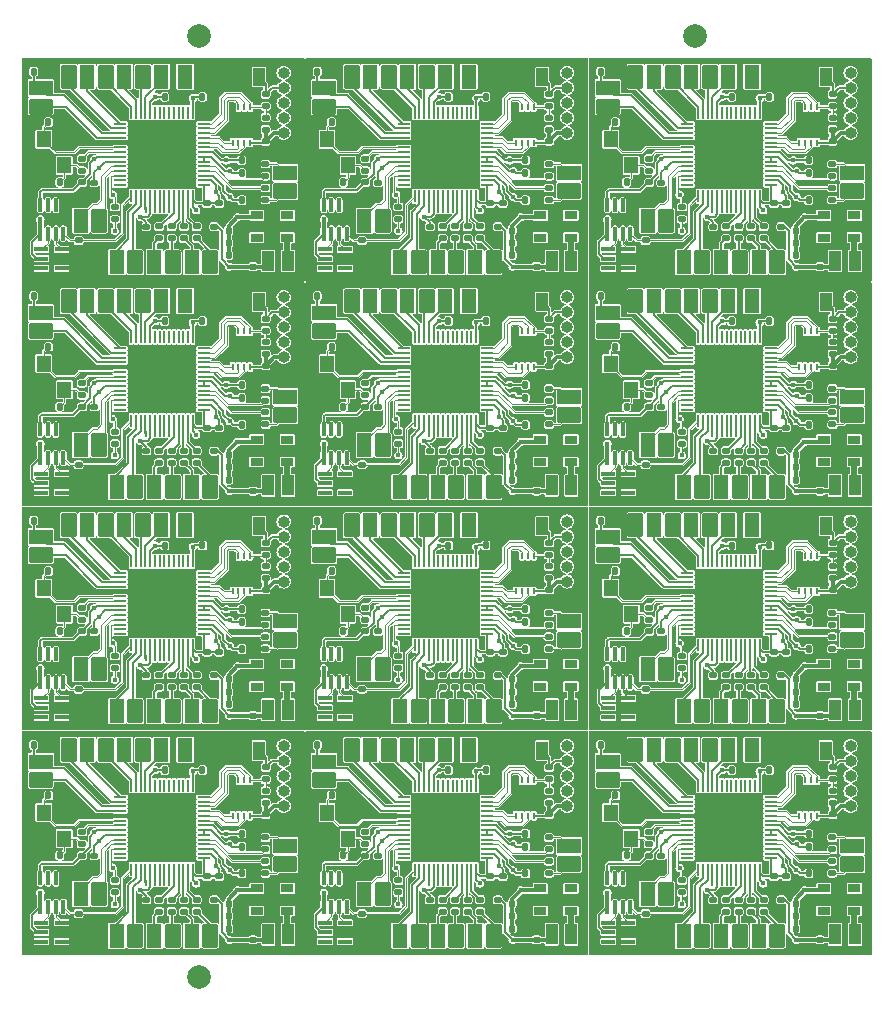
<source format=gtl>
G04 #@! TF.GenerationSoftware,KiCad,Pcbnew,7.0.2-6a45011f42~172~ubuntu22.04.1*
G04 #@! TF.CreationDate,2023-05-22T20:20:29+08:00*
G04 #@! TF.ProjectId,panel_4_3,70616e65-6c5f-4345-9f33-2e6b69636164,rev?*
G04 #@! TF.SameCoordinates,Original*
G04 #@! TF.FileFunction,Copper,L1,Top*
G04 #@! TF.FilePolarity,Positive*
%FSLAX46Y46*%
G04 Gerber Fmt 4.6, Leading zero omitted, Abs format (unit mm)*
G04 Created by KiCad (PCBNEW 7.0.2-6a45011f42~172~ubuntu22.04.1) date 2023-05-22 20:20:29*
%MOMM*%
%LPD*%
G01*
G04 APERTURE LIST*
G04 Aperture macros list*
%AMRoundRect*
0 Rectangle with rounded corners*
0 $1 Rounding radius*
0 $2 $3 $4 $5 $6 $7 $8 $9 X,Y pos of 4 corners*
0 Add a 4 corners polygon primitive as box body*
4,1,4,$2,$3,$4,$5,$6,$7,$8,$9,$2,$3,0*
0 Add four circle primitives for the rounded corners*
1,1,$1+$1,$2,$3*
1,1,$1+$1,$4,$5*
1,1,$1+$1,$6,$7*
1,1,$1+$1,$8,$9*
0 Add four rect primitives between the rounded corners*
20,1,$1+$1,$2,$3,$4,$5,0*
20,1,$1+$1,$4,$5,$6,$7,0*
20,1,$1+$1,$6,$7,$8,$9,0*
20,1,$1+$1,$8,$9,$2,$3,0*%
G04 Aperture macros list end*
G04 #@! TA.AperFunction,SMDPad,CuDef*
%ADD10RoundRect,0.140000X-0.140000X-0.170000X0.140000X-0.170000X0.140000X0.170000X-0.140000X0.170000X0*%
G04 #@! TD*
G04 #@! TA.AperFunction,SMDPad,CuDef*
%ADD11RoundRect,0.135000X-0.185000X0.135000X-0.185000X-0.135000X0.185000X-0.135000X0.185000X0.135000X0*%
G04 #@! TD*
G04 #@! TA.AperFunction,SMDPad,CuDef*
%ADD12R,1.145000X0.400000*%
G04 #@! TD*
G04 #@! TA.AperFunction,SMDPad,CuDef*
%ADD13RoundRect,0.135000X0.185000X-0.135000X0.185000X0.135000X-0.185000X0.135000X-0.185000X-0.135000X0*%
G04 #@! TD*
G04 #@! TA.AperFunction,SMDPad,CuDef*
%ADD14RoundRect,0.140000X0.170000X-0.140000X0.170000X0.140000X-0.170000X0.140000X-0.170000X-0.140000X0*%
G04 #@! TD*
G04 #@! TA.AperFunction,SMDPad,CuDef*
%ADD15R,0.200000X1.100000*%
G04 #@! TD*
G04 #@! TA.AperFunction,SMDPad,CuDef*
%ADD16R,1.100000X0.200000*%
G04 #@! TD*
G04 #@! TA.AperFunction,SMDPad,CuDef*
%ADD17R,3.100000X3.100000*%
G04 #@! TD*
G04 #@! TA.AperFunction,SMDPad,CuDef*
%ADD18R,0.280000X0.600000*%
G04 #@! TD*
G04 #@! TA.AperFunction,SMDPad,CuDef*
%ADD19R,1.700000X0.300000*%
G04 #@! TD*
G04 #@! TA.AperFunction,ComponentPad*
%ADD20R,1.300000X2.000000*%
G04 #@! TD*
G04 #@! TA.AperFunction,ComponentPad*
%ADD21RoundRect,0.100000X0.550000X-0.900000X0.550000X0.900000X-0.550000X0.900000X-0.550000X-0.900000X0*%
G04 #@! TD*
G04 #@! TA.AperFunction,ComponentPad*
%ADD22O,1.000000X1.000000*%
G04 #@! TD*
G04 #@! TA.AperFunction,SMDPad,CuDef*
%ADD23RoundRect,0.140000X-0.170000X0.140000X-0.170000X-0.140000X0.170000X-0.140000X0.170000X0.140000X0*%
G04 #@! TD*
G04 #@! TA.AperFunction,ComponentPad*
%ADD24RoundRect,0.100000X-0.550000X0.900000X-0.550000X-0.900000X0.550000X-0.900000X0.550000X0.900000X0*%
G04 #@! TD*
G04 #@! TA.AperFunction,SMDPad,CuDef*
%ADD25R,1.000000X1.720000*%
G04 #@! TD*
G04 #@! TA.AperFunction,SMDPad,CuDef*
%ADD26R,1.000000X1.524000*%
G04 #@! TD*
G04 #@! TA.AperFunction,SMDPad,CuDef*
%ADD27R,1.200000X1.400000*%
G04 #@! TD*
G04 #@! TA.AperFunction,ComponentPad*
%ADD28R,2.000000X1.300000*%
G04 #@! TD*
G04 #@! TA.AperFunction,ComponentPad*
%ADD29RoundRect,0.100000X-0.900000X-0.550000X0.900000X-0.550000X0.900000X0.550000X-0.900000X0.550000X0*%
G04 #@! TD*
G04 #@! TA.AperFunction,SMDPad,CuDef*
%ADD30RoundRect,0.135000X-0.135000X-0.185000X0.135000X-0.185000X0.135000X0.185000X-0.135000X0.185000X0*%
G04 #@! TD*
G04 #@! TA.AperFunction,SMDPad,CuDef*
%ADD31R,0.200000X0.550000*%
G04 #@! TD*
G04 #@! TA.AperFunction,SMDPad,CuDef*
%ADD32R,1.100000X0.700000*%
G04 #@! TD*
G04 #@! TA.AperFunction,SMDPad,CuDef*
%ADD33O,0.364000X1.222000*%
G04 #@! TD*
G04 #@! TA.AperFunction,SMDPad,CuDef*
%ADD34C,2.000000*%
G04 #@! TD*
G04 #@! TA.AperFunction,ViaPad*
%ADD35C,0.450000*%
G04 #@! TD*
G04 #@! TA.AperFunction,Conductor*
%ADD36C,0.200000*%
G04 #@! TD*
G04 #@! TA.AperFunction,Conductor*
%ADD37C,0.357600*%
G04 #@! TD*
G04 #@! TA.AperFunction,Conductor*
%ADD38C,0.100000*%
G04 #@! TD*
G04 #@! TA.AperFunction,Conductor*
%ADD39C,0.500000*%
G04 #@! TD*
G04 APERTURE END LIST*
D10*
G04 #@! TO.P,C2,1*
G04 #@! TO.N,Board_0-+1V1*
X18650000Y-13905000D03*
G04 #@! TO.P,C2,2*
G04 #@! TO.N,Board_0-GND*
X19610000Y-13905000D03*
G04 #@! TD*
D11*
G04 #@! TO.P,R11,1*
G04 #@! TO.N,Board_0-Net-(U1-GPIO29_ADC3)*
X14830000Y-19485000D03*
G04 #@! TO.P,R11,2*
G04 #@! TO.N,Board_0-NS_D0*
X14830000Y-20505000D03*
G04 #@! TD*
D12*
G04 #@! TO.P,LED1,1,SDO*
G04 #@! TO.N,Board_11-unconnected-(LED1-SDO-Pad1)*
X51388000Y-80050000D03*
G04 #@! TO.P,LED1,2,GND*
G04 #@! TO.N,Board_11-GND*
X51388000Y-79250000D03*
G04 #@! TO.P,LED1,3,SDI*
G04 #@! TO.N,Board_11-LED_DATA_5V*
X51388000Y-78450000D03*
G04 #@! TO.P,LED1,4,CKL*
G04 #@! TO.N,Board_11-LED_CLK_5V*
X49692000Y-78450000D03*
G04 #@! TO.P,LED1,5,VDD*
G04 #@! TO.N,Board_11-+5V*
X49692000Y-79250000D03*
G04 #@! TO.P,LED1,6,CKO*
G04 #@! TO.N,Board_11-unconnected-(LED1-CKO-Pad6)*
X49692000Y-80050000D03*
G04 #@! TD*
D13*
G04 #@! TO.P,R1,1*
G04 #@! TO.N,Board_8-Net-(X1-OSC1)*
X53110000Y-52785000D03*
G04 #@! TO.P,R1,2*
G04 #@! TO.N,Board_8-XOUT*
X53110000Y-51765000D03*
G04 #@! TD*
D11*
G04 #@! TO.P,R4,1*
G04 #@! TO.N,Board_0-Net-(U1-USB_DM)*
X20655000Y-16240000D03*
G04 #@! TO.P,R4,2*
G04 #@! TO.N,Board_0-D-*
X20655000Y-17260000D03*
G04 #@! TD*
D10*
G04 #@! TO.P,C12,1*
G04 #@! TO.N,Board_2-+3V3*
X60130000Y-8515000D03*
G04 #@! TO.P,C12,2*
G04 #@! TO.N,Board_2-GND*
X61090000Y-8515000D03*
G04 #@! TD*
D11*
G04 #@! TO.P,R9,1*
G04 #@! TO.N,Board_11-Net-(U1-GPIO27_ADC1)*
X60708000Y-76485000D03*
G04 #@! TO.P,R9,2*
G04 #@! TO.N,Board_11-NS_CLK*
X60708000Y-77505000D03*
G04 #@! TD*
D14*
G04 #@! TO.P,C6,1*
G04 #@! TO.N,Board_2-GND*
X64745000Y-18495000D03*
G04 #@! TO.P,C6,2*
G04 #@! TO.N,Board_2-+3V3*
X64745000Y-17535000D03*
G04 #@! TD*
D13*
G04 #@! TO.P,R7,1*
G04 #@! TO.N,Board_7-GND*
X28835000Y-59700000D03*
G04 #@! TO.P,R7,2*
G04 #@! TO.N,Board_7-LED_EN*
X28835000Y-58680000D03*
G04 #@! TD*
D11*
G04 #@! TO.P,R10,1*
G04 #@! TO.N,Board_0-Net-(U1-GPIO28_ADC2)*
X13769000Y-19485000D03*
G04 #@! TO.P,R10,2*
G04 #@! TO.N,Board_0-NS_CMD*
X13769000Y-20505000D03*
G04 #@! TD*
D15*
G04 #@! TO.P,U1,1,IOVDD*
G04 #@! TO.N,Board_6-+3V3*
X14495000Y-47855000D03*
G04 #@! TO.P,U1,2,GPIO0*
G04 #@! TO.N,Board_6-unconnected-(U1-GPIO0-Pad2)*
X14095000Y-47855000D03*
G04 #@! TO.P,U1,3,GPIO1*
G04 #@! TO.N,Board_6-unconnected-(U1-GPIO1-Pad3)*
X13695000Y-47855000D03*
G04 #@! TO.P,U1,4,GPIO2*
G04 #@! TO.N,Board_6-unconnected-(U1-GPIO2-Pad4)*
X13295000Y-47855000D03*
G04 #@! TO.P,U1,5,GPIO3*
G04 #@! TO.N,Board_6-unconnected-(U1-GPIO3-Pad5)*
X12895000Y-47855000D03*
G04 #@! TO.P,U1,6,GPIO4*
G04 #@! TO.N,Board_6-unconnected-(U1-GPIO4-Pad6)*
X12495000Y-47855000D03*
G04 #@! TO.P,U1,7,GPIO5*
G04 #@! TO.N,Board_6-unconnected-(U1-GPIO5-Pad7)*
X12095000Y-47855000D03*
G04 #@! TO.P,U1,8,GPIO6*
G04 #@! TO.N,Board_6-unconnected-(U1-GPIO6-Pad8)*
X11695000Y-47855000D03*
G04 #@! TO.P,U1,9,GPIO7*
G04 #@! TO.N,Board_6-unconnected-(U1-GPIO7-Pad9)*
X11295000Y-47855000D03*
G04 #@! TO.P,U1,10,IOVDD*
G04 #@! TO.N,Board_6-+3V3*
X10895000Y-47855000D03*
G04 #@! TO.P,U1,11,GPIO8*
G04 #@! TO.N,Board_6-NS_8*
X10495000Y-47855000D03*
G04 #@! TO.P,U1,12,GPIO9*
G04 #@! TO.N,Board_6-NS_9*
X10095000Y-47855000D03*
G04 #@! TO.P,U1,13,GPIO10*
G04 #@! TO.N,Board_6-NS_10*
X9695000Y-47855000D03*
G04 #@! TO.P,U1,14,GPIO11*
G04 #@! TO.N,Board_6-NS_11*
X9295000Y-47855000D03*
D16*
G04 #@! TO.P,U1,15,GPIO12*
G04 #@! TO.N,Board_6-NS_SDA*
X8345000Y-48805000D03*
G04 #@! TO.P,U1,16,GPIO13*
G04 #@! TO.N,Board_6-NS_SCL*
X8345000Y-49205000D03*
G04 #@! TO.P,U1,17,GPIO14*
G04 #@! TO.N,Board_6-NS_CPU_PD*
X8345000Y-49605000D03*
G04 #@! TO.P,U1,18,GPIO15*
G04 #@! TO.N,Board_6-NS_CPU*
X8345000Y-50005000D03*
G04 #@! TO.P,U1,19,TESTEN*
G04 #@! TO.N,Board_6-GND*
X8345000Y-50405000D03*
G04 #@! TO.P,U1,20,XIN*
G04 #@! TO.N,Board_6-XIN*
X8345000Y-50805000D03*
G04 #@! TO.P,U1,21,XOUT*
G04 #@! TO.N,Board_6-XOUT*
X8345000Y-51205000D03*
G04 #@! TO.P,U1,22,IOVDD*
G04 #@! TO.N,Board_6-+3V3*
X8345000Y-51605000D03*
G04 #@! TO.P,U1,23,DVDD*
G04 #@! TO.N,Board_6-+1V1*
X8345000Y-52005000D03*
G04 #@! TO.P,U1,24,SWCLK*
G04 #@! TO.N,Board_6-DBG_CLK*
X8345000Y-52405000D03*
G04 #@! TO.P,U1,25,SWD*
G04 #@! TO.N,Board_6-DBG_DAT*
X8345000Y-52805000D03*
G04 #@! TO.P,U1,26,RUN*
G04 #@! TO.N,Board_6-RST*
X8345000Y-53205000D03*
G04 #@! TO.P,U1,27,GPIO16*
G04 #@! TO.N,Board_6-unconnected-(U1-GPIO16-Pad27)*
X8345000Y-53605000D03*
G04 #@! TO.P,U1,28,GPIO17*
G04 #@! TO.N,Board_6-unconnected-(U1-GPIO17-Pad28)*
X8345000Y-54005000D03*
D15*
G04 #@! TO.P,U1,29,GPIO18*
G04 #@! TO.N,Board_6-LED_EN*
X9295000Y-54955000D03*
G04 #@! TO.P,U1,30,GPIO19*
G04 #@! TO.N,Board_6-NS_19*
X9695000Y-54955000D03*
G04 #@! TO.P,U1,31,GPIO20*
G04 #@! TO.N,Board_6-NS_20*
X10095000Y-54955000D03*
G04 #@! TO.P,U1,32,GPIO21*
G04 #@! TO.N,Board_6-PAD_21*
X10495000Y-54955000D03*
G04 #@! TO.P,U1,33,IOVDD*
G04 #@! TO.N,Board_6-+3V3*
X10895000Y-54955000D03*
G04 #@! TO.P,U1,34,GPIO22*
G04 #@! TO.N,Board_6-PAD_22*
X11295000Y-54955000D03*
G04 #@! TO.P,U1,35,GPIO23*
G04 #@! TO.N,Board_6-PAD_23*
X11695000Y-54955000D03*
G04 #@! TO.P,U1,36,GPIO24*
G04 #@! TO.N,Board_6-PAD_24*
X12095000Y-54955000D03*
G04 #@! TO.P,U1,37,GPIO25*
G04 #@! TO.N,Board_6-PAD_25*
X12495000Y-54955000D03*
G04 #@! TO.P,U1,38,GPIO26_ADC0*
G04 #@! TO.N,Board_6-Net-(U1-GPIO26_ADC0)*
X12895000Y-54955000D03*
G04 #@! TO.P,U1,39,GPIO27_ADC1*
G04 #@! TO.N,Board_6-Net-(U1-GPIO27_ADC1)*
X13295000Y-54955000D03*
G04 #@! TO.P,U1,40,GPIO28_ADC2*
G04 #@! TO.N,Board_6-Net-(U1-GPIO28_ADC2)*
X13695000Y-54955000D03*
G04 #@! TO.P,U1,41,GPIO29_ADC3*
G04 #@! TO.N,Board_6-Net-(U1-GPIO29_ADC3)*
X14095000Y-54955000D03*
G04 #@! TO.P,U1,42,IOVDD*
G04 #@! TO.N,Board_6-+3V3*
X14495000Y-54955000D03*
D16*
G04 #@! TO.P,U1,43,ADC_AVDD*
X15445000Y-54005000D03*
G04 #@! TO.P,U1,44,VREG_IN*
X15445000Y-53605000D03*
G04 #@! TO.P,U1,45,VREG_VOUT*
G04 #@! TO.N,Board_6-+1V1*
X15445000Y-53205000D03*
G04 #@! TO.P,U1,46,USB_DM*
G04 #@! TO.N,Board_6-Net-(U1-USB_DM)*
X15445000Y-52805000D03*
G04 #@! TO.P,U1,47,USB_DP*
G04 #@! TO.N,Board_6-Net-(U1-USB_DP)*
X15445000Y-52405000D03*
G04 #@! TO.P,U1,48,USB_VDD*
G04 #@! TO.N,Board_6-+3V3*
X15445000Y-52005000D03*
G04 #@! TO.P,U1,49,IOVDD*
X15445000Y-51605000D03*
G04 #@! TO.P,U1,50,DVDD*
G04 #@! TO.N,Board_6-+1V1*
X15445000Y-51205000D03*
G04 #@! TO.P,U1,51,QSPI_SD3*
G04 #@! TO.N,Board_6-QSPI_SD3*
X15445000Y-50805000D03*
G04 #@! TO.P,U1,52,QSPI_SCLK*
G04 #@! TO.N,Board_6-QSPI_SCK*
X15445000Y-50405000D03*
G04 #@! TO.P,U1,53,QSPI_SD0*
G04 #@! TO.N,Board_6-QSPI_SD0*
X15445000Y-50005000D03*
G04 #@! TO.P,U1,54,QSPI_SD2*
G04 #@! TO.N,Board_6-QSPI_SD2*
X15445000Y-49605000D03*
G04 #@! TO.P,U1,55,QSPI_SD1*
G04 #@! TO.N,Board_6-QSPI_SD1*
X15445000Y-49205000D03*
G04 #@! TO.P,U1,56,QSPI_SS*
G04 #@! TO.N,Board_6-QSPI_CS*
X15445000Y-48805000D03*
D17*
G04 #@! TO.P,U1,57,GND*
G04 #@! TO.N,Board_6-GND*
X11895000Y-51405000D03*
G04 #@! TD*
D18*
G04 #@! TO.P,U2,1,CS#*
G04 #@! TO.N,Board_3-QSPI_CS*
X19365000Y-28385500D03*
G04 #@! TO.P,U2,2,DO(IO1)*
G04 #@! TO.N,Board_3-QSPI_SD1*
X18865000Y-28385500D03*
G04 #@! TO.P,U2,3,WP#(IO2)*
G04 #@! TO.N,Board_3-QSPI_SD2*
X18365000Y-28385500D03*
G04 #@! TO.P,U2,4,GND*
G04 #@! TO.N,Board_3-GND*
X17865000Y-28385500D03*
G04 #@! TO.P,U2,5,DI(IO0)*
G04 #@! TO.N,Board_3-QSPI_SD0*
X17865000Y-31399500D03*
G04 #@! TO.P,U2,6,CLK*
G04 #@! TO.N,Board_3-QSPI_SCK*
X18365000Y-31399500D03*
G04 #@! TO.P,U2,7,HOLD#orRESET#(IO3)*
G04 #@! TO.N,Board_3-QSPI_SD3*
X18865000Y-31399500D03*
G04 #@! TO.P,U2,8,VCC*
G04 #@! TO.N,Board_3-+3V3*
X19365000Y-31399500D03*
D19*
G04 #@! TO.P,U2,9,EP*
G04 #@! TO.N,Board_3-GND*
X18615000Y-29892500D03*
G04 #@! TD*
D20*
G04 #@! TO.P,J4,1,Pin_1*
G04 #@! TO.N,Board_6-NS_CMD*
X14415000Y-60540000D03*
D21*
G04 #@! TO.P,J4,2,Pin_2*
G04 #@! TO.N,Board_6-NS_D0*
X15965000Y-60540000D03*
G04 #@! TD*
D20*
G04 #@! TO.P,J7,1,Pin_1*
G04 #@! TO.N,Board_4-DBG_CLK*
X29035000Y-37995000D03*
D21*
G04 #@! TO.P,J7,2,Pin_2*
G04 #@! TO.N,Board_4-DBG_DAT*
X30585000Y-37995000D03*
G04 #@! TD*
D22*
G04 #@! TO.P,J8,1,Pin_1*
G04 #@! TO.N,Board_2-RST*
X70189248Y-6483121D03*
G04 #@! TO.P,J8,2,Pin_2*
G04 #@! TO.N,Board_2-BOOT*
X70189248Y-7753121D03*
G04 #@! TO.P,J8,3,Pin_3*
G04 #@! TO.N,Board_2-D+*
X70189248Y-9023121D03*
G04 #@! TO.P,J8,4,Pin_4*
G04 #@! TO.N,Board_2-D-*
X70189248Y-10293121D03*
G04 #@! TO.P,J8,5,Pin_5*
G04 #@! TO.N,Board_2-+3V3*
X70189248Y-11563121D03*
G04 #@! TO.P,J8,6,Pin_6*
G04 #@! TO.N,Board_2-GND*
X70189248Y-12833121D03*
G04 #@! TD*
G04 #@! TO.P,J8,1,Pin_1*
G04 #@! TO.N,Board_11-RST*
X70189248Y-63483121D03*
G04 #@! TO.P,J8,2,Pin_2*
G04 #@! TO.N,Board_11-BOOT*
X70189248Y-64753121D03*
G04 #@! TO.P,J8,3,Pin_3*
G04 #@! TO.N,Board_11-D+*
X70189248Y-66023121D03*
G04 #@! TO.P,J8,4,Pin_4*
G04 #@! TO.N,Board_11-D-*
X70189248Y-67293121D03*
G04 #@! TO.P,J8,5,Pin_5*
G04 #@! TO.N,Board_11-+3V3*
X70189248Y-68563121D03*
G04 #@! TO.P,J8,6,Pin_6*
G04 #@! TO.N,Board_11-GND*
X70189248Y-69833121D03*
G04 #@! TD*
D13*
G04 #@! TO.P,R3,1*
G04 #@! TO.N,Board_8-Net-(U1-USB_DP)*
X68655000Y-53240001D03*
G04 #@! TO.P,R3,2*
G04 #@! TO.N,Board_8-D+*
X68655000Y-52220001D03*
G04 #@! TD*
D11*
G04 #@! TO.P,R4,1*
G04 #@! TO.N,Board_7-Net-(U1-USB_DM)*
X44655000Y-54240000D03*
G04 #@! TO.P,R4,2*
G04 #@! TO.N,Board_7-D-*
X44655000Y-55260000D03*
G04 #@! TD*
D23*
G04 #@! TO.P,C8,1*
G04 #@! TO.N,Board_7-+3V3*
X40325000Y-57515000D03*
G04 #@! TO.P,C8,2*
G04 #@! TO.N,Board_7-GND*
X40325000Y-58475000D03*
G04 #@! TD*
D20*
G04 #@! TO.P,J10,1,Pin_1*
G04 #@! TO.N,Board_2-NS_8*
X59840000Y-6805000D03*
D24*
G04 #@! TO.P,J10,2,Pin_2*
G04 #@! TO.N,Board_2-NS_9*
X58290000Y-6805000D03*
G04 #@! TD*
D25*
G04 #@! TO.P,L1,1,1*
G04 #@! TO.N,Board_7-+3V3*
X44892000Y-60425000D03*
G04 #@! TO.P,L1,2,2*
G04 #@! TO.N,Board_7-Net-(U4-SW)*
X46548000Y-60425000D03*
G04 #@! TD*
D26*
G04 #@! TO.P,SW1,1,1*
G04 #@! TO.N,Board_10-BOOT*
X44095000Y-63870000D03*
G04 #@! TO.P,SW1,2,2*
G04 #@! TO.N,Board_10-GND*
X40895000Y-63870000D03*
G04 #@! TD*
D10*
G04 #@! TO.P,C11,1*
G04 #@! TO.N,Board_4-+3V3*
X39310000Y-27510000D03*
G04 #@! TO.P,C11,2*
G04 #@! TO.N,Board_4-GND*
X40270000Y-27510000D03*
G04 #@! TD*
D20*
G04 #@! TO.P,J4,1,Pin_1*
G04 #@! TO.N,Board_10-NS_CMD*
X38415000Y-79540000D03*
D21*
G04 #@! TO.P,J4,2,Pin_2*
G04 #@! TO.N,Board_10-NS_D0*
X39965000Y-79540000D03*
G04 #@! TD*
D20*
G04 #@! TO.P,J7,1,Pin_1*
G04 #@! TO.N,Board_9-DBG_CLK*
X5035000Y-75995000D03*
D21*
G04 #@! TO.P,J7,2,Pin_2*
G04 #@! TO.N,Board_9-DBG_DAT*
X6585000Y-75995000D03*
G04 #@! TD*
D10*
G04 #@! TO.P,C1,1*
G04 #@! TO.N,Board_7-GND*
X26285000Y-53755000D03*
G04 #@! TO.P,C1,2*
G04 #@! TO.N,Board_7-Net-(X1-OSC1)*
X27245000Y-53755000D03*
G04 #@! TD*
D11*
G04 #@! TO.P,R4,1*
G04 #@! TO.N,Board_10-Net-(U1-USB_DM)*
X44655000Y-73240000D03*
G04 #@! TO.P,R4,2*
G04 #@! TO.N,Board_10-D-*
X44655000Y-74260000D03*
G04 #@! TD*
D10*
G04 #@! TO.P,C3,1*
G04 #@! TO.N,Board_1-XIN*
X26270000Y-10675000D03*
G04 #@! TO.P,C3,2*
G04 #@! TO.N,Board_1-GND*
X27230000Y-10675000D03*
G04 #@! TD*
D13*
G04 #@! TO.P,R3,1*
G04 #@! TO.N,Board_7-Net-(U1-USB_DP)*
X44655000Y-53240001D03*
G04 #@! TO.P,R3,2*
G04 #@! TO.N,Board_7-D+*
X44655000Y-52220001D03*
G04 #@! TD*
D12*
G04 #@! TO.P,LED1,1,SDO*
G04 #@! TO.N,Board_0-unconnected-(LED1-SDO-Pad1)*
X3388000Y-23050000D03*
G04 #@! TO.P,LED1,2,GND*
G04 #@! TO.N,Board_0-GND*
X3388000Y-22250000D03*
G04 #@! TO.P,LED1,3,SDI*
G04 #@! TO.N,Board_0-LED_DATA_5V*
X3388000Y-21450000D03*
G04 #@! TO.P,LED1,4,CKL*
G04 #@! TO.N,Board_0-LED_CLK_5V*
X1692000Y-21450000D03*
G04 #@! TO.P,LED1,5,VDD*
G04 #@! TO.N,Board_0-+5V*
X1692000Y-22250000D03*
G04 #@! TO.P,LED1,6,CKO*
G04 #@! TO.N,Board_0-unconnected-(LED1-CKO-Pad6)*
X1692000Y-23050000D03*
G04 #@! TD*
D22*
G04 #@! TO.P,J8,1,Pin_1*
G04 #@! TO.N,Board_10-RST*
X46189248Y-63483121D03*
G04 #@! TO.P,J8,2,Pin_2*
G04 #@! TO.N,Board_10-BOOT*
X46189248Y-64753121D03*
G04 #@! TO.P,J8,3,Pin_3*
G04 #@! TO.N,Board_10-D+*
X46189248Y-66023121D03*
G04 #@! TO.P,J8,4,Pin_4*
G04 #@! TO.N,Board_10-D-*
X46189248Y-67293121D03*
G04 #@! TO.P,J8,5,Pin_5*
G04 #@! TO.N,Board_10-+3V3*
X46189248Y-68563121D03*
G04 #@! TO.P,J8,6,Pin_6*
G04 #@! TO.N,Board_10-GND*
X46189248Y-69833121D03*
G04 #@! TD*
D27*
G04 #@! TO.P,X1,1,OSC1*
G04 #@! TO.N,Board_3-Net-(X1-OSC1)*
X3630000Y-33320000D03*
G04 #@! TO.P,X1,2,2*
G04 #@! TO.N,Board_3-GND*
X3630000Y-31120000D03*
G04 #@! TO.P,X1,3,OSC2*
G04 #@! TO.N,Board_3-XIN*
X1880000Y-31120000D03*
G04 #@! TO.P,X1,4,4*
G04 #@! TO.N,Board_3-GND*
X1880000Y-33320000D03*
G04 #@! TD*
D28*
G04 #@! TO.P,J2,1,Pin_1*
G04 #@! TO.N,Board_11-NS_CPU_PD*
X49615000Y-64800000D03*
D29*
G04 #@! TO.P,J2,2,Pin_2*
G04 #@! TO.N,Board_11-NS_CPU*
X49615000Y-66350000D03*
G04 #@! TD*
D22*
G04 #@! TO.P,J8,1,Pin_1*
G04 #@! TO.N,Board_7-RST*
X46189248Y-44483121D03*
G04 #@! TO.P,J8,2,Pin_2*
G04 #@! TO.N,Board_7-BOOT*
X46189248Y-45753121D03*
G04 #@! TO.P,J8,3,Pin_3*
G04 #@! TO.N,Board_7-D+*
X46189248Y-47023121D03*
G04 #@! TO.P,J8,4,Pin_4*
G04 #@! TO.N,Board_7-D-*
X46189248Y-48293121D03*
G04 #@! TO.P,J8,5,Pin_5*
G04 #@! TO.N,Board_7-+3V3*
X46189248Y-49563121D03*
G04 #@! TO.P,J8,6,Pin_6*
G04 #@! TO.N,Board_7-GND*
X46189248Y-50833121D03*
G04 #@! TD*
D10*
G04 #@! TO.P,C5,1*
G04 #@! TO.N,Board_8-+1V1*
X66655000Y-55280000D03*
G04 #@! TO.P,C5,2*
G04 #@! TO.N,Board_8-GND*
X67615000Y-55280000D03*
G04 #@! TD*
D13*
G04 #@! TO.P,R2,1*
G04 #@! TO.N,Board_1-+3V3*
X31905000Y-18880000D03*
G04 #@! TO.P,R2,2*
G04 #@! TO.N,Board_1-RST*
X31905000Y-17860000D03*
G04 #@! TD*
D26*
G04 #@! TO.P,SW1,1,1*
G04 #@! TO.N,Board_9-BOOT*
X20095000Y-63870000D03*
G04 #@! TO.P,SW1,2,2*
G04 #@! TO.N,Board_9-GND*
X16895000Y-63870000D03*
G04 #@! TD*
D10*
G04 #@! TO.P,C17,1*
G04 #@! TO.N,Board_10-+5V*
X41535000Y-77895000D03*
G04 #@! TO.P,C17,2*
G04 #@! TO.N,Board_10-GND*
X42495000Y-77895000D03*
G04 #@! TD*
D11*
G04 #@! TO.P,R5,1*
G04 #@! TO.N,Board_9-BOOT*
X20665000Y-65295000D03*
G04 #@! TO.P,R5,2*
G04 #@! TO.N,Board_9-QSPI_CS*
X20665000Y-66315000D03*
G04 #@! TD*
D10*
G04 #@! TO.P,C18,1*
G04 #@! TO.N,Board_0-+5V*
X17535000Y-21945000D03*
G04 #@! TO.P,C18,2*
G04 #@! TO.N,Board_0-GND*
X18495000Y-21945000D03*
G04 #@! TD*
G04 #@! TO.P,C17,1*
G04 #@! TO.N,Board_6-+5V*
X17535000Y-58895000D03*
G04 #@! TO.P,C17,2*
G04 #@! TO.N,Board_6-GND*
X18495000Y-58895000D03*
G04 #@! TD*
D20*
G04 #@! TO.P,J1,1,Pin_1*
G04 #@! TO.N,Board_8-+3V3*
X61860000Y-44810000D03*
D21*
G04 #@! TO.P,J1,2,Pin_2*
G04 #@! TO.N,Board_8-GND*
X63410000Y-44810000D03*
G04 #@! TD*
D30*
G04 #@! TO.P,R12,1*
G04 #@! TO.N,Board_7-NS_CPU_PD*
X25040000Y-44395000D03*
G04 #@! TO.P,R12,2*
G04 #@! TO.N,Board_7-GND*
X26060000Y-44395000D03*
G04 #@! TD*
D28*
G04 #@! TO.P,J5,1,Pin_1*
G04 #@! TO.N,Board_9-D+*
X22350000Y-71940000D03*
D29*
G04 #@! TO.P,J5,2,Pin_2*
G04 #@! TO.N,Board_9-D-*
X22350000Y-73490000D03*
G04 #@! TD*
D31*
G04 #@! TO.P,J12,1,Pin_1*
G04 #@! TO.N,Board_8-PAD_21*
X58500000Y-56070000D03*
G04 #@! TO.P,J12,2,Pin_2*
G04 #@! TO.N,Board_8-+3V3*
X58900000Y-56070000D03*
G04 #@! TO.P,J12,3,Pin_3*
G04 #@! TO.N,Board_8-PAD_22*
X59300000Y-56070000D03*
G04 #@! TO.P,J12,4,Pin_4*
G04 #@! TO.N,Board_8-PAD_23*
X59700000Y-56070000D03*
G04 #@! TO.P,J12,5,Pin_5*
G04 #@! TO.N,Board_8-PAD_24*
X60100000Y-56070000D03*
G04 #@! TO.P,J12,6,Pin_6*
G04 #@! TO.N,Board_8-PAD_25*
X60500000Y-56070000D03*
G04 #@! TD*
D23*
G04 #@! TO.P,C8,1*
G04 #@! TO.N,Board_6-+3V3*
X16325000Y-57515000D03*
G04 #@! TO.P,C8,2*
G04 #@! TO.N,Board_6-GND*
X16325000Y-58475000D03*
G04 #@! TD*
D28*
G04 #@! TO.P,J2,1,Pin_1*
G04 #@! TO.N,Board_0-NS_CPU_PD*
X1615000Y-7800000D03*
D29*
G04 #@! TO.P,J2,2,Pin_2*
G04 #@! TO.N,Board_0-NS_CPU*
X1615000Y-9350000D03*
G04 #@! TD*
D20*
G04 #@! TO.P,J7,1,Pin_1*
G04 #@! TO.N,Board_10-DBG_CLK*
X29035000Y-75995000D03*
D21*
G04 #@! TO.P,J7,2,Pin_2*
G04 #@! TO.N,Board_10-DBG_DAT*
X30585000Y-75995000D03*
G04 #@! TD*
D23*
G04 #@! TO.P,C14,1*
G04 #@! TO.N,Board_7-+3V3*
X44665000Y-50275000D03*
G04 #@! TO.P,C14,2*
G04 #@! TO.N,Board_7-GND*
X44665000Y-51235000D03*
G04 #@! TD*
D13*
G04 #@! TO.P,R7,1*
G04 #@! TO.N,Board_5-GND*
X52835000Y-40700000D03*
G04 #@! TO.P,R7,2*
G04 #@! TO.N,Board_5-LED_EN*
X52835000Y-39680000D03*
G04 #@! TD*
D23*
G04 #@! TO.P,C8,1*
G04 #@! TO.N,Board_11-+3V3*
X64325000Y-76515000D03*
G04 #@! TO.P,C8,2*
G04 #@! TO.N,Board_11-GND*
X64325000Y-77475000D03*
G04 #@! TD*
G04 #@! TO.P,C4,1*
G04 #@! TO.N,Board_6-+1V1*
X6170000Y-53780000D03*
G04 #@! TO.P,C4,2*
G04 #@! TO.N,Board_6-GND*
X6170000Y-54740000D03*
G04 #@! TD*
D10*
G04 #@! TO.P,C17,1*
G04 #@! TO.N,Board_8-+5V*
X65535000Y-58895000D03*
G04 #@! TO.P,C17,2*
G04 #@! TO.N,Board_8-GND*
X66495000Y-58895000D03*
G04 #@! TD*
D13*
G04 #@! TO.P,R2,1*
G04 #@! TO.N,Board_5-+3V3*
X55905000Y-37880000D03*
G04 #@! TO.P,R2,2*
G04 #@! TO.N,Board_5-RST*
X55905000Y-36860000D03*
G04 #@! TD*
D12*
G04 #@! TO.P,LED1,1,SDO*
G04 #@! TO.N,Board_7-unconnected-(LED1-SDO-Pad1)*
X27388000Y-61050000D03*
G04 #@! TO.P,LED1,2,GND*
G04 #@! TO.N,Board_7-GND*
X27388000Y-60250000D03*
G04 #@! TO.P,LED1,3,SDI*
G04 #@! TO.N,Board_7-LED_DATA_5V*
X27388000Y-59450000D03*
G04 #@! TO.P,LED1,4,CKL*
G04 #@! TO.N,Board_7-LED_CLK_5V*
X25692000Y-59450000D03*
G04 #@! TO.P,LED1,5,VDD*
G04 #@! TO.N,Board_7-+5V*
X25692000Y-60250000D03*
G04 #@! TO.P,LED1,6,CKO*
G04 #@! TO.N,Board_7-unconnected-(LED1-CKO-Pad6)*
X25692000Y-61050000D03*
G04 #@! TD*
D20*
G04 #@! TO.P,J6,1,Pin_1*
G04 #@! TO.N,Board_2-NS_SDA*
X53530000Y-6805000D03*
D24*
G04 #@! TO.P,J6,2,Pin_2*
G04 #@! TO.N,Board_2-NS_SCL*
X51980000Y-6805000D03*
G04 #@! TD*
D20*
G04 #@! TO.P,J11,1,Pin_1*
G04 #@! TO.N,Board_9-NS_19*
X8065000Y-79540000D03*
D21*
G04 #@! TO.P,J11,2,Pin_2*
G04 #@! TO.N,Board_9-NS_20*
X9615000Y-79540000D03*
G04 #@! TD*
D11*
G04 #@! TO.P,R9,1*
G04 #@! TO.N,Board_4-Net-(U1-GPIO27_ADC1)*
X36708000Y-38485000D03*
G04 #@! TO.P,R9,2*
G04 #@! TO.N,Board_4-NS_CLK*
X36708000Y-39505000D03*
G04 #@! TD*
D10*
G04 #@! TO.P,C5,1*
G04 #@! TO.N,Board_4-+1V1*
X42655000Y-36280000D03*
G04 #@! TO.P,C5,2*
G04 #@! TO.N,Board_4-GND*
X43615000Y-36280000D03*
G04 #@! TD*
D32*
G04 #@! TO.P,U4,1,SW*
G04 #@! TO.N,Board_3-Net-(U4-SW)*
X22509000Y-39454000D03*
G04 #@! TO.P,U4,2,GND*
G04 #@! TO.N,Board_3-GND*
X22509000Y-38504000D03*
G04 #@! TO.P,U4,3,NC*
G04 #@! TO.N,Board_3-unconnected-(U4-NC-Pad3)*
X22509000Y-37552000D03*
G04 #@! TO.P,U4,4,VOUT*
G04 #@! TO.N,Board_3-+5V*
X19921000Y-37552000D03*
G04 #@! TO.P,U4,5,NC*
G04 #@! TO.N,Board_3-unconnected-(U4-NC-Pad5)*
X19921000Y-39452000D03*
G04 #@! TD*
D11*
G04 #@! TO.P,R11,1*
G04 #@! TO.N,Board_5-Net-(U1-GPIO29_ADC3)*
X62830000Y-38485000D03*
G04 #@! TO.P,R11,2*
G04 #@! TO.N,Board_5-NS_D0*
X62830000Y-39505000D03*
G04 #@! TD*
D10*
G04 #@! TO.P,C5,1*
G04 #@! TO.N,Board_2-+1V1*
X66655000Y-17280000D03*
G04 #@! TO.P,C5,2*
G04 #@! TO.N,Board_2-GND*
X67615000Y-17280000D03*
G04 #@! TD*
D11*
G04 #@! TO.P,R8,1*
G04 #@! TO.N,Board_5-Net-(U1-GPIO26_ADC0)*
X59647000Y-38485000D03*
G04 #@! TO.P,R8,2*
G04 #@! TO.N,Board_5-NS_RST*
X59647000Y-39505000D03*
G04 #@! TD*
G04 #@! TO.P,R11,1*
G04 #@! TO.N,Board_8-Net-(U1-GPIO29_ADC3)*
X62830000Y-57485000D03*
G04 #@! TO.P,R11,2*
G04 #@! TO.N,Board_8-NS_D0*
X62830000Y-58505000D03*
G04 #@! TD*
G04 #@! TO.P,R8,1*
G04 #@! TO.N,Board_11-Net-(U1-GPIO26_ADC0)*
X59647000Y-76485000D03*
G04 #@! TO.P,R8,2*
G04 #@! TO.N,Board_11-NS_RST*
X59647000Y-77505000D03*
G04 #@! TD*
D10*
G04 #@! TO.P,C1,1*
G04 #@! TO.N,Board_2-GND*
X50285000Y-15755000D03*
G04 #@! TO.P,C1,2*
G04 #@! TO.N,Board_2-Net-(X1-OSC1)*
X51245000Y-15755000D03*
G04 #@! TD*
D32*
G04 #@! TO.P,U4,1,SW*
G04 #@! TO.N,Board_6-Net-(U4-SW)*
X22509000Y-58454000D03*
G04 #@! TO.P,U4,2,GND*
G04 #@! TO.N,Board_6-GND*
X22509000Y-57504000D03*
G04 #@! TO.P,U4,3,NC*
G04 #@! TO.N,Board_6-unconnected-(U4-NC-Pad3)*
X22509000Y-56552000D03*
G04 #@! TO.P,U4,4,VOUT*
G04 #@! TO.N,Board_6-+5V*
X19921000Y-56552000D03*
G04 #@! TO.P,U4,5,NC*
G04 #@! TO.N,Board_6-unconnected-(U4-NC-Pad5)*
X19921000Y-58452000D03*
G04 #@! TD*
D23*
G04 #@! TO.P,C14,1*
G04 #@! TO.N,Board_0-+3V3*
X20665000Y-12275000D03*
G04 #@! TO.P,C14,2*
G04 #@! TO.N,Board_0-GND*
X20665000Y-13235000D03*
G04 #@! TD*
D28*
G04 #@! TO.P,J2,1,Pin_1*
G04 #@! TO.N,Board_6-NS_CPU_PD*
X1615000Y-45800000D03*
D29*
G04 #@! TO.P,J2,2,Pin_2*
G04 #@! TO.N,Board_6-NS_CPU*
X1615000Y-47350000D03*
G04 #@! TD*
D15*
G04 #@! TO.P,U1,1,IOVDD*
G04 #@! TO.N,Board_5-+3V3*
X62495000Y-28855000D03*
G04 #@! TO.P,U1,2,GPIO0*
G04 #@! TO.N,Board_5-unconnected-(U1-GPIO0-Pad2)*
X62095000Y-28855000D03*
G04 #@! TO.P,U1,3,GPIO1*
G04 #@! TO.N,Board_5-unconnected-(U1-GPIO1-Pad3)*
X61695000Y-28855000D03*
G04 #@! TO.P,U1,4,GPIO2*
G04 #@! TO.N,Board_5-unconnected-(U1-GPIO2-Pad4)*
X61295000Y-28855000D03*
G04 #@! TO.P,U1,5,GPIO3*
G04 #@! TO.N,Board_5-unconnected-(U1-GPIO3-Pad5)*
X60895000Y-28855000D03*
G04 #@! TO.P,U1,6,GPIO4*
G04 #@! TO.N,Board_5-unconnected-(U1-GPIO4-Pad6)*
X60495000Y-28855000D03*
G04 #@! TO.P,U1,7,GPIO5*
G04 #@! TO.N,Board_5-unconnected-(U1-GPIO5-Pad7)*
X60095000Y-28855000D03*
G04 #@! TO.P,U1,8,GPIO6*
G04 #@! TO.N,Board_5-unconnected-(U1-GPIO6-Pad8)*
X59695000Y-28855000D03*
G04 #@! TO.P,U1,9,GPIO7*
G04 #@! TO.N,Board_5-unconnected-(U1-GPIO7-Pad9)*
X59295000Y-28855000D03*
G04 #@! TO.P,U1,10,IOVDD*
G04 #@! TO.N,Board_5-+3V3*
X58895000Y-28855000D03*
G04 #@! TO.P,U1,11,GPIO8*
G04 #@! TO.N,Board_5-NS_8*
X58495000Y-28855000D03*
G04 #@! TO.P,U1,12,GPIO9*
G04 #@! TO.N,Board_5-NS_9*
X58095000Y-28855000D03*
G04 #@! TO.P,U1,13,GPIO10*
G04 #@! TO.N,Board_5-NS_10*
X57695000Y-28855000D03*
G04 #@! TO.P,U1,14,GPIO11*
G04 #@! TO.N,Board_5-NS_11*
X57295000Y-28855000D03*
D16*
G04 #@! TO.P,U1,15,GPIO12*
G04 #@! TO.N,Board_5-NS_SDA*
X56345000Y-29805000D03*
G04 #@! TO.P,U1,16,GPIO13*
G04 #@! TO.N,Board_5-NS_SCL*
X56345000Y-30205000D03*
G04 #@! TO.P,U1,17,GPIO14*
G04 #@! TO.N,Board_5-NS_CPU_PD*
X56345000Y-30605000D03*
G04 #@! TO.P,U1,18,GPIO15*
G04 #@! TO.N,Board_5-NS_CPU*
X56345000Y-31005000D03*
G04 #@! TO.P,U1,19,TESTEN*
G04 #@! TO.N,Board_5-GND*
X56345000Y-31405000D03*
G04 #@! TO.P,U1,20,XIN*
G04 #@! TO.N,Board_5-XIN*
X56345000Y-31805000D03*
G04 #@! TO.P,U1,21,XOUT*
G04 #@! TO.N,Board_5-XOUT*
X56345000Y-32205000D03*
G04 #@! TO.P,U1,22,IOVDD*
G04 #@! TO.N,Board_5-+3V3*
X56345000Y-32605000D03*
G04 #@! TO.P,U1,23,DVDD*
G04 #@! TO.N,Board_5-+1V1*
X56345000Y-33005000D03*
G04 #@! TO.P,U1,24,SWCLK*
G04 #@! TO.N,Board_5-DBG_CLK*
X56345000Y-33405000D03*
G04 #@! TO.P,U1,25,SWD*
G04 #@! TO.N,Board_5-DBG_DAT*
X56345000Y-33805000D03*
G04 #@! TO.P,U1,26,RUN*
G04 #@! TO.N,Board_5-RST*
X56345000Y-34205000D03*
G04 #@! TO.P,U1,27,GPIO16*
G04 #@! TO.N,Board_5-unconnected-(U1-GPIO16-Pad27)*
X56345000Y-34605000D03*
G04 #@! TO.P,U1,28,GPIO17*
G04 #@! TO.N,Board_5-unconnected-(U1-GPIO17-Pad28)*
X56345000Y-35005000D03*
D15*
G04 #@! TO.P,U1,29,GPIO18*
G04 #@! TO.N,Board_5-LED_EN*
X57295000Y-35955000D03*
G04 #@! TO.P,U1,30,GPIO19*
G04 #@! TO.N,Board_5-NS_19*
X57695000Y-35955000D03*
G04 #@! TO.P,U1,31,GPIO20*
G04 #@! TO.N,Board_5-NS_20*
X58095000Y-35955000D03*
G04 #@! TO.P,U1,32,GPIO21*
G04 #@! TO.N,Board_5-PAD_21*
X58495000Y-35955000D03*
G04 #@! TO.P,U1,33,IOVDD*
G04 #@! TO.N,Board_5-+3V3*
X58895000Y-35955000D03*
G04 #@! TO.P,U1,34,GPIO22*
G04 #@! TO.N,Board_5-PAD_22*
X59295000Y-35955000D03*
G04 #@! TO.P,U1,35,GPIO23*
G04 #@! TO.N,Board_5-PAD_23*
X59695000Y-35955000D03*
G04 #@! TO.P,U1,36,GPIO24*
G04 #@! TO.N,Board_5-PAD_24*
X60095000Y-35955000D03*
G04 #@! TO.P,U1,37,GPIO25*
G04 #@! TO.N,Board_5-PAD_25*
X60495000Y-35955000D03*
G04 #@! TO.P,U1,38,GPIO26_ADC0*
G04 #@! TO.N,Board_5-Net-(U1-GPIO26_ADC0)*
X60895000Y-35955000D03*
G04 #@! TO.P,U1,39,GPIO27_ADC1*
G04 #@! TO.N,Board_5-Net-(U1-GPIO27_ADC1)*
X61295000Y-35955000D03*
G04 #@! TO.P,U1,40,GPIO28_ADC2*
G04 #@! TO.N,Board_5-Net-(U1-GPIO28_ADC2)*
X61695000Y-35955000D03*
G04 #@! TO.P,U1,41,GPIO29_ADC3*
G04 #@! TO.N,Board_5-Net-(U1-GPIO29_ADC3)*
X62095000Y-35955000D03*
G04 #@! TO.P,U1,42,IOVDD*
G04 #@! TO.N,Board_5-+3V3*
X62495000Y-35955000D03*
D16*
G04 #@! TO.P,U1,43,ADC_AVDD*
X63445000Y-35005000D03*
G04 #@! TO.P,U1,44,VREG_IN*
X63445000Y-34605000D03*
G04 #@! TO.P,U1,45,VREG_VOUT*
G04 #@! TO.N,Board_5-+1V1*
X63445000Y-34205000D03*
G04 #@! TO.P,U1,46,USB_DM*
G04 #@! TO.N,Board_5-Net-(U1-USB_DM)*
X63445000Y-33805000D03*
G04 #@! TO.P,U1,47,USB_DP*
G04 #@! TO.N,Board_5-Net-(U1-USB_DP)*
X63445000Y-33405000D03*
G04 #@! TO.P,U1,48,USB_VDD*
G04 #@! TO.N,Board_5-+3V3*
X63445000Y-33005000D03*
G04 #@! TO.P,U1,49,IOVDD*
X63445000Y-32605000D03*
G04 #@! TO.P,U1,50,DVDD*
G04 #@! TO.N,Board_5-+1V1*
X63445000Y-32205000D03*
G04 #@! TO.P,U1,51,QSPI_SD3*
G04 #@! TO.N,Board_5-QSPI_SD3*
X63445000Y-31805000D03*
G04 #@! TO.P,U1,52,QSPI_SCLK*
G04 #@! TO.N,Board_5-QSPI_SCK*
X63445000Y-31405000D03*
G04 #@! TO.P,U1,53,QSPI_SD0*
G04 #@! TO.N,Board_5-QSPI_SD0*
X63445000Y-31005000D03*
G04 #@! TO.P,U1,54,QSPI_SD2*
G04 #@! TO.N,Board_5-QSPI_SD2*
X63445000Y-30605000D03*
G04 #@! TO.P,U1,55,QSPI_SD1*
G04 #@! TO.N,Board_5-QSPI_SD1*
X63445000Y-30205000D03*
G04 #@! TO.P,U1,56,QSPI_SS*
G04 #@! TO.N,Board_5-QSPI_CS*
X63445000Y-29805000D03*
D17*
G04 #@! TO.P,U1,57,GND*
G04 #@! TO.N,Board_5-GND*
X59895000Y-32405000D03*
G04 #@! TD*
D20*
G04 #@! TO.P,J10,1,Pin_1*
G04 #@! TO.N,Board_7-NS_8*
X35840000Y-44805000D03*
D24*
G04 #@! TO.P,J10,2,Pin_2*
G04 #@! TO.N,Board_7-NS_9*
X34290000Y-44805000D03*
G04 #@! TD*
D25*
G04 #@! TO.P,L1,1,1*
G04 #@! TO.N,Board_6-+3V3*
X20892000Y-60425000D03*
G04 #@! TO.P,L1,2,2*
G04 #@! TO.N,Board_6-Net-(U4-SW)*
X22548000Y-60425000D03*
G04 #@! TD*
D10*
G04 #@! TO.P,C3,1*
G04 #@! TO.N,Board_6-XIN*
X2270000Y-48675000D03*
G04 #@! TO.P,C3,2*
G04 #@! TO.N,Board_6-GND*
X3230000Y-48675000D03*
G04 #@! TD*
D18*
G04 #@! TO.P,U2,1,CS#*
G04 #@! TO.N,Board_0-QSPI_CS*
X19365000Y-9385500D03*
G04 #@! TO.P,U2,2,DO(IO1)*
G04 #@! TO.N,Board_0-QSPI_SD1*
X18865000Y-9385500D03*
G04 #@! TO.P,U2,3,WP#(IO2)*
G04 #@! TO.N,Board_0-QSPI_SD2*
X18365000Y-9385500D03*
G04 #@! TO.P,U2,4,GND*
G04 #@! TO.N,Board_0-GND*
X17865000Y-9385500D03*
G04 #@! TO.P,U2,5,DI(IO0)*
G04 #@! TO.N,Board_0-QSPI_SD0*
X17865000Y-12399500D03*
G04 #@! TO.P,U2,6,CLK*
G04 #@! TO.N,Board_0-QSPI_SCK*
X18365000Y-12399500D03*
G04 #@! TO.P,U2,7,HOLD#orRESET#(IO3)*
G04 #@! TO.N,Board_0-QSPI_SD3*
X18865000Y-12399500D03*
G04 #@! TO.P,U2,8,VCC*
G04 #@! TO.N,Board_0-+3V3*
X19365000Y-12399500D03*
D19*
G04 #@! TO.P,U2,9,EP*
G04 #@! TO.N,Board_0-GND*
X18615000Y-10892500D03*
G04 #@! TD*
D10*
G04 #@! TO.P,C3,1*
G04 #@! TO.N,Board_8-XIN*
X50270000Y-48675000D03*
G04 #@! TO.P,C3,2*
G04 #@! TO.N,Board_8-GND*
X51230000Y-48675000D03*
G04 #@! TD*
D13*
G04 #@! TO.P,R2,1*
G04 #@! TO.N,Board_9-+3V3*
X7905000Y-75880000D03*
G04 #@! TO.P,R2,2*
G04 #@! TO.N,Board_9-RST*
X7905000Y-74860000D03*
G04 #@! TD*
D23*
G04 #@! TO.P,C4,1*
G04 #@! TO.N,Board_9-+1V1*
X6170000Y-72780000D03*
G04 #@! TO.P,C4,2*
G04 #@! TO.N,Board_9-GND*
X6170000Y-73740000D03*
G04 #@! TD*
D11*
G04 #@! TO.P,R9,1*
G04 #@! TO.N,Board_0-Net-(U1-GPIO27_ADC1)*
X12708000Y-19485000D03*
G04 #@! TO.P,R9,2*
G04 #@! TO.N,Board_0-NS_CLK*
X12708000Y-20505000D03*
G04 #@! TD*
D14*
G04 #@! TO.P,C15,1*
G04 #@! TO.N,Board_8-+3V3*
X67610000Y-60905000D03*
G04 #@! TO.P,C15,2*
G04 #@! TO.N,Board_8-GND*
X67610000Y-59945000D03*
G04 #@! TD*
D23*
G04 #@! TO.P,C14,1*
G04 #@! TO.N,Board_4-+3V3*
X44665000Y-31275000D03*
G04 #@! TO.P,C14,2*
G04 #@! TO.N,Board_4-GND*
X44665000Y-32235000D03*
G04 #@! TD*
G04 #@! TO.P,C14,1*
G04 #@! TO.N,Board_1-+3V3*
X44665000Y-12275000D03*
G04 #@! TO.P,C14,2*
G04 #@! TO.N,Board_1-GND*
X44665000Y-13235000D03*
G04 #@! TD*
D22*
G04 #@! TO.P,J8,1,Pin_1*
G04 #@! TO.N,Board_8-RST*
X70189248Y-44483121D03*
G04 #@! TO.P,J8,2,Pin_2*
G04 #@! TO.N,Board_8-BOOT*
X70189248Y-45753121D03*
G04 #@! TO.P,J8,3,Pin_3*
G04 #@! TO.N,Board_8-D+*
X70189248Y-47023121D03*
G04 #@! TO.P,J8,4,Pin_4*
G04 #@! TO.N,Board_8-D-*
X70189248Y-48293121D03*
G04 #@! TO.P,J8,5,Pin_5*
G04 #@! TO.N,Board_8-+3V3*
X70189248Y-49563121D03*
G04 #@! TO.P,J8,6,Pin_6*
G04 #@! TO.N,Board_8-GND*
X70189248Y-50833121D03*
G04 #@! TD*
D10*
G04 #@! TO.P,C17,1*
G04 #@! TO.N,Board_1-+5V*
X41535000Y-20895000D03*
G04 #@! TO.P,C17,2*
G04 #@! TO.N,Board_1-GND*
X42495000Y-20895000D03*
G04 #@! TD*
D32*
G04 #@! TO.P,U4,1,SW*
G04 #@! TO.N,Board_1-Net-(U4-SW)*
X46509000Y-20454000D03*
G04 #@! TO.P,U4,2,GND*
G04 #@! TO.N,Board_1-GND*
X46509000Y-19504000D03*
G04 #@! TO.P,U4,3,NC*
G04 #@! TO.N,Board_1-unconnected-(U4-NC-Pad3)*
X46509000Y-18552000D03*
G04 #@! TO.P,U4,4,VOUT*
G04 #@! TO.N,Board_1-+5V*
X43921000Y-18552000D03*
G04 #@! TO.P,U4,5,NC*
G04 #@! TO.N,Board_1-unconnected-(U4-NC-Pad5)*
X43921000Y-20452000D03*
G04 #@! TD*
D13*
G04 #@! TO.P,R7,1*
G04 #@! TO.N,Board_0-GND*
X4835000Y-21700000D03*
G04 #@! TO.P,R7,2*
G04 #@! TO.N,Board_0-LED_EN*
X4835000Y-20680000D03*
G04 #@! TD*
D20*
G04 #@! TO.P,J10,1,Pin_1*
G04 #@! TO.N,Board_10-NS_8*
X35840000Y-63805000D03*
D24*
G04 #@! TO.P,J10,2,Pin_2*
G04 #@! TO.N,Board_10-NS_9*
X34290000Y-63805000D03*
G04 #@! TD*
D20*
G04 #@! TO.P,J10,1,Pin_1*
G04 #@! TO.N,Board_6-NS_8*
X11840000Y-44805000D03*
D24*
G04 #@! TO.P,J10,2,Pin_2*
G04 #@! TO.N,Board_6-NS_9*
X10290000Y-44805000D03*
G04 #@! TD*
D14*
G04 #@! TO.P,C6,1*
G04 #@! TO.N,Board_9-GND*
X16745000Y-75495000D03*
G04 #@! TO.P,C6,2*
G04 #@! TO.N,Board_9-+3V3*
X16745000Y-74535000D03*
G04 #@! TD*
D13*
G04 #@! TO.P,R6,1*
G04 #@! TO.N,Board_2-+3V3*
X68665000Y-11300000D03*
G04 #@! TO.P,R6,2*
G04 #@! TO.N,Board_2-QSPI_CS*
X68665000Y-10280000D03*
G04 #@! TD*
G04 #@! TO.P,R7,1*
G04 #@! TO.N,Board_1-GND*
X28835000Y-21700000D03*
G04 #@! TO.P,R7,2*
G04 #@! TO.N,Board_1-LED_EN*
X28835000Y-20680000D03*
G04 #@! TD*
D14*
G04 #@! TO.P,C6,1*
G04 #@! TO.N,Board_4-GND*
X40745000Y-37495000D03*
G04 #@! TO.P,C6,2*
G04 #@! TO.N,Board_4-+3V3*
X40745000Y-36535000D03*
G04 #@! TD*
D15*
G04 #@! TO.P,U1,1,IOVDD*
G04 #@! TO.N,Board_3-+3V3*
X14495000Y-28855000D03*
G04 #@! TO.P,U1,2,GPIO0*
G04 #@! TO.N,Board_3-unconnected-(U1-GPIO0-Pad2)*
X14095000Y-28855000D03*
G04 #@! TO.P,U1,3,GPIO1*
G04 #@! TO.N,Board_3-unconnected-(U1-GPIO1-Pad3)*
X13695000Y-28855000D03*
G04 #@! TO.P,U1,4,GPIO2*
G04 #@! TO.N,Board_3-unconnected-(U1-GPIO2-Pad4)*
X13295000Y-28855000D03*
G04 #@! TO.P,U1,5,GPIO3*
G04 #@! TO.N,Board_3-unconnected-(U1-GPIO3-Pad5)*
X12895000Y-28855000D03*
G04 #@! TO.P,U1,6,GPIO4*
G04 #@! TO.N,Board_3-unconnected-(U1-GPIO4-Pad6)*
X12495000Y-28855000D03*
G04 #@! TO.P,U1,7,GPIO5*
G04 #@! TO.N,Board_3-unconnected-(U1-GPIO5-Pad7)*
X12095000Y-28855000D03*
G04 #@! TO.P,U1,8,GPIO6*
G04 #@! TO.N,Board_3-unconnected-(U1-GPIO6-Pad8)*
X11695000Y-28855000D03*
G04 #@! TO.P,U1,9,GPIO7*
G04 #@! TO.N,Board_3-unconnected-(U1-GPIO7-Pad9)*
X11295000Y-28855000D03*
G04 #@! TO.P,U1,10,IOVDD*
G04 #@! TO.N,Board_3-+3V3*
X10895000Y-28855000D03*
G04 #@! TO.P,U1,11,GPIO8*
G04 #@! TO.N,Board_3-NS_8*
X10495000Y-28855000D03*
G04 #@! TO.P,U1,12,GPIO9*
G04 #@! TO.N,Board_3-NS_9*
X10095000Y-28855000D03*
G04 #@! TO.P,U1,13,GPIO10*
G04 #@! TO.N,Board_3-NS_10*
X9695000Y-28855000D03*
G04 #@! TO.P,U1,14,GPIO11*
G04 #@! TO.N,Board_3-NS_11*
X9295000Y-28855000D03*
D16*
G04 #@! TO.P,U1,15,GPIO12*
G04 #@! TO.N,Board_3-NS_SDA*
X8345000Y-29805000D03*
G04 #@! TO.P,U1,16,GPIO13*
G04 #@! TO.N,Board_3-NS_SCL*
X8345000Y-30205000D03*
G04 #@! TO.P,U1,17,GPIO14*
G04 #@! TO.N,Board_3-NS_CPU_PD*
X8345000Y-30605000D03*
G04 #@! TO.P,U1,18,GPIO15*
G04 #@! TO.N,Board_3-NS_CPU*
X8345000Y-31005000D03*
G04 #@! TO.P,U1,19,TESTEN*
G04 #@! TO.N,Board_3-GND*
X8345000Y-31405000D03*
G04 #@! TO.P,U1,20,XIN*
G04 #@! TO.N,Board_3-XIN*
X8345000Y-31805000D03*
G04 #@! TO.P,U1,21,XOUT*
G04 #@! TO.N,Board_3-XOUT*
X8345000Y-32205000D03*
G04 #@! TO.P,U1,22,IOVDD*
G04 #@! TO.N,Board_3-+3V3*
X8345000Y-32605000D03*
G04 #@! TO.P,U1,23,DVDD*
G04 #@! TO.N,Board_3-+1V1*
X8345000Y-33005000D03*
G04 #@! TO.P,U1,24,SWCLK*
G04 #@! TO.N,Board_3-DBG_CLK*
X8345000Y-33405000D03*
G04 #@! TO.P,U1,25,SWD*
G04 #@! TO.N,Board_3-DBG_DAT*
X8345000Y-33805000D03*
G04 #@! TO.P,U1,26,RUN*
G04 #@! TO.N,Board_3-RST*
X8345000Y-34205000D03*
G04 #@! TO.P,U1,27,GPIO16*
G04 #@! TO.N,Board_3-unconnected-(U1-GPIO16-Pad27)*
X8345000Y-34605000D03*
G04 #@! TO.P,U1,28,GPIO17*
G04 #@! TO.N,Board_3-unconnected-(U1-GPIO17-Pad28)*
X8345000Y-35005000D03*
D15*
G04 #@! TO.P,U1,29,GPIO18*
G04 #@! TO.N,Board_3-LED_EN*
X9295000Y-35955000D03*
G04 #@! TO.P,U1,30,GPIO19*
G04 #@! TO.N,Board_3-NS_19*
X9695000Y-35955000D03*
G04 #@! TO.P,U1,31,GPIO20*
G04 #@! TO.N,Board_3-NS_20*
X10095000Y-35955000D03*
G04 #@! TO.P,U1,32,GPIO21*
G04 #@! TO.N,Board_3-PAD_21*
X10495000Y-35955000D03*
G04 #@! TO.P,U1,33,IOVDD*
G04 #@! TO.N,Board_3-+3V3*
X10895000Y-35955000D03*
G04 #@! TO.P,U1,34,GPIO22*
G04 #@! TO.N,Board_3-PAD_22*
X11295000Y-35955000D03*
G04 #@! TO.P,U1,35,GPIO23*
G04 #@! TO.N,Board_3-PAD_23*
X11695000Y-35955000D03*
G04 #@! TO.P,U1,36,GPIO24*
G04 #@! TO.N,Board_3-PAD_24*
X12095000Y-35955000D03*
G04 #@! TO.P,U1,37,GPIO25*
G04 #@! TO.N,Board_3-PAD_25*
X12495000Y-35955000D03*
G04 #@! TO.P,U1,38,GPIO26_ADC0*
G04 #@! TO.N,Board_3-Net-(U1-GPIO26_ADC0)*
X12895000Y-35955000D03*
G04 #@! TO.P,U1,39,GPIO27_ADC1*
G04 #@! TO.N,Board_3-Net-(U1-GPIO27_ADC1)*
X13295000Y-35955000D03*
G04 #@! TO.P,U1,40,GPIO28_ADC2*
G04 #@! TO.N,Board_3-Net-(U1-GPIO28_ADC2)*
X13695000Y-35955000D03*
G04 #@! TO.P,U1,41,GPIO29_ADC3*
G04 #@! TO.N,Board_3-Net-(U1-GPIO29_ADC3)*
X14095000Y-35955000D03*
G04 #@! TO.P,U1,42,IOVDD*
G04 #@! TO.N,Board_3-+3V3*
X14495000Y-35955000D03*
D16*
G04 #@! TO.P,U1,43,ADC_AVDD*
X15445000Y-35005000D03*
G04 #@! TO.P,U1,44,VREG_IN*
X15445000Y-34605000D03*
G04 #@! TO.P,U1,45,VREG_VOUT*
G04 #@! TO.N,Board_3-+1V1*
X15445000Y-34205000D03*
G04 #@! TO.P,U1,46,USB_DM*
G04 #@! TO.N,Board_3-Net-(U1-USB_DM)*
X15445000Y-33805000D03*
G04 #@! TO.P,U1,47,USB_DP*
G04 #@! TO.N,Board_3-Net-(U1-USB_DP)*
X15445000Y-33405000D03*
G04 #@! TO.P,U1,48,USB_VDD*
G04 #@! TO.N,Board_3-+3V3*
X15445000Y-33005000D03*
G04 #@! TO.P,U1,49,IOVDD*
X15445000Y-32605000D03*
G04 #@! TO.P,U1,50,DVDD*
G04 #@! TO.N,Board_3-+1V1*
X15445000Y-32205000D03*
G04 #@! TO.P,U1,51,QSPI_SD3*
G04 #@! TO.N,Board_3-QSPI_SD3*
X15445000Y-31805000D03*
G04 #@! TO.P,U1,52,QSPI_SCLK*
G04 #@! TO.N,Board_3-QSPI_SCK*
X15445000Y-31405000D03*
G04 #@! TO.P,U1,53,QSPI_SD0*
G04 #@! TO.N,Board_3-QSPI_SD0*
X15445000Y-31005000D03*
G04 #@! TO.P,U1,54,QSPI_SD2*
G04 #@! TO.N,Board_3-QSPI_SD2*
X15445000Y-30605000D03*
G04 #@! TO.P,U1,55,QSPI_SD1*
G04 #@! TO.N,Board_3-QSPI_SD1*
X15445000Y-30205000D03*
G04 #@! TO.P,U1,56,QSPI_SS*
G04 #@! TO.N,Board_3-QSPI_CS*
X15445000Y-29805000D03*
D17*
G04 #@! TO.P,U1,57,GND*
G04 #@! TO.N,Board_3-GND*
X11895000Y-32405000D03*
G04 #@! TD*
D20*
G04 #@! TO.P,J6,1,Pin_1*
G04 #@! TO.N,Board_7-NS_SDA*
X29530000Y-44805000D03*
D24*
G04 #@! TO.P,J6,2,Pin_2*
G04 #@! TO.N,Board_7-NS_SCL*
X27980000Y-44805000D03*
G04 #@! TD*
D10*
G04 #@! TO.P,C18,1*
G04 #@! TO.N,Board_3-+5V*
X17535000Y-40945000D03*
G04 #@! TO.P,C18,2*
G04 #@! TO.N,Board_3-GND*
X18495000Y-40945000D03*
G04 #@! TD*
D13*
G04 #@! TO.P,R7,1*
G04 #@! TO.N,Board_2-GND*
X52835000Y-21700000D03*
G04 #@! TO.P,R7,2*
G04 #@! TO.N,Board_2-LED_EN*
X52835000Y-20680000D03*
G04 #@! TD*
D10*
G04 #@! TO.P,C17,1*
G04 #@! TO.N,Board_9-+5V*
X17535000Y-77895000D03*
G04 #@! TO.P,C17,2*
G04 #@! TO.N,Board_9-GND*
X18495000Y-77895000D03*
G04 #@! TD*
D23*
G04 #@! TO.P,C14,1*
G04 #@! TO.N,Board_2-+3V3*
X68665000Y-12275000D03*
G04 #@! TO.P,C14,2*
G04 #@! TO.N,Board_2-GND*
X68665000Y-13235000D03*
G04 #@! TD*
D25*
G04 #@! TO.P,L1,1,1*
G04 #@! TO.N,Board_0-+3V3*
X20892000Y-22425000D03*
G04 #@! TO.P,L1,2,2*
G04 #@! TO.N,Board_0-Net-(U4-SW)*
X22548000Y-22425000D03*
G04 #@! TD*
D10*
G04 #@! TO.P,C2,1*
G04 #@! TO.N,Board_1-+1V1*
X42650000Y-13905000D03*
G04 #@! TO.P,C2,2*
G04 #@! TO.N,Board_1-GND*
X43610000Y-13905000D03*
G04 #@! TD*
G04 #@! TO.P,C10,1*
G04 #@! TO.N,Board_9-+3V3*
X18650000Y-72000000D03*
G04 #@! TO.P,C10,2*
G04 #@! TO.N,Board_9-GND*
X19610000Y-72000000D03*
G04 #@! TD*
D25*
G04 #@! TO.P,L1,1,1*
G04 #@! TO.N,Board_11-+3V3*
X68892000Y-79425000D03*
G04 #@! TO.P,L1,2,2*
G04 #@! TO.N,Board_11-Net-(U4-SW)*
X70548000Y-79425000D03*
G04 #@! TD*
D13*
G04 #@! TO.P,R1,1*
G04 #@! TO.N,Board_3-Net-(X1-OSC1)*
X5110000Y-33785000D03*
G04 #@! TO.P,R1,2*
G04 #@! TO.N,Board_3-XOUT*
X5110000Y-32765000D03*
G04 #@! TD*
D32*
G04 #@! TO.P,U4,1,SW*
G04 #@! TO.N,Board_11-Net-(U4-SW)*
X70509000Y-77454000D03*
G04 #@! TO.P,U4,2,GND*
G04 #@! TO.N,Board_11-GND*
X70509000Y-76504000D03*
G04 #@! TO.P,U4,3,NC*
G04 #@! TO.N,Board_11-unconnected-(U4-NC-Pad3)*
X70509000Y-75552000D03*
G04 #@! TO.P,U4,4,VOUT*
G04 #@! TO.N,Board_11-+5V*
X67921000Y-75552000D03*
G04 #@! TO.P,U4,5,NC*
G04 #@! TO.N,Board_11-unconnected-(U4-NC-Pad5)*
X67921000Y-77452000D03*
G04 #@! TD*
D10*
G04 #@! TO.P,C11,1*
G04 #@! TO.N,Board_8-+3V3*
X63310000Y-46510000D03*
G04 #@! TO.P,C11,2*
G04 #@! TO.N,Board_8-GND*
X64270000Y-46510000D03*
G04 #@! TD*
D11*
G04 #@! TO.P,R11,1*
G04 #@! TO.N,Board_10-Net-(U1-GPIO29_ADC3)*
X38830000Y-76485000D03*
G04 #@! TO.P,R11,2*
G04 #@! TO.N,Board_10-NS_D0*
X38830000Y-77505000D03*
G04 #@! TD*
D25*
G04 #@! TO.P,L1,1,1*
G04 #@! TO.N,Board_2-+3V3*
X68892000Y-22425000D03*
G04 #@! TO.P,L1,2,2*
G04 #@! TO.N,Board_2-Net-(U4-SW)*
X70548000Y-22425000D03*
G04 #@! TD*
D28*
G04 #@! TO.P,J5,1,Pin_1*
G04 #@! TO.N,Board_0-D+*
X22350000Y-14940000D03*
D29*
G04 #@! TO.P,J5,2,Pin_2*
G04 #@! TO.N,Board_0-D-*
X22350000Y-16490000D03*
G04 #@! TD*
D10*
G04 #@! TO.P,C10,1*
G04 #@! TO.N,Board_4-+3V3*
X42650000Y-34000000D03*
G04 #@! TO.P,C10,2*
G04 #@! TO.N,Board_4-GND*
X43610000Y-34000000D03*
G04 #@! TD*
D28*
G04 #@! TO.P,J5,1,Pin_1*
G04 #@! TO.N,Board_6-D+*
X22350000Y-52940000D03*
D29*
G04 #@! TO.P,J5,2,Pin_2*
G04 #@! TO.N,Board_6-D-*
X22350000Y-54490000D03*
G04 #@! TD*
D13*
G04 #@! TO.P,R7,1*
G04 #@! TO.N,Board_3-GND*
X4835000Y-40700000D03*
G04 #@! TO.P,R7,2*
G04 #@! TO.N,Board_3-LED_EN*
X4835000Y-39680000D03*
G04 #@! TD*
G04 #@! TO.P,R7,1*
G04 #@! TO.N,Board_4-GND*
X28835000Y-40700000D03*
G04 #@! TO.P,R7,2*
G04 #@! TO.N,Board_4-LED_EN*
X28835000Y-39680000D03*
G04 #@! TD*
D31*
G04 #@! TO.P,J12,1,Pin_1*
G04 #@! TO.N,Board_2-PAD_21*
X58500000Y-18070000D03*
G04 #@! TO.P,J12,2,Pin_2*
G04 #@! TO.N,Board_2-+3V3*
X58900000Y-18070000D03*
G04 #@! TO.P,J12,3,Pin_3*
G04 #@! TO.N,Board_2-PAD_22*
X59300000Y-18070000D03*
G04 #@! TO.P,J12,4,Pin_4*
G04 #@! TO.N,Board_2-PAD_23*
X59700000Y-18070000D03*
G04 #@! TO.P,J12,5,Pin_5*
G04 #@! TO.N,Board_2-PAD_24*
X60100000Y-18070000D03*
G04 #@! TO.P,J12,6,Pin_6*
G04 #@! TO.N,Board_2-PAD_25*
X60500000Y-18070000D03*
G04 #@! TD*
D15*
G04 #@! TO.P,U1,1,IOVDD*
G04 #@! TO.N,Board_10-+3V3*
X38495000Y-66855000D03*
G04 #@! TO.P,U1,2,GPIO0*
G04 #@! TO.N,Board_10-unconnected-(U1-GPIO0-Pad2)*
X38095000Y-66855000D03*
G04 #@! TO.P,U1,3,GPIO1*
G04 #@! TO.N,Board_10-unconnected-(U1-GPIO1-Pad3)*
X37695000Y-66855000D03*
G04 #@! TO.P,U1,4,GPIO2*
G04 #@! TO.N,Board_10-unconnected-(U1-GPIO2-Pad4)*
X37295000Y-66855000D03*
G04 #@! TO.P,U1,5,GPIO3*
G04 #@! TO.N,Board_10-unconnected-(U1-GPIO3-Pad5)*
X36895000Y-66855000D03*
G04 #@! TO.P,U1,6,GPIO4*
G04 #@! TO.N,Board_10-unconnected-(U1-GPIO4-Pad6)*
X36495000Y-66855000D03*
G04 #@! TO.P,U1,7,GPIO5*
G04 #@! TO.N,Board_10-unconnected-(U1-GPIO5-Pad7)*
X36095000Y-66855000D03*
G04 #@! TO.P,U1,8,GPIO6*
G04 #@! TO.N,Board_10-unconnected-(U1-GPIO6-Pad8)*
X35695000Y-66855000D03*
G04 #@! TO.P,U1,9,GPIO7*
G04 #@! TO.N,Board_10-unconnected-(U1-GPIO7-Pad9)*
X35295000Y-66855000D03*
G04 #@! TO.P,U1,10,IOVDD*
G04 #@! TO.N,Board_10-+3V3*
X34895000Y-66855000D03*
G04 #@! TO.P,U1,11,GPIO8*
G04 #@! TO.N,Board_10-NS_8*
X34495000Y-66855000D03*
G04 #@! TO.P,U1,12,GPIO9*
G04 #@! TO.N,Board_10-NS_9*
X34095000Y-66855000D03*
G04 #@! TO.P,U1,13,GPIO10*
G04 #@! TO.N,Board_10-NS_10*
X33695000Y-66855000D03*
G04 #@! TO.P,U1,14,GPIO11*
G04 #@! TO.N,Board_10-NS_11*
X33295000Y-66855000D03*
D16*
G04 #@! TO.P,U1,15,GPIO12*
G04 #@! TO.N,Board_10-NS_SDA*
X32345000Y-67805000D03*
G04 #@! TO.P,U1,16,GPIO13*
G04 #@! TO.N,Board_10-NS_SCL*
X32345000Y-68205000D03*
G04 #@! TO.P,U1,17,GPIO14*
G04 #@! TO.N,Board_10-NS_CPU_PD*
X32345000Y-68605000D03*
G04 #@! TO.P,U1,18,GPIO15*
G04 #@! TO.N,Board_10-NS_CPU*
X32345000Y-69005000D03*
G04 #@! TO.P,U1,19,TESTEN*
G04 #@! TO.N,Board_10-GND*
X32345000Y-69405000D03*
G04 #@! TO.P,U1,20,XIN*
G04 #@! TO.N,Board_10-XIN*
X32345000Y-69805000D03*
G04 #@! TO.P,U1,21,XOUT*
G04 #@! TO.N,Board_10-XOUT*
X32345000Y-70205000D03*
G04 #@! TO.P,U1,22,IOVDD*
G04 #@! TO.N,Board_10-+3V3*
X32345000Y-70605000D03*
G04 #@! TO.P,U1,23,DVDD*
G04 #@! TO.N,Board_10-+1V1*
X32345000Y-71005000D03*
G04 #@! TO.P,U1,24,SWCLK*
G04 #@! TO.N,Board_10-DBG_CLK*
X32345000Y-71405000D03*
G04 #@! TO.P,U1,25,SWD*
G04 #@! TO.N,Board_10-DBG_DAT*
X32345000Y-71805000D03*
G04 #@! TO.P,U1,26,RUN*
G04 #@! TO.N,Board_10-RST*
X32345000Y-72205000D03*
G04 #@! TO.P,U1,27,GPIO16*
G04 #@! TO.N,Board_10-unconnected-(U1-GPIO16-Pad27)*
X32345000Y-72605000D03*
G04 #@! TO.P,U1,28,GPIO17*
G04 #@! TO.N,Board_10-unconnected-(U1-GPIO17-Pad28)*
X32345000Y-73005000D03*
D15*
G04 #@! TO.P,U1,29,GPIO18*
G04 #@! TO.N,Board_10-LED_EN*
X33295000Y-73955000D03*
G04 #@! TO.P,U1,30,GPIO19*
G04 #@! TO.N,Board_10-NS_19*
X33695000Y-73955000D03*
G04 #@! TO.P,U1,31,GPIO20*
G04 #@! TO.N,Board_10-NS_20*
X34095000Y-73955000D03*
G04 #@! TO.P,U1,32,GPIO21*
G04 #@! TO.N,Board_10-PAD_21*
X34495000Y-73955000D03*
G04 #@! TO.P,U1,33,IOVDD*
G04 #@! TO.N,Board_10-+3V3*
X34895000Y-73955000D03*
G04 #@! TO.P,U1,34,GPIO22*
G04 #@! TO.N,Board_10-PAD_22*
X35295000Y-73955000D03*
G04 #@! TO.P,U1,35,GPIO23*
G04 #@! TO.N,Board_10-PAD_23*
X35695000Y-73955000D03*
G04 #@! TO.P,U1,36,GPIO24*
G04 #@! TO.N,Board_10-PAD_24*
X36095000Y-73955000D03*
G04 #@! TO.P,U1,37,GPIO25*
G04 #@! TO.N,Board_10-PAD_25*
X36495000Y-73955000D03*
G04 #@! TO.P,U1,38,GPIO26_ADC0*
G04 #@! TO.N,Board_10-Net-(U1-GPIO26_ADC0)*
X36895000Y-73955000D03*
G04 #@! TO.P,U1,39,GPIO27_ADC1*
G04 #@! TO.N,Board_10-Net-(U1-GPIO27_ADC1)*
X37295000Y-73955000D03*
G04 #@! TO.P,U1,40,GPIO28_ADC2*
G04 #@! TO.N,Board_10-Net-(U1-GPIO28_ADC2)*
X37695000Y-73955000D03*
G04 #@! TO.P,U1,41,GPIO29_ADC3*
G04 #@! TO.N,Board_10-Net-(U1-GPIO29_ADC3)*
X38095000Y-73955000D03*
G04 #@! TO.P,U1,42,IOVDD*
G04 #@! TO.N,Board_10-+3V3*
X38495000Y-73955000D03*
D16*
G04 #@! TO.P,U1,43,ADC_AVDD*
X39445000Y-73005000D03*
G04 #@! TO.P,U1,44,VREG_IN*
X39445000Y-72605000D03*
G04 #@! TO.P,U1,45,VREG_VOUT*
G04 #@! TO.N,Board_10-+1V1*
X39445000Y-72205000D03*
G04 #@! TO.P,U1,46,USB_DM*
G04 #@! TO.N,Board_10-Net-(U1-USB_DM)*
X39445000Y-71805000D03*
G04 #@! TO.P,U1,47,USB_DP*
G04 #@! TO.N,Board_10-Net-(U1-USB_DP)*
X39445000Y-71405000D03*
G04 #@! TO.P,U1,48,USB_VDD*
G04 #@! TO.N,Board_10-+3V3*
X39445000Y-71005000D03*
G04 #@! TO.P,U1,49,IOVDD*
X39445000Y-70605000D03*
G04 #@! TO.P,U1,50,DVDD*
G04 #@! TO.N,Board_10-+1V1*
X39445000Y-70205000D03*
G04 #@! TO.P,U1,51,QSPI_SD3*
G04 #@! TO.N,Board_10-QSPI_SD3*
X39445000Y-69805000D03*
G04 #@! TO.P,U1,52,QSPI_SCLK*
G04 #@! TO.N,Board_10-QSPI_SCK*
X39445000Y-69405000D03*
G04 #@! TO.P,U1,53,QSPI_SD0*
G04 #@! TO.N,Board_10-QSPI_SD0*
X39445000Y-69005000D03*
G04 #@! TO.P,U1,54,QSPI_SD2*
G04 #@! TO.N,Board_10-QSPI_SD2*
X39445000Y-68605000D03*
G04 #@! TO.P,U1,55,QSPI_SD1*
G04 #@! TO.N,Board_10-QSPI_SD1*
X39445000Y-68205000D03*
G04 #@! TO.P,U1,56,QSPI_SS*
G04 #@! TO.N,Board_10-QSPI_CS*
X39445000Y-67805000D03*
D17*
G04 #@! TO.P,U1,57,GND*
G04 #@! TO.N,Board_10-GND*
X35895000Y-70405000D03*
G04 #@! TD*
D11*
G04 #@! TO.P,R10,1*
G04 #@! TO.N,Board_5-Net-(U1-GPIO28_ADC2)*
X61769000Y-38485000D03*
G04 #@! TO.P,R10,2*
G04 #@! TO.N,Board_5-NS_CMD*
X61769000Y-39505000D03*
G04 #@! TD*
D10*
G04 #@! TO.P,C18,1*
G04 #@! TO.N,Board_11-+5V*
X65535000Y-78945000D03*
G04 #@! TO.P,C18,2*
G04 #@! TO.N,Board_11-GND*
X66495000Y-78945000D03*
G04 #@! TD*
G04 #@! TO.P,C5,1*
G04 #@! TO.N,Board_10-+1V1*
X42655000Y-74280000D03*
G04 #@! TO.P,C5,2*
G04 #@! TO.N,Board_10-GND*
X43615000Y-74280000D03*
G04 #@! TD*
D14*
G04 #@! TO.P,C6,1*
G04 #@! TO.N,Board_3-GND*
X16745000Y-37495000D03*
G04 #@! TO.P,C6,2*
G04 #@! TO.N,Board_3-+3V3*
X16745000Y-36535000D03*
G04 #@! TD*
D20*
G04 #@! TO.P,J6,1,Pin_1*
G04 #@! TO.N,Board_8-NS_SDA*
X53530000Y-44805000D03*
D24*
G04 #@! TO.P,J6,2,Pin_2*
G04 #@! TO.N,Board_8-NS_SCL*
X51980000Y-44805000D03*
G04 #@! TD*
D11*
G04 #@! TO.P,R11,1*
G04 #@! TO.N,Board_3-Net-(U1-GPIO29_ADC3)*
X14830000Y-38485000D03*
G04 #@! TO.P,R11,2*
G04 #@! TO.N,Board_3-NS_D0*
X14830000Y-39505000D03*
G04 #@! TD*
D23*
G04 #@! TO.P,C9,1*
G04 #@! TO.N,Board_9-+3V3*
X15700000Y-74535000D03*
G04 #@! TO.P,C9,2*
G04 #@! TO.N,Board_9-GND*
X15700000Y-75495000D03*
G04 #@! TD*
D10*
G04 #@! TO.P,C2,1*
G04 #@! TO.N,Board_8-+1V1*
X66650000Y-51905000D03*
G04 #@! TO.P,C2,2*
G04 #@! TO.N,Board_8-GND*
X67610000Y-51905000D03*
G04 #@! TD*
D26*
G04 #@! TO.P,SW1,1,1*
G04 #@! TO.N,Board_7-BOOT*
X44095000Y-44870000D03*
G04 #@! TO.P,SW1,2,2*
G04 #@! TO.N,Board_7-GND*
X40895000Y-44870000D03*
G04 #@! TD*
D22*
G04 #@! TO.P,J8,1,Pin_1*
G04 #@! TO.N,Board_4-RST*
X46189248Y-25483121D03*
G04 #@! TO.P,J8,2,Pin_2*
G04 #@! TO.N,Board_4-BOOT*
X46189248Y-26753121D03*
G04 #@! TO.P,J8,3,Pin_3*
G04 #@! TO.N,Board_4-D+*
X46189248Y-28023121D03*
G04 #@! TO.P,J8,4,Pin_4*
G04 #@! TO.N,Board_4-D-*
X46189248Y-29293121D03*
G04 #@! TO.P,J8,5,Pin_5*
G04 #@! TO.N,Board_4-+3V3*
X46189248Y-30563121D03*
G04 #@! TO.P,J8,6,Pin_6*
G04 #@! TO.N,Board_4-GND*
X46189248Y-31833121D03*
G04 #@! TD*
D18*
G04 #@! TO.P,U2,1,CS#*
G04 #@! TO.N,Board_11-QSPI_CS*
X67365000Y-66385500D03*
G04 #@! TO.P,U2,2,DO(IO1)*
G04 #@! TO.N,Board_11-QSPI_SD1*
X66865000Y-66385500D03*
G04 #@! TO.P,U2,3,WP#(IO2)*
G04 #@! TO.N,Board_11-QSPI_SD2*
X66365000Y-66385500D03*
G04 #@! TO.P,U2,4,GND*
G04 #@! TO.N,Board_11-GND*
X65865000Y-66385500D03*
G04 #@! TO.P,U2,5,DI(IO0)*
G04 #@! TO.N,Board_11-QSPI_SD0*
X65865000Y-69399500D03*
G04 #@! TO.P,U2,6,CLK*
G04 #@! TO.N,Board_11-QSPI_SCK*
X66365000Y-69399500D03*
G04 #@! TO.P,U2,7,HOLD#orRESET#(IO3)*
G04 #@! TO.N,Board_11-QSPI_SD3*
X66865000Y-69399500D03*
G04 #@! TO.P,U2,8,VCC*
G04 #@! TO.N,Board_11-+3V3*
X67365000Y-69399500D03*
D19*
G04 #@! TO.P,U2,9,EP*
G04 #@! TO.N,Board_11-GND*
X66615000Y-67892500D03*
G04 #@! TD*
D11*
G04 #@! TO.P,R8,1*
G04 #@! TO.N,Board_0-Net-(U1-GPIO26_ADC0)*
X11647000Y-19485000D03*
G04 #@! TO.P,R8,2*
G04 #@! TO.N,Board_0-NS_RST*
X11647000Y-20505000D03*
G04 #@! TD*
D12*
G04 #@! TO.P,LED1,1,SDO*
G04 #@! TO.N,Board_4-unconnected-(LED1-SDO-Pad1)*
X27388000Y-42050000D03*
G04 #@! TO.P,LED1,2,GND*
G04 #@! TO.N,Board_4-GND*
X27388000Y-41250000D03*
G04 #@! TO.P,LED1,3,SDI*
G04 #@! TO.N,Board_4-LED_DATA_5V*
X27388000Y-40450000D03*
G04 #@! TO.P,LED1,4,CKL*
G04 #@! TO.N,Board_4-LED_CLK_5V*
X25692000Y-40450000D03*
G04 #@! TO.P,LED1,5,VDD*
G04 #@! TO.N,Board_4-+5V*
X25692000Y-41250000D03*
G04 #@! TO.P,LED1,6,CKO*
G04 #@! TO.N,Board_4-unconnected-(LED1-CKO-Pad6)*
X25692000Y-42050000D03*
G04 #@! TD*
D11*
G04 #@! TO.P,R11,1*
G04 #@! TO.N,Board_11-Net-(U1-GPIO29_ADC3)*
X62830000Y-76485000D03*
G04 #@! TO.P,R11,2*
G04 #@! TO.N,Board_11-NS_D0*
X62830000Y-77505000D03*
G04 #@! TD*
G04 #@! TO.P,R10,1*
G04 #@! TO.N,Board_3-Net-(U1-GPIO28_ADC2)*
X13769000Y-38485000D03*
G04 #@! TO.P,R10,2*
G04 #@! TO.N,Board_3-NS_CMD*
X13769000Y-39505000D03*
G04 #@! TD*
D10*
G04 #@! TO.P,C1,1*
G04 #@! TO.N,Board_0-GND*
X2285000Y-15755000D03*
G04 #@! TO.P,C1,2*
G04 #@! TO.N,Board_0-Net-(X1-OSC1)*
X3245000Y-15755000D03*
G04 #@! TD*
G04 #@! TO.P,C1,1*
G04 #@! TO.N,Board_6-GND*
X2285000Y-53755000D03*
G04 #@! TO.P,C1,2*
G04 #@! TO.N,Board_6-Net-(X1-OSC1)*
X3245000Y-53755000D03*
G04 #@! TD*
D11*
G04 #@! TO.P,R4,1*
G04 #@! TO.N,Board_1-Net-(U1-USB_DM)*
X44655000Y-16240000D03*
G04 #@! TO.P,R4,2*
G04 #@! TO.N,Board_1-D-*
X44655000Y-17260000D03*
G04 #@! TD*
D20*
G04 #@! TO.P,J6,1,Pin_1*
G04 #@! TO.N,Board_3-NS_SDA*
X5530000Y-25805000D03*
D24*
G04 #@! TO.P,J6,2,Pin_2*
G04 #@! TO.N,Board_3-NS_SCL*
X3980000Y-25805000D03*
G04 #@! TD*
D10*
G04 #@! TO.P,C3,1*
G04 #@! TO.N,Board_11-XIN*
X50270000Y-67675000D03*
G04 #@! TO.P,C3,2*
G04 #@! TO.N,Board_11-GND*
X51230000Y-67675000D03*
G04 #@! TD*
D25*
G04 #@! TO.P,L1,1,1*
G04 #@! TO.N,Board_3-+3V3*
X20892000Y-41425000D03*
G04 #@! TO.P,L1,2,2*
G04 #@! TO.N,Board_3-Net-(U4-SW)*
X22548000Y-41425000D03*
G04 #@! TD*
D13*
G04 #@! TO.P,R7,1*
G04 #@! TO.N,Board_9-GND*
X4835000Y-78700000D03*
G04 #@! TO.P,R7,2*
G04 #@! TO.N,Board_9-LED_EN*
X4835000Y-77680000D03*
G04 #@! TD*
D12*
G04 #@! TO.P,LED1,1,SDO*
G04 #@! TO.N,Board_5-unconnected-(LED1-SDO-Pad1)*
X51388000Y-42050000D03*
G04 #@! TO.P,LED1,2,GND*
G04 #@! TO.N,Board_5-GND*
X51388000Y-41250000D03*
G04 #@! TO.P,LED1,3,SDI*
G04 #@! TO.N,Board_5-LED_DATA_5V*
X51388000Y-40450000D03*
G04 #@! TO.P,LED1,4,CKL*
G04 #@! TO.N,Board_5-LED_CLK_5V*
X49692000Y-40450000D03*
G04 #@! TO.P,LED1,5,VDD*
G04 #@! TO.N,Board_5-+5V*
X49692000Y-41250000D03*
G04 #@! TO.P,LED1,6,CKO*
G04 #@! TO.N,Board_5-unconnected-(LED1-CKO-Pad6)*
X49692000Y-42050000D03*
G04 #@! TD*
D11*
G04 #@! TO.P,R10,1*
G04 #@! TO.N,Board_2-Net-(U1-GPIO28_ADC2)*
X61769000Y-19485000D03*
G04 #@! TO.P,R10,2*
G04 #@! TO.N,Board_2-NS_CMD*
X61769000Y-20505000D03*
G04 #@! TD*
D23*
G04 #@! TO.P,C7,1*
G04 #@! TO.N,Board_8-+3V3*
X58570000Y-57510000D03*
G04 #@! TO.P,C7,2*
G04 #@! TO.N,Board_8-GND*
X58570000Y-58470000D03*
G04 #@! TD*
D28*
G04 #@! TO.P,J5,1,Pin_1*
G04 #@! TO.N,Board_4-D+*
X46350000Y-33940000D03*
D29*
G04 #@! TO.P,J5,2,Pin_2*
G04 #@! TO.N,Board_4-D-*
X46350000Y-35490000D03*
G04 #@! TD*
D10*
G04 #@! TO.P,C11,1*
G04 #@! TO.N,Board_0-+3V3*
X15310000Y-8510000D03*
G04 #@! TO.P,C11,2*
G04 #@! TO.N,Board_0-GND*
X16270000Y-8510000D03*
G04 #@! TD*
D12*
G04 #@! TO.P,LED1,1,SDO*
G04 #@! TO.N,Board_9-unconnected-(LED1-SDO-Pad1)*
X3388000Y-80050000D03*
G04 #@! TO.P,LED1,2,GND*
G04 #@! TO.N,Board_9-GND*
X3388000Y-79250000D03*
G04 #@! TO.P,LED1,3,SDI*
G04 #@! TO.N,Board_9-LED_DATA_5V*
X3388000Y-78450000D03*
G04 #@! TO.P,LED1,4,CKL*
G04 #@! TO.N,Board_9-LED_CLK_5V*
X1692000Y-78450000D03*
G04 #@! TO.P,LED1,5,VDD*
G04 #@! TO.N,Board_9-+5V*
X1692000Y-79250000D03*
G04 #@! TO.P,LED1,6,CKO*
G04 #@! TO.N,Board_9-unconnected-(LED1-CKO-Pad6)*
X1692000Y-80050000D03*
G04 #@! TD*
D10*
G04 #@! TO.P,C12,1*
G04 #@! TO.N,Board_7-+3V3*
X36130000Y-46515000D03*
G04 #@! TO.P,C12,2*
G04 #@! TO.N,Board_7-GND*
X37090000Y-46515000D03*
G04 #@! TD*
G04 #@! TO.P,C3,1*
G04 #@! TO.N,Board_9-XIN*
X2270000Y-67675000D03*
G04 #@! TO.P,C3,2*
G04 #@! TO.N,Board_9-GND*
X3230000Y-67675000D03*
G04 #@! TD*
D11*
G04 #@! TO.P,R9,1*
G04 #@! TO.N,Board_7-Net-(U1-GPIO27_ADC1)*
X36708000Y-57485000D03*
G04 #@! TO.P,R9,2*
G04 #@! TO.N,Board_7-NS_CLK*
X36708000Y-58505000D03*
G04 #@! TD*
D14*
G04 #@! TO.P,C6,1*
G04 #@! TO.N,Board_1-GND*
X40745000Y-18495000D03*
G04 #@! TO.P,C6,2*
G04 #@! TO.N,Board_1-+3V3*
X40745000Y-17535000D03*
G04 #@! TD*
D20*
G04 #@! TO.P,J1,1,Pin_1*
G04 #@! TO.N,Board_6-+3V3*
X13860000Y-44810000D03*
D21*
G04 #@! TO.P,J1,2,Pin_2*
G04 #@! TO.N,Board_6-GND*
X15410000Y-44810000D03*
G04 #@! TD*
D13*
G04 #@! TO.P,R6,1*
G04 #@! TO.N,Board_3-+3V3*
X20665000Y-30300000D03*
G04 #@! TO.P,R6,2*
G04 #@! TO.N,Board_3-QSPI_CS*
X20665000Y-29280000D03*
G04 #@! TD*
D20*
G04 #@! TO.P,J1,1,Pin_1*
G04 #@! TO.N,Board_5-+3V3*
X61860000Y-25810000D03*
D21*
G04 #@! TO.P,J1,2,Pin_2*
G04 #@! TO.N,Board_5-GND*
X63410000Y-25810000D03*
G04 #@! TD*
D14*
G04 #@! TO.P,C15,1*
G04 #@! TO.N,Board_7-+3V3*
X43610000Y-60905000D03*
G04 #@! TO.P,C15,2*
G04 #@! TO.N,Board_7-GND*
X43610000Y-59945000D03*
G04 #@! TD*
D10*
G04 #@! TO.P,C10,1*
G04 #@! TO.N,Board_7-+3V3*
X42650000Y-53000000D03*
G04 #@! TO.P,C10,2*
G04 #@! TO.N,Board_7-GND*
X43610000Y-53000000D03*
G04 #@! TD*
G04 #@! TO.P,C17,1*
G04 #@! TO.N,Board_4-+5V*
X41535000Y-39895000D03*
G04 #@! TO.P,C17,2*
G04 #@! TO.N,Board_4-GND*
X42495000Y-39895000D03*
G04 #@! TD*
D11*
G04 #@! TO.P,R8,1*
G04 #@! TO.N,Board_10-Net-(U1-GPIO26_ADC0)*
X35647000Y-76485000D03*
G04 #@! TO.P,R8,2*
G04 #@! TO.N,Board_10-NS_RST*
X35647000Y-77505000D03*
G04 #@! TD*
D23*
G04 #@! TO.P,C4,1*
G04 #@! TO.N,Board_7-+1V1*
X30170000Y-53780000D03*
G04 #@! TO.P,C4,2*
G04 #@! TO.N,Board_7-GND*
X30170000Y-54740000D03*
G04 #@! TD*
D11*
G04 #@! TO.P,R8,1*
G04 #@! TO.N,Board_7-Net-(U1-GPIO26_ADC0)*
X35647000Y-57485000D03*
G04 #@! TO.P,R8,2*
G04 #@! TO.N,Board_7-NS_RST*
X35647000Y-58505000D03*
G04 #@! TD*
D33*
G04 #@! TO.P,U3,1,VCCB*
G04 #@! TO.N,Board_8-+5V*
X49595000Y-58106000D03*
G04 #@! TO.P,U3,2,B1*
G04 #@! TO.N,Board_8-LED_CLK_5V*
X50245000Y-58106000D03*
G04 #@! TO.P,U3,3,B2*
G04 #@! TO.N,Board_8-LED_DATA_5V*
X50895000Y-58106000D03*
G04 #@! TO.P,U3,4,OE*
G04 #@! TO.N,Board_8-LED_EN*
X51545000Y-58106000D03*
G04 #@! TO.P,U3,5,GND*
G04 #@! TO.N,Board_8-GND*
X51545000Y-55684000D03*
G04 #@! TO.P,U3,6,A2*
G04 #@! TO.N,Board_8-LED_DATA*
X50895000Y-55684000D03*
G04 #@! TO.P,U3,7,A1*
G04 #@! TO.N,Board_8-LED_CLK*
X50245000Y-55684000D03*
G04 #@! TO.P,U3,8,VCCA*
G04 #@! TO.N,Board_8-+3V3*
X49595000Y-55684000D03*
G04 #@! TD*
D23*
G04 #@! TO.P,C9,1*
G04 #@! TO.N,Board_2-+3V3*
X63700000Y-17535000D03*
G04 #@! TO.P,C9,2*
G04 #@! TO.N,Board_2-GND*
X63700000Y-18495000D03*
G04 #@! TD*
D15*
G04 #@! TO.P,U1,1,IOVDD*
G04 #@! TO.N,Board_8-+3V3*
X62495000Y-47855000D03*
G04 #@! TO.P,U1,2,GPIO0*
G04 #@! TO.N,Board_8-unconnected-(U1-GPIO0-Pad2)*
X62095000Y-47855000D03*
G04 #@! TO.P,U1,3,GPIO1*
G04 #@! TO.N,Board_8-unconnected-(U1-GPIO1-Pad3)*
X61695000Y-47855000D03*
G04 #@! TO.P,U1,4,GPIO2*
G04 #@! TO.N,Board_8-unconnected-(U1-GPIO2-Pad4)*
X61295000Y-47855000D03*
G04 #@! TO.P,U1,5,GPIO3*
G04 #@! TO.N,Board_8-unconnected-(U1-GPIO3-Pad5)*
X60895000Y-47855000D03*
G04 #@! TO.P,U1,6,GPIO4*
G04 #@! TO.N,Board_8-unconnected-(U1-GPIO4-Pad6)*
X60495000Y-47855000D03*
G04 #@! TO.P,U1,7,GPIO5*
G04 #@! TO.N,Board_8-unconnected-(U1-GPIO5-Pad7)*
X60095000Y-47855000D03*
G04 #@! TO.P,U1,8,GPIO6*
G04 #@! TO.N,Board_8-unconnected-(U1-GPIO6-Pad8)*
X59695000Y-47855000D03*
G04 #@! TO.P,U1,9,GPIO7*
G04 #@! TO.N,Board_8-unconnected-(U1-GPIO7-Pad9)*
X59295000Y-47855000D03*
G04 #@! TO.P,U1,10,IOVDD*
G04 #@! TO.N,Board_8-+3V3*
X58895000Y-47855000D03*
G04 #@! TO.P,U1,11,GPIO8*
G04 #@! TO.N,Board_8-NS_8*
X58495000Y-47855000D03*
G04 #@! TO.P,U1,12,GPIO9*
G04 #@! TO.N,Board_8-NS_9*
X58095000Y-47855000D03*
G04 #@! TO.P,U1,13,GPIO10*
G04 #@! TO.N,Board_8-NS_10*
X57695000Y-47855000D03*
G04 #@! TO.P,U1,14,GPIO11*
G04 #@! TO.N,Board_8-NS_11*
X57295000Y-47855000D03*
D16*
G04 #@! TO.P,U1,15,GPIO12*
G04 #@! TO.N,Board_8-NS_SDA*
X56345000Y-48805000D03*
G04 #@! TO.P,U1,16,GPIO13*
G04 #@! TO.N,Board_8-NS_SCL*
X56345000Y-49205000D03*
G04 #@! TO.P,U1,17,GPIO14*
G04 #@! TO.N,Board_8-NS_CPU_PD*
X56345000Y-49605000D03*
G04 #@! TO.P,U1,18,GPIO15*
G04 #@! TO.N,Board_8-NS_CPU*
X56345000Y-50005000D03*
G04 #@! TO.P,U1,19,TESTEN*
G04 #@! TO.N,Board_8-GND*
X56345000Y-50405000D03*
G04 #@! TO.P,U1,20,XIN*
G04 #@! TO.N,Board_8-XIN*
X56345000Y-50805000D03*
G04 #@! TO.P,U1,21,XOUT*
G04 #@! TO.N,Board_8-XOUT*
X56345000Y-51205000D03*
G04 #@! TO.P,U1,22,IOVDD*
G04 #@! TO.N,Board_8-+3V3*
X56345000Y-51605000D03*
G04 #@! TO.P,U1,23,DVDD*
G04 #@! TO.N,Board_8-+1V1*
X56345000Y-52005000D03*
G04 #@! TO.P,U1,24,SWCLK*
G04 #@! TO.N,Board_8-DBG_CLK*
X56345000Y-52405000D03*
G04 #@! TO.P,U1,25,SWD*
G04 #@! TO.N,Board_8-DBG_DAT*
X56345000Y-52805000D03*
G04 #@! TO.P,U1,26,RUN*
G04 #@! TO.N,Board_8-RST*
X56345000Y-53205000D03*
G04 #@! TO.P,U1,27,GPIO16*
G04 #@! TO.N,Board_8-unconnected-(U1-GPIO16-Pad27)*
X56345000Y-53605000D03*
G04 #@! TO.P,U1,28,GPIO17*
G04 #@! TO.N,Board_8-unconnected-(U1-GPIO17-Pad28)*
X56345000Y-54005000D03*
D15*
G04 #@! TO.P,U1,29,GPIO18*
G04 #@! TO.N,Board_8-LED_EN*
X57295000Y-54955000D03*
G04 #@! TO.P,U1,30,GPIO19*
G04 #@! TO.N,Board_8-NS_19*
X57695000Y-54955000D03*
G04 #@! TO.P,U1,31,GPIO20*
G04 #@! TO.N,Board_8-NS_20*
X58095000Y-54955000D03*
G04 #@! TO.P,U1,32,GPIO21*
G04 #@! TO.N,Board_8-PAD_21*
X58495000Y-54955000D03*
G04 #@! TO.P,U1,33,IOVDD*
G04 #@! TO.N,Board_8-+3V3*
X58895000Y-54955000D03*
G04 #@! TO.P,U1,34,GPIO22*
G04 #@! TO.N,Board_8-PAD_22*
X59295000Y-54955000D03*
G04 #@! TO.P,U1,35,GPIO23*
G04 #@! TO.N,Board_8-PAD_23*
X59695000Y-54955000D03*
G04 #@! TO.P,U1,36,GPIO24*
G04 #@! TO.N,Board_8-PAD_24*
X60095000Y-54955000D03*
G04 #@! TO.P,U1,37,GPIO25*
G04 #@! TO.N,Board_8-PAD_25*
X60495000Y-54955000D03*
G04 #@! TO.P,U1,38,GPIO26_ADC0*
G04 #@! TO.N,Board_8-Net-(U1-GPIO26_ADC0)*
X60895000Y-54955000D03*
G04 #@! TO.P,U1,39,GPIO27_ADC1*
G04 #@! TO.N,Board_8-Net-(U1-GPIO27_ADC1)*
X61295000Y-54955000D03*
G04 #@! TO.P,U1,40,GPIO28_ADC2*
G04 #@! TO.N,Board_8-Net-(U1-GPIO28_ADC2)*
X61695000Y-54955000D03*
G04 #@! TO.P,U1,41,GPIO29_ADC3*
G04 #@! TO.N,Board_8-Net-(U1-GPIO29_ADC3)*
X62095000Y-54955000D03*
G04 #@! TO.P,U1,42,IOVDD*
G04 #@! TO.N,Board_8-+3V3*
X62495000Y-54955000D03*
D16*
G04 #@! TO.P,U1,43,ADC_AVDD*
X63445000Y-54005000D03*
G04 #@! TO.P,U1,44,VREG_IN*
X63445000Y-53605000D03*
G04 #@! TO.P,U1,45,VREG_VOUT*
G04 #@! TO.N,Board_8-+1V1*
X63445000Y-53205000D03*
G04 #@! TO.P,U1,46,USB_DM*
G04 #@! TO.N,Board_8-Net-(U1-USB_DM)*
X63445000Y-52805000D03*
G04 #@! TO.P,U1,47,USB_DP*
G04 #@! TO.N,Board_8-Net-(U1-USB_DP)*
X63445000Y-52405000D03*
G04 #@! TO.P,U1,48,USB_VDD*
G04 #@! TO.N,Board_8-+3V3*
X63445000Y-52005000D03*
G04 #@! TO.P,U1,49,IOVDD*
X63445000Y-51605000D03*
G04 #@! TO.P,U1,50,DVDD*
G04 #@! TO.N,Board_8-+1V1*
X63445000Y-51205000D03*
G04 #@! TO.P,U1,51,QSPI_SD3*
G04 #@! TO.N,Board_8-QSPI_SD3*
X63445000Y-50805000D03*
G04 #@! TO.P,U1,52,QSPI_SCLK*
G04 #@! TO.N,Board_8-QSPI_SCK*
X63445000Y-50405000D03*
G04 #@! TO.P,U1,53,QSPI_SD0*
G04 #@! TO.N,Board_8-QSPI_SD0*
X63445000Y-50005000D03*
G04 #@! TO.P,U1,54,QSPI_SD2*
G04 #@! TO.N,Board_8-QSPI_SD2*
X63445000Y-49605000D03*
G04 #@! TO.P,U1,55,QSPI_SD1*
G04 #@! TO.N,Board_8-QSPI_SD1*
X63445000Y-49205000D03*
G04 #@! TO.P,U1,56,QSPI_SS*
G04 #@! TO.N,Board_8-QSPI_CS*
X63445000Y-48805000D03*
D17*
G04 #@! TO.P,U1,57,GND*
G04 #@! TO.N,Board_8-GND*
X59895000Y-51405000D03*
G04 #@! TD*
D20*
G04 #@! TO.P,J1,1,Pin_1*
G04 #@! TO.N,Board_11-+3V3*
X61860000Y-63810000D03*
D21*
G04 #@! TO.P,J1,2,Pin_2*
G04 #@! TO.N,Board_11-GND*
X63410000Y-63810000D03*
G04 #@! TD*
D10*
G04 #@! TO.P,C5,1*
G04 #@! TO.N,Board_3-+1V1*
X18655000Y-36280000D03*
G04 #@! TO.P,C5,2*
G04 #@! TO.N,Board_3-GND*
X19615000Y-36280000D03*
G04 #@! TD*
G04 #@! TO.P,C17,1*
G04 #@! TO.N,Board_3-+5V*
X17535000Y-39895000D03*
G04 #@! TO.P,C17,2*
G04 #@! TO.N,Board_3-GND*
X18495000Y-39895000D03*
G04 #@! TD*
D11*
G04 #@! TO.P,R4,1*
G04 #@! TO.N,Board_11-Net-(U1-USB_DM)*
X68655000Y-73240000D03*
G04 #@! TO.P,R4,2*
G04 #@! TO.N,Board_11-D-*
X68655000Y-74260000D03*
G04 #@! TD*
D23*
G04 #@! TO.P,C4,1*
G04 #@! TO.N,Board_3-+1V1*
X6170000Y-34780000D03*
G04 #@! TO.P,C4,2*
G04 #@! TO.N,Board_3-GND*
X6170000Y-35740000D03*
G04 #@! TD*
D11*
G04 #@! TO.P,R9,1*
G04 #@! TO.N,Board_5-Net-(U1-GPIO27_ADC1)*
X60708000Y-38485000D03*
G04 #@! TO.P,R9,2*
G04 #@! TO.N,Board_5-NS_CLK*
X60708000Y-39505000D03*
G04 #@! TD*
D13*
G04 #@! TO.P,R3,1*
G04 #@! TO.N,Board_4-Net-(U1-USB_DP)*
X44655000Y-34240001D03*
G04 #@! TO.P,R3,2*
G04 #@! TO.N,Board_4-D+*
X44655000Y-33220001D03*
G04 #@! TD*
G04 #@! TO.P,R2,1*
G04 #@! TO.N,Board_2-+3V3*
X55905000Y-18880000D03*
G04 #@! TO.P,R2,2*
G04 #@! TO.N,Board_2-RST*
X55905000Y-17860000D03*
G04 #@! TD*
G04 #@! TO.P,R2,1*
G04 #@! TO.N,Board_4-+3V3*
X31905000Y-37880000D03*
G04 #@! TO.P,R2,2*
G04 #@! TO.N,Board_4-RST*
X31905000Y-36860000D03*
G04 #@! TD*
D20*
G04 #@! TO.P,J10,1,Pin_1*
G04 #@! TO.N,Board_1-NS_8*
X35840000Y-6805000D03*
D24*
G04 #@! TO.P,J10,2,Pin_2*
G04 #@! TO.N,Board_1-NS_9*
X34290000Y-6805000D03*
G04 #@! TD*
D13*
G04 #@! TO.P,R1,1*
G04 #@! TO.N,Board_1-Net-(X1-OSC1)*
X29110000Y-14785000D03*
G04 #@! TO.P,R1,2*
G04 #@! TO.N,Board_1-XOUT*
X29110000Y-13765000D03*
G04 #@! TD*
D14*
G04 #@! TO.P,C6,1*
G04 #@! TO.N,Board_11-GND*
X64745000Y-75495000D03*
G04 #@! TO.P,C6,2*
G04 #@! TO.N,Board_11-+3V3*
X64745000Y-74535000D03*
G04 #@! TD*
D20*
G04 #@! TO.P,J7,1,Pin_1*
G04 #@! TO.N,Board_6-DBG_CLK*
X5035000Y-56995000D03*
D21*
G04 #@! TO.P,J7,2,Pin_2*
G04 #@! TO.N,Board_6-DBG_DAT*
X6585000Y-56995000D03*
G04 #@! TD*
D23*
G04 #@! TO.P,C4,1*
G04 #@! TO.N,Board_0-+1V1*
X6170000Y-15780000D03*
G04 #@! TO.P,C4,2*
G04 #@! TO.N,Board_0-GND*
X6170000Y-16740000D03*
G04 #@! TD*
D11*
G04 #@! TO.P,R11,1*
G04 #@! TO.N,Board_6-Net-(U1-GPIO29_ADC3)*
X14830000Y-57485000D03*
G04 #@! TO.P,R11,2*
G04 #@! TO.N,Board_6-NS_D0*
X14830000Y-58505000D03*
G04 #@! TD*
D23*
G04 #@! TO.P,C8,1*
G04 #@! TO.N,Board_2-+3V3*
X64325000Y-19515000D03*
G04 #@! TO.P,C8,2*
G04 #@! TO.N,Board_2-GND*
X64325000Y-20475000D03*
G04 #@! TD*
D10*
G04 #@! TO.P,C1,1*
G04 #@! TO.N,Board_5-GND*
X50285000Y-34755000D03*
G04 #@! TO.P,C1,2*
G04 #@! TO.N,Board_5-Net-(X1-OSC1)*
X51245000Y-34755000D03*
G04 #@! TD*
D23*
G04 #@! TO.P,C13,1*
G04 #@! TO.N,Board_0-+3V3*
X5115000Y-15775000D03*
G04 #@! TO.P,C13,2*
G04 #@! TO.N,Board_0-GND*
X5115000Y-16735000D03*
G04 #@! TD*
G04 #@! TO.P,C8,1*
G04 #@! TO.N,Board_0-+3V3*
X16325000Y-19515000D03*
G04 #@! TO.P,C8,2*
G04 #@! TO.N,Board_0-GND*
X16325000Y-20475000D03*
G04 #@! TD*
D20*
G04 #@! TO.P,J4,1,Pin_1*
G04 #@! TO.N,Board_9-NS_CMD*
X14415000Y-79540000D03*
D21*
G04 #@! TO.P,J4,2,Pin_2*
G04 #@! TO.N,Board_9-NS_D0*
X15965000Y-79540000D03*
G04 #@! TD*
D10*
G04 #@! TO.P,C16,1*
G04 #@! TO.N,Board_8-+5V*
X65535000Y-57845000D03*
G04 #@! TO.P,C16,2*
G04 #@! TO.N,Board_8-GND*
X66495000Y-57845000D03*
G04 #@! TD*
D20*
G04 #@! TO.P,J10,1,Pin_1*
G04 #@! TO.N,Board_4-NS_8*
X35840000Y-25805000D03*
D24*
G04 #@! TO.P,J10,2,Pin_2*
G04 #@! TO.N,Board_4-NS_9*
X34290000Y-25805000D03*
G04 #@! TD*
D20*
G04 #@! TO.P,J7,1,Pin_1*
G04 #@! TO.N,Board_7-DBG_CLK*
X29035000Y-56995000D03*
D21*
G04 #@! TO.P,J7,2,Pin_2*
G04 #@! TO.N,Board_7-DBG_DAT*
X30585000Y-56995000D03*
G04 #@! TD*
D13*
G04 #@! TO.P,R6,1*
G04 #@! TO.N,Board_9-+3V3*
X20665000Y-68300000D03*
G04 #@! TO.P,R6,2*
G04 #@! TO.N,Board_9-QSPI_CS*
X20665000Y-67280000D03*
G04 #@! TD*
D10*
G04 #@! TO.P,C2,1*
G04 #@! TO.N,Board_10-+1V1*
X42650000Y-70905000D03*
G04 #@! TO.P,C2,2*
G04 #@! TO.N,Board_10-GND*
X43610000Y-70905000D03*
G04 #@! TD*
G04 #@! TO.P,C1,1*
G04 #@! TO.N,Board_4-GND*
X26285000Y-34755000D03*
G04 #@! TO.P,C1,2*
G04 #@! TO.N,Board_4-Net-(X1-OSC1)*
X27245000Y-34755000D03*
G04 #@! TD*
D12*
G04 #@! TO.P,LED1,1,SDO*
G04 #@! TO.N,Board_10-unconnected-(LED1-SDO-Pad1)*
X27388000Y-80050000D03*
G04 #@! TO.P,LED1,2,GND*
G04 #@! TO.N,Board_10-GND*
X27388000Y-79250000D03*
G04 #@! TO.P,LED1,3,SDI*
G04 #@! TO.N,Board_10-LED_DATA_5V*
X27388000Y-78450000D03*
G04 #@! TO.P,LED1,4,CKL*
G04 #@! TO.N,Board_10-LED_CLK_5V*
X25692000Y-78450000D03*
G04 #@! TO.P,LED1,5,VDD*
G04 #@! TO.N,Board_10-+5V*
X25692000Y-79250000D03*
G04 #@! TO.P,LED1,6,CKO*
G04 #@! TO.N,Board_10-unconnected-(LED1-CKO-Pad6)*
X25692000Y-80050000D03*
G04 #@! TD*
D14*
G04 #@! TO.P,C15,1*
G04 #@! TO.N,Board_5-+3V3*
X67610000Y-41905000D03*
G04 #@! TO.P,C15,2*
G04 #@! TO.N,Board_5-GND*
X67610000Y-40945000D03*
G04 #@! TD*
D33*
G04 #@! TO.P,U3,1,VCCB*
G04 #@! TO.N,Board_9-+5V*
X1595000Y-77106000D03*
G04 #@! TO.P,U3,2,B1*
G04 #@! TO.N,Board_9-LED_CLK_5V*
X2245000Y-77106000D03*
G04 #@! TO.P,U3,3,B2*
G04 #@! TO.N,Board_9-LED_DATA_5V*
X2895000Y-77106000D03*
G04 #@! TO.P,U3,4,OE*
G04 #@! TO.N,Board_9-LED_EN*
X3545000Y-77106000D03*
G04 #@! TO.P,U3,5,GND*
G04 #@! TO.N,Board_9-GND*
X3545000Y-74684000D03*
G04 #@! TO.P,U3,6,A2*
G04 #@! TO.N,Board_9-LED_DATA*
X2895000Y-74684000D03*
G04 #@! TO.P,U3,7,A1*
G04 #@! TO.N,Board_9-LED_CLK*
X2245000Y-74684000D03*
G04 #@! TO.P,U3,8,VCCA*
G04 #@! TO.N,Board_9-+3V3*
X1595000Y-74684000D03*
G04 #@! TD*
D20*
G04 #@! TO.P,J3,1,Pin_1*
G04 #@! TO.N,Board_5-NS_RST*
X59255000Y-41540000D03*
D21*
G04 #@! TO.P,J3,2,Pin_2*
G04 #@! TO.N,Board_5-NS_CLK*
X60805000Y-41540000D03*
G04 #@! TD*
D26*
G04 #@! TO.P,SW1,1,1*
G04 #@! TO.N,Board_3-BOOT*
X20095000Y-25870000D03*
G04 #@! TO.P,SW1,2,2*
G04 #@! TO.N,Board_3-GND*
X16895000Y-25870000D03*
G04 #@! TD*
D13*
G04 #@! TO.P,R2,1*
G04 #@! TO.N,Board_8-+3V3*
X55905000Y-56880000D03*
G04 #@! TO.P,R2,2*
G04 #@! TO.N,Board_8-RST*
X55905000Y-55860000D03*
G04 #@! TD*
D10*
G04 #@! TO.P,C3,1*
G04 #@! TO.N,Board_5-XIN*
X50270000Y-29675000D03*
G04 #@! TO.P,C3,2*
G04 #@! TO.N,Board_5-GND*
X51230000Y-29675000D03*
G04 #@! TD*
D23*
G04 #@! TO.P,C14,1*
G04 #@! TO.N,Board_6-+3V3*
X20665000Y-50275000D03*
G04 #@! TO.P,C14,2*
G04 #@! TO.N,Board_6-GND*
X20665000Y-51235000D03*
G04 #@! TD*
D28*
G04 #@! TO.P,J2,1,Pin_1*
G04 #@! TO.N,Board_1-NS_CPU_PD*
X25615000Y-7800000D03*
D29*
G04 #@! TO.P,J2,2,Pin_2*
G04 #@! TO.N,Board_1-NS_CPU*
X25615000Y-9350000D03*
G04 #@! TD*
D26*
G04 #@! TO.P,SW1,1,1*
G04 #@! TO.N,Board_1-BOOT*
X44095000Y-6870000D03*
G04 #@! TO.P,SW1,2,2*
G04 #@! TO.N,Board_1-GND*
X40895000Y-6870000D03*
G04 #@! TD*
D31*
G04 #@! TO.P,J12,1,Pin_1*
G04 #@! TO.N,Board_7-PAD_21*
X34500000Y-56070000D03*
G04 #@! TO.P,J12,2,Pin_2*
G04 #@! TO.N,Board_7-+3V3*
X34900000Y-56070000D03*
G04 #@! TO.P,J12,3,Pin_3*
G04 #@! TO.N,Board_7-PAD_22*
X35300000Y-56070000D03*
G04 #@! TO.P,J12,4,Pin_4*
G04 #@! TO.N,Board_7-PAD_23*
X35700000Y-56070000D03*
G04 #@! TO.P,J12,5,Pin_5*
G04 #@! TO.N,Board_7-PAD_24*
X36100000Y-56070000D03*
G04 #@! TO.P,J12,6,Pin_6*
G04 #@! TO.N,Board_7-PAD_25*
X36500000Y-56070000D03*
G04 #@! TD*
D10*
G04 #@! TO.P,C12,1*
G04 #@! TO.N,Board_1-+3V3*
X36130000Y-8515000D03*
G04 #@! TO.P,C12,2*
G04 #@! TO.N,Board_1-GND*
X37090000Y-8515000D03*
G04 #@! TD*
D20*
G04 #@! TO.P,J4,1,Pin_1*
G04 #@! TO.N,Board_1-NS_CMD*
X38415000Y-22540000D03*
D21*
G04 #@! TO.P,J4,2,Pin_2*
G04 #@! TO.N,Board_1-NS_D0*
X39965000Y-22540000D03*
G04 #@! TD*
D20*
G04 #@! TO.P,J4,1,Pin_1*
G04 #@! TO.N,Board_4-NS_CMD*
X38415000Y-41540000D03*
D21*
G04 #@! TO.P,J4,2,Pin_2*
G04 #@! TO.N,Board_4-NS_D0*
X39965000Y-41540000D03*
G04 #@! TD*
D14*
G04 #@! TO.P,C15,1*
G04 #@! TO.N,Board_3-+3V3*
X19610000Y-41905000D03*
G04 #@! TO.P,C15,2*
G04 #@! TO.N,Board_3-GND*
X19610000Y-40945000D03*
G04 #@! TD*
D13*
G04 #@! TO.P,R3,1*
G04 #@! TO.N,Board_11-Net-(U1-USB_DP)*
X68655000Y-72240001D03*
G04 #@! TO.P,R3,2*
G04 #@! TO.N,Board_11-D+*
X68655000Y-71220001D03*
G04 #@! TD*
D20*
G04 #@! TO.P,J6,1,Pin_1*
G04 #@! TO.N,Board_11-NS_SDA*
X53530000Y-63805000D03*
D24*
G04 #@! TO.P,J6,2,Pin_2*
G04 #@! TO.N,Board_11-NS_SCL*
X51980000Y-63805000D03*
G04 #@! TD*
D13*
G04 #@! TO.P,R2,1*
G04 #@! TO.N,Board_10-+3V3*
X31905000Y-75880000D03*
G04 #@! TO.P,R2,2*
G04 #@! TO.N,Board_10-RST*
X31905000Y-74860000D03*
G04 #@! TD*
D23*
G04 #@! TO.P,C14,1*
G04 #@! TO.N,Board_5-+3V3*
X68665000Y-31275000D03*
G04 #@! TO.P,C14,2*
G04 #@! TO.N,Board_5-GND*
X68665000Y-32235000D03*
G04 #@! TD*
D20*
G04 #@! TO.P,J10,1,Pin_1*
G04 #@! TO.N,Board_3-NS_8*
X11840000Y-25805000D03*
D24*
G04 #@! TO.P,J10,2,Pin_2*
G04 #@! TO.N,Board_3-NS_9*
X10290000Y-25805000D03*
G04 #@! TD*
D10*
G04 #@! TO.P,C11,1*
G04 #@! TO.N,Board_2-+3V3*
X63310000Y-8510000D03*
G04 #@! TO.P,C11,2*
G04 #@! TO.N,Board_2-GND*
X64270000Y-8510000D03*
G04 #@! TD*
D14*
G04 #@! TO.P,C15,1*
G04 #@! TO.N,Board_4-+3V3*
X43610000Y-41905000D03*
G04 #@! TO.P,C15,2*
G04 #@! TO.N,Board_4-GND*
X43610000Y-40945000D03*
G04 #@! TD*
D31*
G04 #@! TO.P,J12,1,Pin_1*
G04 #@! TO.N,Board_5-PAD_21*
X58500000Y-37070000D03*
G04 #@! TO.P,J12,2,Pin_2*
G04 #@! TO.N,Board_5-+3V3*
X58900000Y-37070000D03*
G04 #@! TO.P,J12,3,Pin_3*
G04 #@! TO.N,Board_5-PAD_22*
X59300000Y-37070000D03*
G04 #@! TO.P,J12,4,Pin_4*
G04 #@! TO.N,Board_5-PAD_23*
X59700000Y-37070000D03*
G04 #@! TO.P,J12,5,Pin_5*
G04 #@! TO.N,Board_5-PAD_24*
X60100000Y-37070000D03*
G04 #@! TO.P,J12,6,Pin_6*
G04 #@! TO.N,Board_5-PAD_25*
X60500000Y-37070000D03*
G04 #@! TD*
D20*
G04 #@! TO.P,J11,1,Pin_1*
G04 #@! TO.N,Board_1-NS_19*
X32065000Y-22540000D03*
D21*
G04 #@! TO.P,J11,2,Pin_2*
G04 #@! TO.N,Board_1-NS_20*
X33615000Y-22540000D03*
G04 #@! TD*
D33*
G04 #@! TO.P,U3,1,VCCB*
G04 #@! TO.N,Board_1-+5V*
X25595000Y-20106000D03*
G04 #@! TO.P,U3,2,B1*
G04 #@! TO.N,Board_1-LED_CLK_5V*
X26245000Y-20106000D03*
G04 #@! TO.P,U3,3,B2*
G04 #@! TO.N,Board_1-LED_DATA_5V*
X26895000Y-20106000D03*
G04 #@! TO.P,U3,4,OE*
G04 #@! TO.N,Board_1-LED_EN*
X27545000Y-20106000D03*
G04 #@! TO.P,U3,5,GND*
G04 #@! TO.N,Board_1-GND*
X27545000Y-17684000D03*
G04 #@! TO.P,U3,6,A2*
G04 #@! TO.N,Board_1-LED_DATA*
X26895000Y-17684000D03*
G04 #@! TO.P,U3,7,A1*
G04 #@! TO.N,Board_1-LED_CLK*
X26245000Y-17684000D03*
G04 #@! TO.P,U3,8,VCCA*
G04 #@! TO.N,Board_1-+3V3*
X25595000Y-17684000D03*
G04 #@! TD*
D13*
G04 #@! TO.P,R7,1*
G04 #@! TO.N,Board_11-GND*
X52835000Y-78700000D03*
G04 #@! TO.P,R7,2*
G04 #@! TO.N,Board_11-LED_EN*
X52835000Y-77680000D03*
G04 #@! TD*
D28*
G04 #@! TO.P,J5,1,Pin_1*
G04 #@! TO.N,Board_2-D+*
X70350000Y-14940000D03*
D29*
G04 #@! TO.P,J5,2,Pin_2*
G04 #@! TO.N,Board_2-D-*
X70350000Y-16490000D03*
G04 #@! TD*
D10*
G04 #@! TO.P,C16,1*
G04 #@! TO.N,Board_11-+5V*
X65535000Y-76845000D03*
G04 #@! TO.P,C16,2*
G04 #@! TO.N,Board_11-GND*
X66495000Y-76845000D03*
G04 #@! TD*
D20*
G04 #@! TO.P,J9,1,Pin_1*
G04 #@! TO.N,Board_9-NS_10*
X8675001Y-63805000D03*
D24*
G04 #@! TO.P,J9,2,Pin_2*
G04 #@! TO.N,Board_9-NS_11*
X7125001Y-63805000D03*
G04 #@! TD*
D32*
G04 #@! TO.P,U4,1,SW*
G04 #@! TO.N,Board_8-Net-(U4-SW)*
X70509000Y-58454000D03*
G04 #@! TO.P,U4,2,GND*
G04 #@! TO.N,Board_8-GND*
X70509000Y-57504000D03*
G04 #@! TO.P,U4,3,NC*
G04 #@! TO.N,Board_8-unconnected-(U4-NC-Pad3)*
X70509000Y-56552000D03*
G04 #@! TO.P,U4,4,VOUT*
G04 #@! TO.N,Board_8-+5V*
X67921000Y-56552000D03*
G04 #@! TO.P,U4,5,NC*
G04 #@! TO.N,Board_8-unconnected-(U4-NC-Pad5)*
X67921000Y-58452000D03*
G04 #@! TD*
D11*
G04 #@! TO.P,R8,1*
G04 #@! TO.N,Board_2-Net-(U1-GPIO26_ADC0)*
X59647000Y-19485000D03*
G04 #@! TO.P,R8,2*
G04 #@! TO.N,Board_2-NS_RST*
X59647000Y-20505000D03*
G04 #@! TD*
D23*
G04 #@! TO.P,C14,1*
G04 #@! TO.N,Board_8-+3V3*
X68665000Y-50275000D03*
G04 #@! TO.P,C14,2*
G04 #@! TO.N,Board_8-GND*
X68665000Y-51235000D03*
G04 #@! TD*
D10*
G04 #@! TO.P,C11,1*
G04 #@! TO.N,Board_7-+3V3*
X39310000Y-46510000D03*
G04 #@! TO.P,C11,2*
G04 #@! TO.N,Board_7-GND*
X40270000Y-46510000D03*
G04 #@! TD*
G04 #@! TO.P,C1,1*
G04 #@! TO.N,Board_8-GND*
X50285000Y-53755000D03*
G04 #@! TO.P,C1,2*
G04 #@! TO.N,Board_8-Net-(X1-OSC1)*
X51245000Y-53755000D03*
G04 #@! TD*
D23*
G04 #@! TO.P,C8,1*
G04 #@! TO.N,Board_8-+3V3*
X64325000Y-57515000D03*
G04 #@! TO.P,C8,2*
G04 #@! TO.N,Board_8-GND*
X64325000Y-58475000D03*
G04 #@! TD*
D30*
G04 #@! TO.P,R12,1*
G04 #@! TO.N,Board_4-NS_CPU_PD*
X25040000Y-25395000D03*
G04 #@! TO.P,R12,2*
G04 #@! TO.N,Board_4-GND*
X26060000Y-25395000D03*
G04 #@! TD*
D15*
G04 #@! TO.P,U1,1,IOVDD*
G04 #@! TO.N,Board_9-+3V3*
X14495000Y-66855000D03*
G04 #@! TO.P,U1,2,GPIO0*
G04 #@! TO.N,Board_9-unconnected-(U1-GPIO0-Pad2)*
X14095000Y-66855000D03*
G04 #@! TO.P,U1,3,GPIO1*
G04 #@! TO.N,Board_9-unconnected-(U1-GPIO1-Pad3)*
X13695000Y-66855000D03*
G04 #@! TO.P,U1,4,GPIO2*
G04 #@! TO.N,Board_9-unconnected-(U1-GPIO2-Pad4)*
X13295000Y-66855000D03*
G04 #@! TO.P,U1,5,GPIO3*
G04 #@! TO.N,Board_9-unconnected-(U1-GPIO3-Pad5)*
X12895000Y-66855000D03*
G04 #@! TO.P,U1,6,GPIO4*
G04 #@! TO.N,Board_9-unconnected-(U1-GPIO4-Pad6)*
X12495000Y-66855000D03*
G04 #@! TO.P,U1,7,GPIO5*
G04 #@! TO.N,Board_9-unconnected-(U1-GPIO5-Pad7)*
X12095000Y-66855000D03*
G04 #@! TO.P,U1,8,GPIO6*
G04 #@! TO.N,Board_9-unconnected-(U1-GPIO6-Pad8)*
X11695000Y-66855000D03*
G04 #@! TO.P,U1,9,GPIO7*
G04 #@! TO.N,Board_9-unconnected-(U1-GPIO7-Pad9)*
X11295000Y-66855000D03*
G04 #@! TO.P,U1,10,IOVDD*
G04 #@! TO.N,Board_9-+3V3*
X10895000Y-66855000D03*
G04 #@! TO.P,U1,11,GPIO8*
G04 #@! TO.N,Board_9-NS_8*
X10495000Y-66855000D03*
G04 #@! TO.P,U1,12,GPIO9*
G04 #@! TO.N,Board_9-NS_9*
X10095000Y-66855000D03*
G04 #@! TO.P,U1,13,GPIO10*
G04 #@! TO.N,Board_9-NS_10*
X9695000Y-66855000D03*
G04 #@! TO.P,U1,14,GPIO11*
G04 #@! TO.N,Board_9-NS_11*
X9295000Y-66855000D03*
D16*
G04 #@! TO.P,U1,15,GPIO12*
G04 #@! TO.N,Board_9-NS_SDA*
X8345000Y-67805000D03*
G04 #@! TO.P,U1,16,GPIO13*
G04 #@! TO.N,Board_9-NS_SCL*
X8345000Y-68205000D03*
G04 #@! TO.P,U1,17,GPIO14*
G04 #@! TO.N,Board_9-NS_CPU_PD*
X8345000Y-68605000D03*
G04 #@! TO.P,U1,18,GPIO15*
G04 #@! TO.N,Board_9-NS_CPU*
X8345000Y-69005000D03*
G04 #@! TO.P,U1,19,TESTEN*
G04 #@! TO.N,Board_9-GND*
X8345000Y-69405000D03*
G04 #@! TO.P,U1,20,XIN*
G04 #@! TO.N,Board_9-XIN*
X8345000Y-69805000D03*
G04 #@! TO.P,U1,21,XOUT*
G04 #@! TO.N,Board_9-XOUT*
X8345000Y-70205000D03*
G04 #@! TO.P,U1,22,IOVDD*
G04 #@! TO.N,Board_9-+3V3*
X8345000Y-70605000D03*
G04 #@! TO.P,U1,23,DVDD*
G04 #@! TO.N,Board_9-+1V1*
X8345000Y-71005000D03*
G04 #@! TO.P,U1,24,SWCLK*
G04 #@! TO.N,Board_9-DBG_CLK*
X8345000Y-71405000D03*
G04 #@! TO.P,U1,25,SWD*
G04 #@! TO.N,Board_9-DBG_DAT*
X8345000Y-71805000D03*
G04 #@! TO.P,U1,26,RUN*
G04 #@! TO.N,Board_9-RST*
X8345000Y-72205000D03*
G04 #@! TO.P,U1,27,GPIO16*
G04 #@! TO.N,Board_9-unconnected-(U1-GPIO16-Pad27)*
X8345000Y-72605000D03*
G04 #@! TO.P,U1,28,GPIO17*
G04 #@! TO.N,Board_9-unconnected-(U1-GPIO17-Pad28)*
X8345000Y-73005000D03*
D15*
G04 #@! TO.P,U1,29,GPIO18*
G04 #@! TO.N,Board_9-LED_EN*
X9295000Y-73955000D03*
G04 #@! TO.P,U1,30,GPIO19*
G04 #@! TO.N,Board_9-NS_19*
X9695000Y-73955000D03*
G04 #@! TO.P,U1,31,GPIO20*
G04 #@! TO.N,Board_9-NS_20*
X10095000Y-73955000D03*
G04 #@! TO.P,U1,32,GPIO21*
G04 #@! TO.N,Board_9-PAD_21*
X10495000Y-73955000D03*
G04 #@! TO.P,U1,33,IOVDD*
G04 #@! TO.N,Board_9-+3V3*
X10895000Y-73955000D03*
G04 #@! TO.P,U1,34,GPIO22*
G04 #@! TO.N,Board_9-PAD_22*
X11295000Y-73955000D03*
G04 #@! TO.P,U1,35,GPIO23*
G04 #@! TO.N,Board_9-PAD_23*
X11695000Y-73955000D03*
G04 #@! TO.P,U1,36,GPIO24*
G04 #@! TO.N,Board_9-PAD_24*
X12095000Y-73955000D03*
G04 #@! TO.P,U1,37,GPIO25*
G04 #@! TO.N,Board_9-PAD_25*
X12495000Y-73955000D03*
G04 #@! TO.P,U1,38,GPIO26_ADC0*
G04 #@! TO.N,Board_9-Net-(U1-GPIO26_ADC0)*
X12895000Y-73955000D03*
G04 #@! TO.P,U1,39,GPIO27_ADC1*
G04 #@! TO.N,Board_9-Net-(U1-GPIO27_ADC1)*
X13295000Y-73955000D03*
G04 #@! TO.P,U1,40,GPIO28_ADC2*
G04 #@! TO.N,Board_9-Net-(U1-GPIO28_ADC2)*
X13695000Y-73955000D03*
G04 #@! TO.P,U1,41,GPIO29_ADC3*
G04 #@! TO.N,Board_9-Net-(U1-GPIO29_ADC3)*
X14095000Y-73955000D03*
G04 #@! TO.P,U1,42,IOVDD*
G04 #@! TO.N,Board_9-+3V3*
X14495000Y-73955000D03*
D16*
G04 #@! TO.P,U1,43,ADC_AVDD*
X15445000Y-73005000D03*
G04 #@! TO.P,U1,44,VREG_IN*
X15445000Y-72605000D03*
G04 #@! TO.P,U1,45,VREG_VOUT*
G04 #@! TO.N,Board_9-+1V1*
X15445000Y-72205000D03*
G04 #@! TO.P,U1,46,USB_DM*
G04 #@! TO.N,Board_9-Net-(U1-USB_DM)*
X15445000Y-71805000D03*
G04 #@! TO.P,U1,47,USB_DP*
G04 #@! TO.N,Board_9-Net-(U1-USB_DP)*
X15445000Y-71405000D03*
G04 #@! TO.P,U1,48,USB_VDD*
G04 #@! TO.N,Board_9-+3V3*
X15445000Y-71005000D03*
G04 #@! TO.P,U1,49,IOVDD*
X15445000Y-70605000D03*
G04 #@! TO.P,U1,50,DVDD*
G04 #@! TO.N,Board_9-+1V1*
X15445000Y-70205000D03*
G04 #@! TO.P,U1,51,QSPI_SD3*
G04 #@! TO.N,Board_9-QSPI_SD3*
X15445000Y-69805000D03*
G04 #@! TO.P,U1,52,QSPI_SCLK*
G04 #@! TO.N,Board_9-QSPI_SCK*
X15445000Y-69405000D03*
G04 #@! TO.P,U1,53,QSPI_SD0*
G04 #@! TO.N,Board_9-QSPI_SD0*
X15445000Y-69005000D03*
G04 #@! TO.P,U1,54,QSPI_SD2*
G04 #@! TO.N,Board_9-QSPI_SD2*
X15445000Y-68605000D03*
G04 #@! TO.P,U1,55,QSPI_SD1*
G04 #@! TO.N,Board_9-QSPI_SD1*
X15445000Y-68205000D03*
G04 #@! TO.P,U1,56,QSPI_SS*
G04 #@! TO.N,Board_9-QSPI_CS*
X15445000Y-67805000D03*
D17*
G04 #@! TO.P,U1,57,GND*
G04 #@! TO.N,Board_9-GND*
X11895000Y-70405000D03*
G04 #@! TD*
D22*
G04 #@! TO.P,J8,1,Pin_1*
G04 #@! TO.N,Board_0-RST*
X22189248Y-6483121D03*
G04 #@! TO.P,J8,2,Pin_2*
G04 #@! TO.N,Board_0-BOOT*
X22189248Y-7753121D03*
G04 #@! TO.P,J8,3,Pin_3*
G04 #@! TO.N,Board_0-D+*
X22189248Y-9023121D03*
G04 #@! TO.P,J8,4,Pin_4*
G04 #@! TO.N,Board_0-D-*
X22189248Y-10293121D03*
G04 #@! TO.P,J8,5,Pin_5*
G04 #@! TO.N,Board_0-+3V3*
X22189248Y-11563121D03*
G04 #@! TO.P,J8,6,Pin_6*
G04 #@! TO.N,Board_0-GND*
X22189248Y-12833121D03*
G04 #@! TD*
D10*
G04 #@! TO.P,C17,1*
G04 #@! TO.N,Board_7-+5V*
X41535000Y-58895000D03*
G04 #@! TO.P,C17,2*
G04 #@! TO.N,Board_7-GND*
X42495000Y-58895000D03*
G04 #@! TD*
D20*
G04 #@! TO.P,J7,1,Pin_1*
G04 #@! TO.N,Board_8-DBG_CLK*
X53035000Y-56995000D03*
D21*
G04 #@! TO.P,J7,2,Pin_2*
G04 #@! TO.N,Board_8-DBG_DAT*
X54585000Y-56995000D03*
G04 #@! TD*
D26*
G04 #@! TO.P,SW1,1,1*
G04 #@! TO.N,Board_0-BOOT*
X20095000Y-6870000D03*
G04 #@! TO.P,SW1,2,2*
G04 #@! TO.N,Board_0-GND*
X16895000Y-6870000D03*
G04 #@! TD*
D28*
G04 #@! TO.P,J2,1,Pin_1*
G04 #@! TO.N,Board_8-NS_CPU_PD*
X49615000Y-45800000D03*
D29*
G04 #@! TO.P,J2,2,Pin_2*
G04 #@! TO.N,Board_8-NS_CPU*
X49615000Y-47350000D03*
G04 #@! TD*
D14*
G04 #@! TO.P,C15,1*
G04 #@! TO.N,Board_2-+3V3*
X67610000Y-22905000D03*
G04 #@! TO.P,C15,2*
G04 #@! TO.N,Board_2-GND*
X67610000Y-21945000D03*
G04 #@! TD*
D10*
G04 #@! TO.P,C18,1*
G04 #@! TO.N,Board_4-+5V*
X41535000Y-40945000D03*
G04 #@! TO.P,C18,2*
G04 #@! TO.N,Board_4-GND*
X42495000Y-40945000D03*
G04 #@! TD*
D11*
G04 #@! TO.P,R4,1*
G04 #@! TO.N,Board_9-Net-(U1-USB_DM)*
X20655000Y-73240000D03*
G04 #@! TO.P,R4,2*
G04 #@! TO.N,Board_9-D-*
X20655000Y-74260000D03*
G04 #@! TD*
D23*
G04 #@! TO.P,C9,1*
G04 #@! TO.N,Board_8-+3V3*
X63700000Y-55535000D03*
G04 #@! TO.P,C9,2*
G04 #@! TO.N,Board_8-GND*
X63700000Y-56495000D03*
G04 #@! TD*
D26*
G04 #@! TO.P,SW1,1,1*
G04 #@! TO.N,Board_11-BOOT*
X68095000Y-63870000D03*
G04 #@! TO.P,SW1,2,2*
G04 #@! TO.N,Board_11-GND*
X64895000Y-63870000D03*
G04 #@! TD*
D11*
G04 #@! TO.P,R5,1*
G04 #@! TO.N,Board_4-BOOT*
X44665000Y-27295000D03*
G04 #@! TO.P,R5,2*
G04 #@! TO.N,Board_4-QSPI_CS*
X44665000Y-28315000D03*
G04 #@! TD*
D20*
G04 #@! TO.P,J9,1,Pin_1*
G04 #@! TO.N,Board_2-NS_10*
X56675001Y-6805000D03*
D24*
G04 #@! TO.P,J9,2,Pin_2*
G04 #@! TO.N,Board_2-NS_11*
X55125001Y-6805000D03*
G04 #@! TD*
D12*
G04 #@! TO.P,LED1,1,SDO*
G04 #@! TO.N,Board_8-unconnected-(LED1-SDO-Pad1)*
X51388000Y-61050000D03*
G04 #@! TO.P,LED1,2,GND*
G04 #@! TO.N,Board_8-GND*
X51388000Y-60250000D03*
G04 #@! TO.P,LED1,3,SDI*
G04 #@! TO.N,Board_8-LED_DATA_5V*
X51388000Y-59450000D03*
G04 #@! TO.P,LED1,4,CKL*
G04 #@! TO.N,Board_8-LED_CLK_5V*
X49692000Y-59450000D03*
G04 #@! TO.P,LED1,5,VDD*
G04 #@! TO.N,Board_8-+5V*
X49692000Y-60250000D03*
G04 #@! TO.P,LED1,6,CKO*
G04 #@! TO.N,Board_8-unconnected-(LED1-CKO-Pad6)*
X49692000Y-61050000D03*
G04 #@! TD*
D20*
G04 #@! TO.P,J3,1,Pin_1*
G04 #@! TO.N,Board_9-NS_RST*
X11255000Y-79540000D03*
D21*
G04 #@! TO.P,J3,2,Pin_2*
G04 #@! TO.N,Board_9-NS_CLK*
X12805000Y-79540000D03*
G04 #@! TD*
D10*
G04 #@! TO.P,C10,1*
G04 #@! TO.N,Board_0-+3V3*
X18650000Y-15000000D03*
G04 #@! TO.P,C10,2*
G04 #@! TO.N,Board_0-GND*
X19610000Y-15000000D03*
G04 #@! TD*
D15*
G04 #@! TO.P,U1,1,IOVDD*
G04 #@! TO.N,Board_0-+3V3*
X14495000Y-9855000D03*
G04 #@! TO.P,U1,2,GPIO0*
G04 #@! TO.N,Board_0-unconnected-(U1-GPIO0-Pad2)*
X14095000Y-9855000D03*
G04 #@! TO.P,U1,3,GPIO1*
G04 #@! TO.N,Board_0-unconnected-(U1-GPIO1-Pad3)*
X13695000Y-9855000D03*
G04 #@! TO.P,U1,4,GPIO2*
G04 #@! TO.N,Board_0-unconnected-(U1-GPIO2-Pad4)*
X13295000Y-9855000D03*
G04 #@! TO.P,U1,5,GPIO3*
G04 #@! TO.N,Board_0-unconnected-(U1-GPIO3-Pad5)*
X12895000Y-9855000D03*
G04 #@! TO.P,U1,6,GPIO4*
G04 #@! TO.N,Board_0-unconnected-(U1-GPIO4-Pad6)*
X12495000Y-9855000D03*
G04 #@! TO.P,U1,7,GPIO5*
G04 #@! TO.N,Board_0-unconnected-(U1-GPIO5-Pad7)*
X12095000Y-9855000D03*
G04 #@! TO.P,U1,8,GPIO6*
G04 #@! TO.N,Board_0-unconnected-(U1-GPIO6-Pad8)*
X11695000Y-9855000D03*
G04 #@! TO.P,U1,9,GPIO7*
G04 #@! TO.N,Board_0-unconnected-(U1-GPIO7-Pad9)*
X11295000Y-9855000D03*
G04 #@! TO.P,U1,10,IOVDD*
G04 #@! TO.N,Board_0-+3V3*
X10895000Y-9855000D03*
G04 #@! TO.P,U1,11,GPIO8*
G04 #@! TO.N,Board_0-NS_8*
X10495000Y-9855000D03*
G04 #@! TO.P,U1,12,GPIO9*
G04 #@! TO.N,Board_0-NS_9*
X10095000Y-9855000D03*
G04 #@! TO.P,U1,13,GPIO10*
G04 #@! TO.N,Board_0-NS_10*
X9695000Y-9855000D03*
G04 #@! TO.P,U1,14,GPIO11*
G04 #@! TO.N,Board_0-NS_11*
X9295000Y-9855000D03*
D16*
G04 #@! TO.P,U1,15,GPIO12*
G04 #@! TO.N,Board_0-NS_SDA*
X8345000Y-10805000D03*
G04 #@! TO.P,U1,16,GPIO13*
G04 #@! TO.N,Board_0-NS_SCL*
X8345000Y-11205000D03*
G04 #@! TO.P,U1,17,GPIO14*
G04 #@! TO.N,Board_0-NS_CPU_PD*
X8345000Y-11605000D03*
G04 #@! TO.P,U1,18,GPIO15*
G04 #@! TO.N,Board_0-NS_CPU*
X8345000Y-12005000D03*
G04 #@! TO.P,U1,19,TESTEN*
G04 #@! TO.N,Board_0-GND*
X8345000Y-12405000D03*
G04 #@! TO.P,U1,20,XIN*
G04 #@! TO.N,Board_0-XIN*
X8345000Y-12805000D03*
G04 #@! TO.P,U1,21,XOUT*
G04 #@! TO.N,Board_0-XOUT*
X8345000Y-13205000D03*
G04 #@! TO.P,U1,22,IOVDD*
G04 #@! TO.N,Board_0-+3V3*
X8345000Y-13605000D03*
G04 #@! TO.P,U1,23,DVDD*
G04 #@! TO.N,Board_0-+1V1*
X8345000Y-14005000D03*
G04 #@! TO.P,U1,24,SWCLK*
G04 #@! TO.N,Board_0-DBG_CLK*
X8345000Y-14405000D03*
G04 #@! TO.P,U1,25,SWD*
G04 #@! TO.N,Board_0-DBG_DAT*
X8345000Y-14805000D03*
G04 #@! TO.P,U1,26,RUN*
G04 #@! TO.N,Board_0-RST*
X8345000Y-15205000D03*
G04 #@! TO.P,U1,27,GPIO16*
G04 #@! TO.N,Board_0-unconnected-(U1-GPIO16-Pad27)*
X8345000Y-15605000D03*
G04 #@! TO.P,U1,28,GPIO17*
G04 #@! TO.N,Board_0-unconnected-(U1-GPIO17-Pad28)*
X8345000Y-16005000D03*
D15*
G04 #@! TO.P,U1,29,GPIO18*
G04 #@! TO.N,Board_0-LED_EN*
X9295000Y-16955000D03*
G04 #@! TO.P,U1,30,GPIO19*
G04 #@! TO.N,Board_0-NS_19*
X9695000Y-16955000D03*
G04 #@! TO.P,U1,31,GPIO20*
G04 #@! TO.N,Board_0-NS_20*
X10095000Y-16955000D03*
G04 #@! TO.P,U1,32,GPIO21*
G04 #@! TO.N,Board_0-PAD_21*
X10495000Y-16955000D03*
G04 #@! TO.P,U1,33,IOVDD*
G04 #@! TO.N,Board_0-+3V3*
X10895000Y-16955000D03*
G04 #@! TO.P,U1,34,GPIO22*
G04 #@! TO.N,Board_0-PAD_22*
X11295000Y-16955000D03*
G04 #@! TO.P,U1,35,GPIO23*
G04 #@! TO.N,Board_0-PAD_23*
X11695000Y-16955000D03*
G04 #@! TO.P,U1,36,GPIO24*
G04 #@! TO.N,Board_0-PAD_24*
X12095000Y-16955000D03*
G04 #@! TO.P,U1,37,GPIO25*
G04 #@! TO.N,Board_0-PAD_25*
X12495000Y-16955000D03*
G04 #@! TO.P,U1,38,GPIO26_ADC0*
G04 #@! TO.N,Board_0-Net-(U1-GPIO26_ADC0)*
X12895000Y-16955000D03*
G04 #@! TO.P,U1,39,GPIO27_ADC1*
G04 #@! TO.N,Board_0-Net-(U1-GPIO27_ADC1)*
X13295000Y-16955000D03*
G04 #@! TO.P,U1,40,GPIO28_ADC2*
G04 #@! TO.N,Board_0-Net-(U1-GPIO28_ADC2)*
X13695000Y-16955000D03*
G04 #@! TO.P,U1,41,GPIO29_ADC3*
G04 #@! TO.N,Board_0-Net-(U1-GPIO29_ADC3)*
X14095000Y-16955000D03*
G04 #@! TO.P,U1,42,IOVDD*
G04 #@! TO.N,Board_0-+3V3*
X14495000Y-16955000D03*
D16*
G04 #@! TO.P,U1,43,ADC_AVDD*
X15445000Y-16005000D03*
G04 #@! TO.P,U1,44,VREG_IN*
X15445000Y-15605000D03*
G04 #@! TO.P,U1,45,VREG_VOUT*
G04 #@! TO.N,Board_0-+1V1*
X15445000Y-15205000D03*
G04 #@! TO.P,U1,46,USB_DM*
G04 #@! TO.N,Board_0-Net-(U1-USB_DM)*
X15445000Y-14805000D03*
G04 #@! TO.P,U1,47,USB_DP*
G04 #@! TO.N,Board_0-Net-(U1-USB_DP)*
X15445000Y-14405000D03*
G04 #@! TO.P,U1,48,USB_VDD*
G04 #@! TO.N,Board_0-+3V3*
X15445000Y-14005000D03*
G04 #@! TO.P,U1,49,IOVDD*
X15445000Y-13605000D03*
G04 #@! TO.P,U1,50,DVDD*
G04 #@! TO.N,Board_0-+1V1*
X15445000Y-13205000D03*
G04 #@! TO.P,U1,51,QSPI_SD3*
G04 #@! TO.N,Board_0-QSPI_SD3*
X15445000Y-12805000D03*
G04 #@! TO.P,U1,52,QSPI_SCLK*
G04 #@! TO.N,Board_0-QSPI_SCK*
X15445000Y-12405000D03*
G04 #@! TO.P,U1,53,QSPI_SD0*
G04 #@! TO.N,Board_0-QSPI_SD0*
X15445000Y-12005000D03*
G04 #@! TO.P,U1,54,QSPI_SD2*
G04 #@! TO.N,Board_0-QSPI_SD2*
X15445000Y-11605000D03*
G04 #@! TO.P,U1,55,QSPI_SD1*
G04 #@! TO.N,Board_0-QSPI_SD1*
X15445000Y-11205000D03*
G04 #@! TO.P,U1,56,QSPI_SS*
G04 #@! TO.N,Board_0-QSPI_CS*
X15445000Y-10805000D03*
D17*
G04 #@! TO.P,U1,57,GND*
G04 #@! TO.N,Board_0-GND*
X11895000Y-13405000D03*
G04 #@! TD*
D13*
G04 #@! TO.P,R1,1*
G04 #@! TO.N,Board_9-Net-(X1-OSC1)*
X5110000Y-71785000D03*
G04 #@! TO.P,R1,2*
G04 #@! TO.N,Board_9-XOUT*
X5110000Y-70765000D03*
G04 #@! TD*
D22*
G04 #@! TO.P,J8,1,Pin_1*
G04 #@! TO.N,Board_5-RST*
X70189248Y-25483121D03*
G04 #@! TO.P,J8,2,Pin_2*
G04 #@! TO.N,Board_5-BOOT*
X70189248Y-26753121D03*
G04 #@! TO.P,J8,3,Pin_3*
G04 #@! TO.N,Board_5-D+*
X70189248Y-28023121D03*
G04 #@! TO.P,J8,4,Pin_4*
G04 #@! TO.N,Board_5-D-*
X70189248Y-29293121D03*
G04 #@! TO.P,J8,5,Pin_5*
G04 #@! TO.N,Board_5-+3V3*
X70189248Y-30563121D03*
G04 #@! TO.P,J8,6,Pin_6*
G04 #@! TO.N,Board_5-GND*
X70189248Y-31833121D03*
G04 #@! TD*
D32*
G04 #@! TO.P,U4,1,SW*
G04 #@! TO.N,Board_10-Net-(U4-SW)*
X46509000Y-77454000D03*
G04 #@! TO.P,U4,2,GND*
G04 #@! TO.N,Board_10-GND*
X46509000Y-76504000D03*
G04 #@! TO.P,U4,3,NC*
G04 #@! TO.N,Board_10-unconnected-(U4-NC-Pad3)*
X46509000Y-75552000D03*
G04 #@! TO.P,U4,4,VOUT*
G04 #@! TO.N,Board_10-+5V*
X43921000Y-75552000D03*
G04 #@! TO.P,U4,5,NC*
G04 #@! TO.N,Board_10-unconnected-(U4-NC-Pad5)*
X43921000Y-77452000D03*
G04 #@! TD*
D10*
G04 #@! TO.P,C16,1*
G04 #@! TO.N,Board_6-+5V*
X17535000Y-57845000D03*
G04 #@! TO.P,C16,2*
G04 #@! TO.N,Board_6-GND*
X18495000Y-57845000D03*
G04 #@! TD*
G04 #@! TO.P,C12,1*
G04 #@! TO.N,Board_3-+3V3*
X12130000Y-27515000D03*
G04 #@! TO.P,C12,2*
G04 #@! TO.N,Board_3-GND*
X13090000Y-27515000D03*
G04 #@! TD*
G04 #@! TO.P,C11,1*
G04 #@! TO.N,Board_1-+3V3*
X39310000Y-8510000D03*
G04 #@! TO.P,C11,2*
G04 #@! TO.N,Board_1-GND*
X40270000Y-8510000D03*
G04 #@! TD*
D23*
G04 #@! TO.P,C14,1*
G04 #@! TO.N,Board_9-+3V3*
X20665000Y-69275000D03*
G04 #@! TO.P,C14,2*
G04 #@! TO.N,Board_9-GND*
X20665000Y-70235000D03*
G04 #@! TD*
D25*
G04 #@! TO.P,L1,1,1*
G04 #@! TO.N,Board_10-+3V3*
X44892000Y-79425000D03*
G04 #@! TO.P,L1,2,2*
G04 #@! TO.N,Board_10-Net-(U4-SW)*
X46548000Y-79425000D03*
G04 #@! TD*
D26*
G04 #@! TO.P,SW1,1,1*
G04 #@! TO.N,Board_2-BOOT*
X68095000Y-6870000D03*
G04 #@! TO.P,SW1,2,2*
G04 #@! TO.N,Board_2-GND*
X64895000Y-6870000D03*
G04 #@! TD*
D23*
G04 #@! TO.P,C13,1*
G04 #@! TO.N,Board_10-+3V3*
X29115000Y-72775000D03*
G04 #@! TO.P,C13,2*
G04 #@! TO.N,Board_10-GND*
X29115000Y-73735000D03*
G04 #@! TD*
D18*
G04 #@! TO.P,U2,1,CS#*
G04 #@! TO.N,Board_8-QSPI_CS*
X67365000Y-47385500D03*
G04 #@! TO.P,U2,2,DO(IO1)*
G04 #@! TO.N,Board_8-QSPI_SD1*
X66865000Y-47385500D03*
G04 #@! TO.P,U2,3,WP#(IO2)*
G04 #@! TO.N,Board_8-QSPI_SD2*
X66365000Y-47385500D03*
G04 #@! TO.P,U2,4,GND*
G04 #@! TO.N,Board_8-GND*
X65865000Y-47385500D03*
G04 #@! TO.P,U2,5,DI(IO0)*
G04 #@! TO.N,Board_8-QSPI_SD0*
X65865000Y-50399500D03*
G04 #@! TO.P,U2,6,CLK*
G04 #@! TO.N,Board_8-QSPI_SCK*
X66365000Y-50399500D03*
G04 #@! TO.P,U2,7,HOLD#orRESET#(IO3)*
G04 #@! TO.N,Board_8-QSPI_SD3*
X66865000Y-50399500D03*
G04 #@! TO.P,U2,8,VCC*
G04 #@! TO.N,Board_8-+3V3*
X67365000Y-50399500D03*
D19*
G04 #@! TO.P,U2,9,EP*
G04 #@! TO.N,Board_8-GND*
X66615000Y-48892500D03*
G04 #@! TD*
D31*
G04 #@! TO.P,J12,1,Pin_1*
G04 #@! TO.N,Board_11-PAD_21*
X58500000Y-75070000D03*
G04 #@! TO.P,J12,2,Pin_2*
G04 #@! TO.N,Board_11-+3V3*
X58900000Y-75070000D03*
G04 #@! TO.P,J12,3,Pin_3*
G04 #@! TO.N,Board_11-PAD_22*
X59300000Y-75070000D03*
G04 #@! TO.P,J12,4,Pin_4*
G04 #@! TO.N,Board_11-PAD_23*
X59700000Y-75070000D03*
G04 #@! TO.P,J12,5,Pin_5*
G04 #@! TO.N,Board_11-PAD_24*
X60100000Y-75070000D03*
G04 #@! TO.P,J12,6,Pin_6*
G04 #@! TO.N,Board_11-PAD_25*
X60500000Y-75070000D03*
G04 #@! TD*
D11*
G04 #@! TO.P,R4,1*
G04 #@! TO.N,Board_8-Net-(U1-USB_DM)*
X68655000Y-54240000D03*
G04 #@! TO.P,R4,2*
G04 #@! TO.N,Board_8-D-*
X68655000Y-55260000D03*
G04 #@! TD*
G04 #@! TO.P,R5,1*
G04 #@! TO.N,Board_7-BOOT*
X44665000Y-46295000D03*
G04 #@! TO.P,R5,2*
G04 #@! TO.N,Board_7-QSPI_CS*
X44665000Y-47315000D03*
G04 #@! TD*
D10*
G04 #@! TO.P,C18,1*
G04 #@! TO.N,Board_7-+5V*
X41535000Y-59945000D03*
G04 #@! TO.P,C18,2*
G04 #@! TO.N,Board_7-GND*
X42495000Y-59945000D03*
G04 #@! TD*
D20*
G04 #@! TO.P,J9,1,Pin_1*
G04 #@! TO.N,Board_7-NS_10*
X32675001Y-44805000D03*
D24*
G04 #@! TO.P,J9,2,Pin_2*
G04 #@! TO.N,Board_7-NS_11*
X31125001Y-44805000D03*
G04 #@! TD*
D33*
G04 #@! TO.P,U3,1,VCCB*
G04 #@! TO.N,Board_3-+5V*
X1595000Y-39106000D03*
G04 #@! TO.P,U3,2,B1*
G04 #@! TO.N,Board_3-LED_CLK_5V*
X2245000Y-39106000D03*
G04 #@! TO.P,U3,3,B2*
G04 #@! TO.N,Board_3-LED_DATA_5V*
X2895000Y-39106000D03*
G04 #@! TO.P,U3,4,OE*
G04 #@! TO.N,Board_3-LED_EN*
X3545000Y-39106000D03*
G04 #@! TO.P,U3,5,GND*
G04 #@! TO.N,Board_3-GND*
X3545000Y-36684000D03*
G04 #@! TO.P,U3,6,A2*
G04 #@! TO.N,Board_3-LED_DATA*
X2895000Y-36684000D03*
G04 #@! TO.P,U3,7,A1*
G04 #@! TO.N,Board_3-LED_CLK*
X2245000Y-36684000D03*
G04 #@! TO.P,U3,8,VCCA*
G04 #@! TO.N,Board_3-+3V3*
X1595000Y-36684000D03*
G04 #@! TD*
D10*
G04 #@! TO.P,C16,1*
G04 #@! TO.N,Board_10-+5V*
X41535000Y-76845000D03*
G04 #@! TO.P,C16,2*
G04 #@! TO.N,Board_10-GND*
X42495000Y-76845000D03*
G04 #@! TD*
G04 #@! TO.P,C1,1*
G04 #@! TO.N,Board_3-GND*
X2285000Y-34755000D03*
G04 #@! TO.P,C1,2*
G04 #@! TO.N,Board_3-Net-(X1-OSC1)*
X3245000Y-34755000D03*
G04 #@! TD*
D20*
G04 #@! TO.P,J3,1,Pin_1*
G04 #@! TO.N,Board_0-NS_RST*
X11255000Y-22540000D03*
D21*
G04 #@! TO.P,J3,2,Pin_2*
G04 #@! TO.N,Board_0-NS_CLK*
X12805000Y-22540000D03*
G04 #@! TD*
D20*
G04 #@! TO.P,J3,1,Pin_1*
G04 #@! TO.N,Board_10-NS_RST*
X35255000Y-79540000D03*
D21*
G04 #@! TO.P,J3,2,Pin_2*
G04 #@! TO.N,Board_10-NS_CLK*
X36805000Y-79540000D03*
G04 #@! TD*
D23*
G04 #@! TO.P,C7,1*
G04 #@! TO.N,Board_7-+3V3*
X34570000Y-57510000D03*
G04 #@! TO.P,C7,2*
G04 #@! TO.N,Board_7-GND*
X34570000Y-58470000D03*
G04 #@! TD*
D20*
G04 #@! TO.P,J3,1,Pin_1*
G04 #@! TO.N,Board_3-NS_RST*
X11255000Y-41540000D03*
D21*
G04 #@! TO.P,J3,2,Pin_2*
G04 #@! TO.N,Board_3-NS_CLK*
X12805000Y-41540000D03*
G04 #@! TD*
D20*
G04 #@! TO.P,J7,1,Pin_1*
G04 #@! TO.N,Board_11-DBG_CLK*
X53035000Y-75995000D03*
D21*
G04 #@! TO.P,J7,2,Pin_2*
G04 #@! TO.N,Board_11-DBG_DAT*
X54585000Y-75995000D03*
G04 #@! TD*
D14*
G04 #@! TO.P,C15,1*
G04 #@! TO.N,Board_9-+3V3*
X19610000Y-79905000D03*
G04 #@! TO.P,C15,2*
G04 #@! TO.N,Board_9-GND*
X19610000Y-78945000D03*
G04 #@! TD*
D18*
G04 #@! TO.P,U2,1,CS#*
G04 #@! TO.N,Board_10-QSPI_CS*
X43365000Y-66385500D03*
G04 #@! TO.P,U2,2,DO(IO1)*
G04 #@! TO.N,Board_10-QSPI_SD1*
X42865000Y-66385500D03*
G04 #@! TO.P,U2,3,WP#(IO2)*
G04 #@! TO.N,Board_10-QSPI_SD2*
X42365000Y-66385500D03*
G04 #@! TO.P,U2,4,GND*
G04 #@! TO.N,Board_10-GND*
X41865000Y-66385500D03*
G04 #@! TO.P,U2,5,DI(IO0)*
G04 #@! TO.N,Board_10-QSPI_SD0*
X41865000Y-69399500D03*
G04 #@! TO.P,U2,6,CLK*
G04 #@! TO.N,Board_10-QSPI_SCK*
X42365000Y-69399500D03*
G04 #@! TO.P,U2,7,HOLD#orRESET#(IO3)*
G04 #@! TO.N,Board_10-QSPI_SD3*
X42865000Y-69399500D03*
G04 #@! TO.P,U2,8,VCC*
G04 #@! TO.N,Board_10-+3V3*
X43365000Y-69399500D03*
D19*
G04 #@! TO.P,U2,9,EP*
G04 #@! TO.N,Board_10-GND*
X42615000Y-67892500D03*
G04 #@! TD*
D15*
G04 #@! TO.P,U1,1,IOVDD*
G04 #@! TO.N,Board_7-+3V3*
X38495000Y-47855000D03*
G04 #@! TO.P,U1,2,GPIO0*
G04 #@! TO.N,Board_7-unconnected-(U1-GPIO0-Pad2)*
X38095000Y-47855000D03*
G04 #@! TO.P,U1,3,GPIO1*
G04 #@! TO.N,Board_7-unconnected-(U1-GPIO1-Pad3)*
X37695000Y-47855000D03*
G04 #@! TO.P,U1,4,GPIO2*
G04 #@! TO.N,Board_7-unconnected-(U1-GPIO2-Pad4)*
X37295000Y-47855000D03*
G04 #@! TO.P,U1,5,GPIO3*
G04 #@! TO.N,Board_7-unconnected-(U1-GPIO3-Pad5)*
X36895000Y-47855000D03*
G04 #@! TO.P,U1,6,GPIO4*
G04 #@! TO.N,Board_7-unconnected-(U1-GPIO4-Pad6)*
X36495000Y-47855000D03*
G04 #@! TO.P,U1,7,GPIO5*
G04 #@! TO.N,Board_7-unconnected-(U1-GPIO5-Pad7)*
X36095000Y-47855000D03*
G04 #@! TO.P,U1,8,GPIO6*
G04 #@! TO.N,Board_7-unconnected-(U1-GPIO6-Pad8)*
X35695000Y-47855000D03*
G04 #@! TO.P,U1,9,GPIO7*
G04 #@! TO.N,Board_7-unconnected-(U1-GPIO7-Pad9)*
X35295000Y-47855000D03*
G04 #@! TO.P,U1,10,IOVDD*
G04 #@! TO.N,Board_7-+3V3*
X34895000Y-47855000D03*
G04 #@! TO.P,U1,11,GPIO8*
G04 #@! TO.N,Board_7-NS_8*
X34495000Y-47855000D03*
G04 #@! TO.P,U1,12,GPIO9*
G04 #@! TO.N,Board_7-NS_9*
X34095000Y-47855000D03*
G04 #@! TO.P,U1,13,GPIO10*
G04 #@! TO.N,Board_7-NS_10*
X33695000Y-47855000D03*
G04 #@! TO.P,U1,14,GPIO11*
G04 #@! TO.N,Board_7-NS_11*
X33295000Y-47855000D03*
D16*
G04 #@! TO.P,U1,15,GPIO12*
G04 #@! TO.N,Board_7-NS_SDA*
X32345000Y-48805000D03*
G04 #@! TO.P,U1,16,GPIO13*
G04 #@! TO.N,Board_7-NS_SCL*
X32345000Y-49205000D03*
G04 #@! TO.P,U1,17,GPIO14*
G04 #@! TO.N,Board_7-NS_CPU_PD*
X32345000Y-49605000D03*
G04 #@! TO.P,U1,18,GPIO15*
G04 #@! TO.N,Board_7-NS_CPU*
X32345000Y-50005000D03*
G04 #@! TO.P,U1,19,TESTEN*
G04 #@! TO.N,Board_7-GND*
X32345000Y-50405000D03*
G04 #@! TO.P,U1,20,XIN*
G04 #@! TO.N,Board_7-XIN*
X32345000Y-50805000D03*
G04 #@! TO.P,U1,21,XOUT*
G04 #@! TO.N,Board_7-XOUT*
X32345000Y-51205000D03*
G04 #@! TO.P,U1,22,IOVDD*
G04 #@! TO.N,Board_7-+3V3*
X32345000Y-51605000D03*
G04 #@! TO.P,U1,23,DVDD*
G04 #@! TO.N,Board_7-+1V1*
X32345000Y-52005000D03*
G04 #@! TO.P,U1,24,SWCLK*
G04 #@! TO.N,Board_7-DBG_CLK*
X32345000Y-52405000D03*
G04 #@! TO.P,U1,25,SWD*
G04 #@! TO.N,Board_7-DBG_DAT*
X32345000Y-52805000D03*
G04 #@! TO.P,U1,26,RUN*
G04 #@! TO.N,Board_7-RST*
X32345000Y-53205000D03*
G04 #@! TO.P,U1,27,GPIO16*
G04 #@! TO.N,Board_7-unconnected-(U1-GPIO16-Pad27)*
X32345000Y-53605000D03*
G04 #@! TO.P,U1,28,GPIO17*
G04 #@! TO.N,Board_7-unconnected-(U1-GPIO17-Pad28)*
X32345000Y-54005000D03*
D15*
G04 #@! TO.P,U1,29,GPIO18*
G04 #@! TO.N,Board_7-LED_EN*
X33295000Y-54955000D03*
G04 #@! TO.P,U1,30,GPIO19*
G04 #@! TO.N,Board_7-NS_19*
X33695000Y-54955000D03*
G04 #@! TO.P,U1,31,GPIO20*
G04 #@! TO.N,Board_7-NS_20*
X34095000Y-54955000D03*
G04 #@! TO.P,U1,32,GPIO21*
G04 #@! TO.N,Board_7-PAD_21*
X34495000Y-54955000D03*
G04 #@! TO.P,U1,33,IOVDD*
G04 #@! TO.N,Board_7-+3V3*
X34895000Y-54955000D03*
G04 #@! TO.P,U1,34,GPIO22*
G04 #@! TO.N,Board_7-PAD_22*
X35295000Y-54955000D03*
G04 #@! TO.P,U1,35,GPIO23*
G04 #@! TO.N,Board_7-PAD_23*
X35695000Y-54955000D03*
G04 #@! TO.P,U1,36,GPIO24*
G04 #@! TO.N,Board_7-PAD_24*
X36095000Y-54955000D03*
G04 #@! TO.P,U1,37,GPIO25*
G04 #@! TO.N,Board_7-PAD_25*
X36495000Y-54955000D03*
G04 #@! TO.P,U1,38,GPIO26_ADC0*
G04 #@! TO.N,Board_7-Net-(U1-GPIO26_ADC0)*
X36895000Y-54955000D03*
G04 #@! TO.P,U1,39,GPIO27_ADC1*
G04 #@! TO.N,Board_7-Net-(U1-GPIO27_ADC1)*
X37295000Y-54955000D03*
G04 #@! TO.P,U1,40,GPIO28_ADC2*
G04 #@! TO.N,Board_7-Net-(U1-GPIO28_ADC2)*
X37695000Y-54955000D03*
G04 #@! TO.P,U1,41,GPIO29_ADC3*
G04 #@! TO.N,Board_7-Net-(U1-GPIO29_ADC3)*
X38095000Y-54955000D03*
G04 #@! TO.P,U1,42,IOVDD*
G04 #@! TO.N,Board_7-+3V3*
X38495000Y-54955000D03*
D16*
G04 #@! TO.P,U1,43,ADC_AVDD*
X39445000Y-54005000D03*
G04 #@! TO.P,U1,44,VREG_IN*
X39445000Y-53605000D03*
G04 #@! TO.P,U1,45,VREG_VOUT*
G04 #@! TO.N,Board_7-+1V1*
X39445000Y-53205000D03*
G04 #@! TO.P,U1,46,USB_DM*
G04 #@! TO.N,Board_7-Net-(U1-USB_DM)*
X39445000Y-52805000D03*
G04 #@! TO.P,U1,47,USB_DP*
G04 #@! TO.N,Board_7-Net-(U1-USB_DP)*
X39445000Y-52405000D03*
G04 #@! TO.P,U1,48,USB_VDD*
G04 #@! TO.N,Board_7-+3V3*
X39445000Y-52005000D03*
G04 #@! TO.P,U1,49,IOVDD*
X39445000Y-51605000D03*
G04 #@! TO.P,U1,50,DVDD*
G04 #@! TO.N,Board_7-+1V1*
X39445000Y-51205000D03*
G04 #@! TO.P,U1,51,QSPI_SD3*
G04 #@! TO.N,Board_7-QSPI_SD3*
X39445000Y-50805000D03*
G04 #@! TO.P,U1,52,QSPI_SCLK*
G04 #@! TO.N,Board_7-QSPI_SCK*
X39445000Y-50405000D03*
G04 #@! TO.P,U1,53,QSPI_SD0*
G04 #@! TO.N,Board_7-QSPI_SD0*
X39445000Y-50005000D03*
G04 #@! TO.P,U1,54,QSPI_SD2*
G04 #@! TO.N,Board_7-QSPI_SD2*
X39445000Y-49605000D03*
G04 #@! TO.P,U1,55,QSPI_SD1*
G04 #@! TO.N,Board_7-QSPI_SD1*
X39445000Y-49205000D03*
G04 #@! TO.P,U1,56,QSPI_SS*
G04 #@! TO.N,Board_7-QSPI_CS*
X39445000Y-48805000D03*
D17*
G04 #@! TO.P,U1,57,GND*
G04 #@! TO.N,Board_7-GND*
X35895000Y-51405000D03*
G04 #@! TD*
D23*
G04 #@! TO.P,C7,1*
G04 #@! TO.N,Board_1-+3V3*
X34570000Y-19510000D03*
G04 #@! TO.P,C7,2*
G04 #@! TO.N,Board_1-GND*
X34570000Y-20470000D03*
G04 #@! TD*
D11*
G04 #@! TO.P,R9,1*
G04 #@! TO.N,Board_1-Net-(U1-GPIO27_ADC1)*
X36708000Y-19485000D03*
G04 #@! TO.P,R9,2*
G04 #@! TO.N,Board_1-NS_CLK*
X36708000Y-20505000D03*
G04 #@! TD*
D23*
G04 #@! TO.P,C8,1*
G04 #@! TO.N,Board_4-+3V3*
X40325000Y-38515000D03*
G04 #@! TO.P,C8,2*
G04 #@! TO.N,Board_4-GND*
X40325000Y-39475000D03*
G04 #@! TD*
D30*
G04 #@! TO.P,R12,1*
G04 #@! TO.N,Board_8-NS_CPU_PD*
X49040000Y-44395000D03*
G04 #@! TO.P,R12,2*
G04 #@! TO.N,Board_8-GND*
X50060000Y-44395000D03*
G04 #@! TD*
D13*
G04 #@! TO.P,R3,1*
G04 #@! TO.N,Board_10-Net-(U1-USB_DP)*
X44655000Y-72240001D03*
G04 #@! TO.P,R3,2*
G04 #@! TO.N,Board_10-D+*
X44655000Y-71220001D03*
G04 #@! TD*
D10*
G04 #@! TO.P,C17,1*
G04 #@! TO.N,Board_2-+5V*
X65535000Y-20895000D03*
G04 #@! TO.P,C17,2*
G04 #@! TO.N,Board_2-GND*
X66495000Y-20895000D03*
G04 #@! TD*
D11*
G04 #@! TO.P,R10,1*
G04 #@! TO.N,Board_9-Net-(U1-GPIO28_ADC2)*
X13769000Y-76485000D03*
G04 #@! TO.P,R10,2*
G04 #@! TO.N,Board_9-NS_CMD*
X13769000Y-77505000D03*
G04 #@! TD*
D13*
G04 #@! TO.P,R1,1*
G04 #@! TO.N,Board_5-Net-(X1-OSC1)*
X53110000Y-33785000D03*
G04 #@! TO.P,R1,2*
G04 #@! TO.N,Board_5-XOUT*
X53110000Y-32765000D03*
G04 #@! TD*
D20*
G04 #@! TO.P,J7,1,Pin_1*
G04 #@! TO.N,Board_5-DBG_CLK*
X53035000Y-37995000D03*
D21*
G04 #@! TO.P,J7,2,Pin_2*
G04 #@! TO.N,Board_5-DBG_DAT*
X54585000Y-37995000D03*
G04 #@! TD*
D23*
G04 #@! TO.P,C7,1*
G04 #@! TO.N,Board_11-+3V3*
X58570000Y-76510000D03*
G04 #@! TO.P,C7,2*
G04 #@! TO.N,Board_11-GND*
X58570000Y-77470000D03*
G04 #@! TD*
G04 #@! TO.P,C9,1*
G04 #@! TO.N,Board_7-+3V3*
X39700000Y-55535000D03*
G04 #@! TO.P,C9,2*
G04 #@! TO.N,Board_7-GND*
X39700000Y-56495000D03*
G04 #@! TD*
D27*
G04 #@! TO.P,X1,1,OSC1*
G04 #@! TO.N,Board_7-Net-(X1-OSC1)*
X27630000Y-52320000D03*
G04 #@! TO.P,X1,2,2*
G04 #@! TO.N,Board_7-GND*
X27630000Y-50120000D03*
G04 #@! TO.P,X1,3,OSC2*
G04 #@! TO.N,Board_7-XIN*
X25880000Y-50120000D03*
G04 #@! TO.P,X1,4,4*
G04 #@! TO.N,Board_7-GND*
X25880000Y-52320000D03*
G04 #@! TD*
D10*
G04 #@! TO.P,C16,1*
G04 #@! TO.N,Board_0-+5V*
X17535000Y-19845000D03*
G04 #@! TO.P,C16,2*
G04 #@! TO.N,Board_0-GND*
X18495000Y-19845000D03*
G04 #@! TD*
D14*
G04 #@! TO.P,C6,1*
G04 #@! TO.N,Board_5-GND*
X64745000Y-37495000D03*
G04 #@! TO.P,C6,2*
G04 #@! TO.N,Board_5-+3V3*
X64745000Y-36535000D03*
G04 #@! TD*
D20*
G04 #@! TO.P,J4,1,Pin_1*
G04 #@! TO.N,Board_7-NS_CMD*
X38415000Y-60540000D03*
D21*
G04 #@! TO.P,J4,2,Pin_2*
G04 #@! TO.N,Board_7-NS_D0*
X39965000Y-60540000D03*
G04 #@! TD*
D23*
G04 #@! TO.P,C13,1*
G04 #@! TO.N,Board_8-+3V3*
X53115000Y-53775000D03*
G04 #@! TO.P,C13,2*
G04 #@! TO.N,Board_8-GND*
X53115000Y-54735000D03*
G04 #@! TD*
D13*
G04 #@! TO.P,R2,1*
G04 #@! TO.N,Board_0-+3V3*
X7905000Y-18880000D03*
G04 #@! TO.P,R2,2*
G04 #@! TO.N,Board_0-RST*
X7905000Y-17860000D03*
G04 #@! TD*
D14*
G04 #@! TO.P,C6,1*
G04 #@! TO.N,Board_7-GND*
X40745000Y-56495000D03*
G04 #@! TO.P,C6,2*
G04 #@! TO.N,Board_7-+3V3*
X40745000Y-55535000D03*
G04 #@! TD*
D11*
G04 #@! TO.P,R11,1*
G04 #@! TO.N,Board_1-Net-(U1-GPIO29_ADC3)*
X38830000Y-19485000D03*
G04 #@! TO.P,R11,2*
G04 #@! TO.N,Board_1-NS_D0*
X38830000Y-20505000D03*
G04 #@! TD*
D28*
G04 #@! TO.P,J5,1,Pin_1*
G04 #@! TO.N,Board_5-D+*
X70350000Y-33940000D03*
D29*
G04 #@! TO.P,J5,2,Pin_2*
G04 #@! TO.N,Board_5-D-*
X70350000Y-35490000D03*
G04 #@! TD*
D25*
G04 #@! TO.P,L1,1,1*
G04 #@! TO.N,Board_5-+3V3*
X68892000Y-41425000D03*
G04 #@! TO.P,L1,2,2*
G04 #@! TO.N,Board_5-Net-(U4-SW)*
X70548000Y-41425000D03*
G04 #@! TD*
D26*
G04 #@! TO.P,SW1,1,1*
G04 #@! TO.N,Board_4-BOOT*
X44095000Y-25870000D03*
G04 #@! TO.P,SW1,2,2*
G04 #@! TO.N,Board_4-GND*
X40895000Y-25870000D03*
G04 #@! TD*
D20*
G04 #@! TO.P,J1,1,Pin_1*
G04 #@! TO.N,Board_9-+3V3*
X13860000Y-63810000D03*
D21*
G04 #@! TO.P,J1,2,Pin_2*
G04 #@! TO.N,Board_9-GND*
X15410000Y-63810000D03*
G04 #@! TD*
D23*
G04 #@! TO.P,C13,1*
G04 #@! TO.N,Board_5-+3V3*
X53115000Y-34775000D03*
G04 #@! TO.P,C13,2*
G04 #@! TO.N,Board_5-GND*
X53115000Y-35735000D03*
G04 #@! TD*
D20*
G04 #@! TO.P,J7,1,Pin_1*
G04 #@! TO.N,Board_0-DBG_CLK*
X5035000Y-18995000D03*
D21*
G04 #@! TO.P,J7,2,Pin_2*
G04 #@! TO.N,Board_0-DBG_DAT*
X6585000Y-18995000D03*
G04 #@! TD*
D18*
G04 #@! TO.P,U2,1,CS#*
G04 #@! TO.N,Board_4-QSPI_CS*
X43365000Y-28385500D03*
G04 #@! TO.P,U2,2,DO(IO1)*
G04 #@! TO.N,Board_4-QSPI_SD1*
X42865000Y-28385500D03*
G04 #@! TO.P,U2,3,WP#(IO2)*
G04 #@! TO.N,Board_4-QSPI_SD2*
X42365000Y-28385500D03*
G04 #@! TO.P,U2,4,GND*
G04 #@! TO.N,Board_4-GND*
X41865000Y-28385500D03*
G04 #@! TO.P,U2,5,DI(IO0)*
G04 #@! TO.N,Board_4-QSPI_SD0*
X41865000Y-31399500D03*
G04 #@! TO.P,U2,6,CLK*
G04 #@! TO.N,Board_4-QSPI_SCK*
X42365000Y-31399500D03*
G04 #@! TO.P,U2,7,HOLD#orRESET#(IO3)*
G04 #@! TO.N,Board_4-QSPI_SD3*
X42865000Y-31399500D03*
G04 #@! TO.P,U2,8,VCC*
G04 #@! TO.N,Board_4-+3V3*
X43365000Y-31399500D03*
D19*
G04 #@! TO.P,U2,9,EP*
G04 #@! TO.N,Board_4-GND*
X42615000Y-29892500D03*
G04 #@! TD*
D11*
G04 #@! TO.P,R5,1*
G04 #@! TO.N,Board_1-BOOT*
X44665000Y-8295000D03*
G04 #@! TO.P,R5,2*
G04 #@! TO.N,Board_1-QSPI_CS*
X44665000Y-9315000D03*
G04 #@! TD*
D14*
G04 #@! TO.P,C6,1*
G04 #@! TO.N,Board_8-GND*
X64745000Y-56495000D03*
G04 #@! TO.P,C6,2*
G04 #@! TO.N,Board_8-+3V3*
X64745000Y-55535000D03*
G04 #@! TD*
G04 #@! TO.P,C15,1*
G04 #@! TO.N,Board_6-+3V3*
X19610000Y-60905000D03*
G04 #@! TO.P,C15,2*
G04 #@! TO.N,Board_6-GND*
X19610000Y-59945000D03*
G04 #@! TD*
D13*
G04 #@! TO.P,R1,1*
G04 #@! TO.N,Board_0-Net-(X1-OSC1)*
X5110000Y-14785000D03*
G04 #@! TO.P,R1,2*
G04 #@! TO.N,Board_0-XOUT*
X5110000Y-13765000D03*
G04 #@! TD*
D10*
G04 #@! TO.P,C16,1*
G04 #@! TO.N,Board_9-+5V*
X17535000Y-76845000D03*
G04 #@! TO.P,C16,2*
G04 #@! TO.N,Board_9-GND*
X18495000Y-76845000D03*
G04 #@! TD*
D28*
G04 #@! TO.P,J2,1,Pin_1*
G04 #@! TO.N,Board_10-NS_CPU_PD*
X25615000Y-64800000D03*
D29*
G04 #@! TO.P,J2,2,Pin_2*
G04 #@! TO.N,Board_10-NS_CPU*
X25615000Y-66350000D03*
G04 #@! TD*
D11*
G04 #@! TO.P,R11,1*
G04 #@! TO.N,Board_9-Net-(U1-GPIO29_ADC3)*
X14830000Y-76485000D03*
G04 #@! TO.P,R11,2*
G04 #@! TO.N,Board_9-NS_D0*
X14830000Y-77505000D03*
G04 #@! TD*
D20*
G04 #@! TO.P,J10,1,Pin_1*
G04 #@! TO.N,Board_5-NS_8*
X59840000Y-25805000D03*
D24*
G04 #@! TO.P,J10,2,Pin_2*
G04 #@! TO.N,Board_5-NS_9*
X58290000Y-25805000D03*
G04 #@! TD*
D18*
G04 #@! TO.P,U2,1,CS#*
G04 #@! TO.N,Board_2-QSPI_CS*
X67365000Y-9385500D03*
G04 #@! TO.P,U2,2,DO(IO1)*
G04 #@! TO.N,Board_2-QSPI_SD1*
X66865000Y-9385500D03*
G04 #@! TO.P,U2,3,WP#(IO2)*
G04 #@! TO.N,Board_2-QSPI_SD2*
X66365000Y-9385500D03*
G04 #@! TO.P,U2,4,GND*
G04 #@! TO.N,Board_2-GND*
X65865000Y-9385500D03*
G04 #@! TO.P,U2,5,DI(IO0)*
G04 #@! TO.N,Board_2-QSPI_SD0*
X65865000Y-12399500D03*
G04 #@! TO.P,U2,6,CLK*
G04 #@! TO.N,Board_2-QSPI_SCK*
X66365000Y-12399500D03*
G04 #@! TO.P,U2,7,HOLD#orRESET#(IO3)*
G04 #@! TO.N,Board_2-QSPI_SD3*
X66865000Y-12399500D03*
G04 #@! TO.P,U2,8,VCC*
G04 #@! TO.N,Board_2-+3V3*
X67365000Y-12399500D03*
D19*
G04 #@! TO.P,U2,9,EP*
G04 #@! TO.N,Board_2-GND*
X66615000Y-10892500D03*
G04 #@! TD*
D10*
G04 #@! TO.P,C5,1*
G04 #@! TO.N,Board_1-+1V1*
X42655000Y-17280000D03*
G04 #@! TO.P,C5,2*
G04 #@! TO.N,Board_1-GND*
X43615000Y-17280000D03*
G04 #@! TD*
G04 #@! TO.P,C11,1*
G04 #@! TO.N,Board_10-+3V3*
X39310000Y-65510000D03*
G04 #@! TO.P,C11,2*
G04 #@! TO.N,Board_10-GND*
X40270000Y-65510000D03*
G04 #@! TD*
D20*
G04 #@! TO.P,J11,1,Pin_1*
G04 #@! TO.N,Board_11-NS_19*
X56065000Y-79540000D03*
D21*
G04 #@! TO.P,J11,2,Pin_2*
G04 #@! TO.N,Board_11-NS_20*
X57615000Y-79540000D03*
G04 #@! TD*
D11*
G04 #@! TO.P,R11,1*
G04 #@! TO.N,Board_4-Net-(U1-GPIO29_ADC3)*
X38830000Y-38485000D03*
G04 #@! TO.P,R11,2*
G04 #@! TO.N,Board_4-NS_D0*
X38830000Y-39505000D03*
G04 #@! TD*
D28*
G04 #@! TO.P,J2,1,Pin_1*
G04 #@! TO.N,Board_2-NS_CPU_PD*
X49615000Y-7800000D03*
D29*
G04 #@! TO.P,J2,2,Pin_2*
G04 #@! TO.N,Board_2-NS_CPU*
X49615000Y-9350000D03*
G04 #@! TD*
D14*
G04 #@! TO.P,C15,1*
G04 #@! TO.N,Board_10-+3V3*
X43610000Y-79905000D03*
G04 #@! TO.P,C15,2*
G04 #@! TO.N,Board_10-GND*
X43610000Y-78945000D03*
G04 #@! TD*
D10*
G04 #@! TO.P,C3,1*
G04 #@! TO.N,Board_0-XIN*
X2270000Y-10675000D03*
G04 #@! TO.P,C3,2*
G04 #@! TO.N,Board_0-GND*
X3230000Y-10675000D03*
G04 #@! TD*
D22*
G04 #@! TO.P,J8,1,Pin_1*
G04 #@! TO.N,Board_1-RST*
X46189248Y-6483121D03*
G04 #@! TO.P,J8,2,Pin_2*
G04 #@! TO.N,Board_1-BOOT*
X46189248Y-7753121D03*
G04 #@! TO.P,J8,3,Pin_3*
G04 #@! TO.N,Board_1-D+*
X46189248Y-9023121D03*
G04 #@! TO.P,J8,4,Pin_4*
G04 #@! TO.N,Board_1-D-*
X46189248Y-10293121D03*
G04 #@! TO.P,J8,5,Pin_5*
G04 #@! TO.N,Board_1-+3V3*
X46189248Y-11563121D03*
G04 #@! TO.P,J8,6,Pin_6*
G04 #@! TO.N,Board_1-GND*
X46189248Y-12833121D03*
G04 #@! TD*
D23*
G04 #@! TO.P,C13,1*
G04 #@! TO.N,Board_9-+3V3*
X5115000Y-72775000D03*
G04 #@! TO.P,C13,2*
G04 #@! TO.N,Board_9-GND*
X5115000Y-73735000D03*
G04 #@! TD*
D10*
G04 #@! TO.P,C10,1*
G04 #@! TO.N,Board_3-+3V3*
X18650000Y-34000000D03*
G04 #@! TO.P,C10,2*
G04 #@! TO.N,Board_3-GND*
X19610000Y-34000000D03*
G04 #@! TD*
D23*
G04 #@! TO.P,C9,1*
G04 #@! TO.N,Board_10-+3V3*
X39700000Y-74535000D03*
G04 #@! TO.P,C9,2*
G04 #@! TO.N,Board_10-GND*
X39700000Y-75495000D03*
G04 #@! TD*
D14*
G04 #@! TO.P,C15,1*
G04 #@! TO.N,Board_0-+3V3*
X19610000Y-22905000D03*
G04 #@! TO.P,C15,2*
G04 #@! TO.N,Board_0-GND*
X19610000Y-21945000D03*
G04 #@! TD*
D30*
G04 #@! TO.P,R12,1*
G04 #@! TO.N,Board_3-NS_CPU_PD*
X1040000Y-25395000D03*
G04 #@! TO.P,R12,2*
G04 #@! TO.N,Board_3-GND*
X2060000Y-25395000D03*
G04 #@! TD*
D18*
G04 #@! TO.P,U2,1,CS#*
G04 #@! TO.N,Board_6-QSPI_CS*
X19365000Y-47385500D03*
G04 #@! TO.P,U2,2,DO(IO1)*
G04 #@! TO.N,Board_6-QSPI_SD1*
X18865000Y-47385500D03*
G04 #@! TO.P,U2,3,WP#(IO2)*
G04 #@! TO.N,Board_6-QSPI_SD2*
X18365000Y-47385500D03*
G04 #@! TO.P,U2,4,GND*
G04 #@! TO.N,Board_6-GND*
X17865000Y-47385500D03*
G04 #@! TO.P,U2,5,DI(IO0)*
G04 #@! TO.N,Board_6-QSPI_SD0*
X17865000Y-50399500D03*
G04 #@! TO.P,U2,6,CLK*
G04 #@! TO.N,Board_6-QSPI_SCK*
X18365000Y-50399500D03*
G04 #@! TO.P,U2,7,HOLD#orRESET#(IO3)*
G04 #@! TO.N,Board_6-QSPI_SD3*
X18865000Y-50399500D03*
G04 #@! TO.P,U2,8,VCC*
G04 #@! TO.N,Board_6-+3V3*
X19365000Y-50399500D03*
D19*
G04 #@! TO.P,U2,9,EP*
G04 #@! TO.N,Board_6-GND*
X18615000Y-48892500D03*
G04 #@! TD*
D27*
G04 #@! TO.P,X1,1,OSC1*
G04 #@! TO.N,Board_1-Net-(X1-OSC1)*
X27630000Y-14320000D03*
G04 #@! TO.P,X1,2,2*
G04 #@! TO.N,Board_1-GND*
X27630000Y-12120000D03*
G04 #@! TO.P,X1,3,OSC2*
G04 #@! TO.N,Board_1-XIN*
X25880000Y-12120000D03*
G04 #@! TO.P,X1,4,4*
G04 #@! TO.N,Board_1-GND*
X25880000Y-14320000D03*
G04 #@! TD*
D11*
G04 #@! TO.P,R9,1*
G04 #@! TO.N,Board_6-Net-(U1-GPIO27_ADC1)*
X12708000Y-57485000D03*
G04 #@! TO.P,R9,2*
G04 #@! TO.N,Board_6-NS_CLK*
X12708000Y-58505000D03*
G04 #@! TD*
D10*
G04 #@! TO.P,C2,1*
G04 #@! TO.N,Board_3-+1V1*
X18650000Y-32905000D03*
G04 #@! TO.P,C2,2*
G04 #@! TO.N,Board_3-GND*
X19610000Y-32905000D03*
G04 #@! TD*
D13*
G04 #@! TO.P,R1,1*
G04 #@! TO.N,Board_7-Net-(X1-OSC1)*
X29110000Y-52785000D03*
G04 #@! TO.P,R1,2*
G04 #@! TO.N,Board_7-XOUT*
X29110000Y-51765000D03*
G04 #@! TD*
D11*
G04 #@! TO.P,R4,1*
G04 #@! TO.N,Board_4-Net-(U1-USB_DM)*
X44655000Y-35240000D03*
G04 #@! TO.P,R4,2*
G04 #@! TO.N,Board_4-D-*
X44655000Y-36260000D03*
G04 #@! TD*
G04 #@! TO.P,R5,1*
G04 #@! TO.N,Board_5-BOOT*
X68665000Y-27295000D03*
G04 #@! TO.P,R5,2*
G04 #@! TO.N,Board_5-QSPI_CS*
X68665000Y-28315000D03*
G04 #@! TD*
D13*
G04 #@! TO.P,R3,1*
G04 #@! TO.N,Board_9-Net-(U1-USB_DP)*
X20655000Y-72240001D03*
G04 #@! TO.P,R3,2*
G04 #@! TO.N,Board_9-D+*
X20655000Y-71220001D03*
G04 #@! TD*
D28*
G04 #@! TO.P,J5,1,Pin_1*
G04 #@! TO.N,Board_7-D+*
X46350000Y-52940000D03*
D29*
G04 #@! TO.P,J5,2,Pin_2*
G04 #@! TO.N,Board_7-D-*
X46350000Y-54490000D03*
G04 #@! TD*
D26*
G04 #@! TO.P,SW1,1,1*
G04 #@! TO.N,Board_8-BOOT*
X68095000Y-44870000D03*
G04 #@! TO.P,SW1,2,2*
G04 #@! TO.N,Board_8-GND*
X64895000Y-44870000D03*
G04 #@! TD*
D20*
G04 #@! TO.P,J3,1,Pin_1*
G04 #@! TO.N,Board_1-NS_RST*
X35255000Y-22540000D03*
D21*
G04 #@! TO.P,J3,2,Pin_2*
G04 #@! TO.N,Board_1-NS_CLK*
X36805000Y-22540000D03*
G04 #@! TD*
D20*
G04 #@! TO.P,J4,1,Pin_1*
G04 #@! TO.N,Board_5-NS_CMD*
X62415000Y-41540000D03*
D21*
G04 #@! TO.P,J4,2,Pin_2*
G04 #@! TO.N,Board_5-NS_D0*
X63965000Y-41540000D03*
G04 #@! TD*
D11*
G04 #@! TO.P,R4,1*
G04 #@! TO.N,Board_2-Net-(U1-USB_DM)*
X68655000Y-16240000D03*
G04 #@! TO.P,R4,2*
G04 #@! TO.N,Board_2-D-*
X68655000Y-17260000D03*
G04 #@! TD*
D20*
G04 #@! TO.P,J1,1,Pin_1*
G04 #@! TO.N,Board_3-+3V3*
X13860000Y-25810000D03*
D21*
G04 #@! TO.P,J1,2,Pin_2*
G04 #@! TO.N,Board_3-GND*
X15410000Y-25810000D03*
G04 #@! TD*
D11*
G04 #@! TO.P,R8,1*
G04 #@! TO.N,Board_6-Net-(U1-GPIO26_ADC0)*
X11647000Y-57485000D03*
G04 #@! TO.P,R8,2*
G04 #@! TO.N,Board_6-NS_RST*
X11647000Y-58505000D03*
G04 #@! TD*
D10*
G04 #@! TO.P,C2,1*
G04 #@! TO.N,Board_7-+1V1*
X42650000Y-51905000D03*
G04 #@! TO.P,C2,2*
G04 #@! TO.N,Board_7-GND*
X43610000Y-51905000D03*
G04 #@! TD*
D23*
G04 #@! TO.P,C7,1*
G04 #@! TO.N,Board_2-+3V3*
X58570000Y-19510000D03*
G04 #@! TO.P,C7,2*
G04 #@! TO.N,Board_2-GND*
X58570000Y-20470000D03*
G04 #@! TD*
D10*
G04 #@! TO.P,C2,1*
G04 #@! TO.N,Board_5-+1V1*
X66650000Y-32905000D03*
G04 #@! TO.P,C2,2*
G04 #@! TO.N,Board_5-GND*
X67610000Y-32905000D03*
G04 #@! TD*
G04 #@! TO.P,C1,1*
G04 #@! TO.N,Board_9-GND*
X2285000Y-72755000D03*
G04 #@! TO.P,C1,2*
G04 #@! TO.N,Board_9-Net-(X1-OSC1)*
X3245000Y-72755000D03*
G04 #@! TD*
D27*
G04 #@! TO.P,X1,1,OSC1*
G04 #@! TO.N,Board_4-Net-(X1-OSC1)*
X27630000Y-33320000D03*
G04 #@! TO.P,X1,2,2*
G04 #@! TO.N,Board_4-GND*
X27630000Y-31120000D03*
G04 #@! TO.P,X1,3,OSC2*
G04 #@! TO.N,Board_4-XIN*
X25880000Y-31120000D03*
G04 #@! TO.P,X1,4,4*
G04 #@! TO.N,Board_4-GND*
X25880000Y-33320000D03*
G04 #@! TD*
D10*
G04 #@! TO.P,C12,1*
G04 #@! TO.N,Board_0-+3V3*
X12130000Y-8515000D03*
G04 #@! TO.P,C12,2*
G04 #@! TO.N,Board_0-GND*
X13090000Y-8515000D03*
G04 #@! TD*
D20*
G04 #@! TO.P,J3,1,Pin_1*
G04 #@! TO.N,Board_8-NS_RST*
X59255000Y-60540000D03*
D21*
G04 #@! TO.P,J3,2,Pin_2*
G04 #@! TO.N,Board_8-NS_CLK*
X60805000Y-60540000D03*
G04 #@! TD*
D28*
G04 #@! TO.P,J5,1,Pin_1*
G04 #@! TO.N,Board_11-D+*
X70350000Y-71940000D03*
D29*
G04 #@! TO.P,J5,2,Pin_2*
G04 #@! TO.N,Board_11-D-*
X70350000Y-73490000D03*
G04 #@! TD*
D23*
G04 #@! TO.P,C9,1*
G04 #@! TO.N,Board_5-+3V3*
X63700000Y-36535000D03*
G04 #@! TO.P,C9,2*
G04 #@! TO.N,Board_5-GND*
X63700000Y-37495000D03*
G04 #@! TD*
D33*
G04 #@! TO.P,U3,1,VCCB*
G04 #@! TO.N,Board_11-+5V*
X49595000Y-77106000D03*
G04 #@! TO.P,U3,2,B1*
G04 #@! TO.N,Board_11-LED_CLK_5V*
X50245000Y-77106000D03*
G04 #@! TO.P,U3,3,B2*
G04 #@! TO.N,Board_11-LED_DATA_5V*
X50895000Y-77106000D03*
G04 #@! TO.P,U3,4,OE*
G04 #@! TO.N,Board_11-LED_EN*
X51545000Y-77106000D03*
G04 #@! TO.P,U3,5,GND*
G04 #@! TO.N,Board_11-GND*
X51545000Y-74684000D03*
G04 #@! TO.P,U3,6,A2*
G04 #@! TO.N,Board_11-LED_DATA*
X50895000Y-74684000D03*
G04 #@! TO.P,U3,7,A1*
G04 #@! TO.N,Board_11-LED_CLK*
X50245000Y-74684000D03*
G04 #@! TO.P,U3,8,VCCA*
G04 #@! TO.N,Board_11-+3V3*
X49595000Y-74684000D03*
G04 #@! TD*
D13*
G04 #@! TO.P,R7,1*
G04 #@! TO.N,Board_6-GND*
X4835000Y-59700000D03*
G04 #@! TO.P,R7,2*
G04 #@! TO.N,Board_6-LED_EN*
X4835000Y-58680000D03*
G04 #@! TD*
D11*
G04 #@! TO.P,R10,1*
G04 #@! TO.N,Board_4-Net-(U1-GPIO28_ADC2)*
X37769000Y-38485000D03*
G04 #@! TO.P,R10,2*
G04 #@! TO.N,Board_4-NS_CMD*
X37769000Y-39505000D03*
G04 #@! TD*
D13*
G04 #@! TO.P,R2,1*
G04 #@! TO.N,Board_6-+3V3*
X7905000Y-56880000D03*
G04 #@! TO.P,R2,2*
G04 #@! TO.N,Board_6-RST*
X7905000Y-55860000D03*
G04 #@! TD*
D28*
G04 #@! TO.P,J5,1,Pin_1*
G04 #@! TO.N,Board_8-D+*
X70350000Y-52940000D03*
D29*
G04 #@! TO.P,J5,2,Pin_2*
G04 #@! TO.N,Board_8-D-*
X70350000Y-54490000D03*
G04 #@! TD*
D20*
G04 #@! TO.P,J6,1,Pin_1*
G04 #@! TO.N,Board_5-NS_SDA*
X53530000Y-25805000D03*
D24*
G04 #@! TO.P,J6,2,Pin_2*
G04 #@! TO.N,Board_5-NS_SCL*
X51980000Y-25805000D03*
G04 #@! TD*
D10*
G04 #@! TO.P,C12,1*
G04 #@! TO.N,Board_8-+3V3*
X60130000Y-46515000D03*
G04 #@! TO.P,C12,2*
G04 #@! TO.N,Board_8-GND*
X61090000Y-46515000D03*
G04 #@! TD*
D23*
G04 #@! TO.P,C4,1*
G04 #@! TO.N,Board_5-+1V1*
X54170000Y-34780000D03*
G04 #@! TO.P,C4,2*
G04 #@! TO.N,Board_5-GND*
X54170000Y-35740000D03*
G04 #@! TD*
D20*
G04 #@! TO.P,J6,1,Pin_1*
G04 #@! TO.N,Board_1-NS_SDA*
X29530000Y-6805000D03*
D24*
G04 #@! TO.P,J6,2,Pin_2*
G04 #@! TO.N,Board_1-NS_SCL*
X27980000Y-6805000D03*
G04 #@! TD*
D10*
G04 #@! TO.P,C17,1*
G04 #@! TO.N,Board_0-+5V*
X17535000Y-20895000D03*
G04 #@! TO.P,C17,2*
G04 #@! TO.N,Board_0-GND*
X18495000Y-20895000D03*
G04 #@! TD*
D20*
G04 #@! TO.P,J1,1,Pin_1*
G04 #@! TO.N,Board_4-+3V3*
X37860000Y-25810000D03*
D21*
G04 #@! TO.P,J1,2,Pin_2*
G04 #@! TO.N,Board_4-GND*
X39410000Y-25810000D03*
G04 #@! TD*
D10*
G04 #@! TO.P,C18,1*
G04 #@! TO.N,Board_8-+5V*
X65535000Y-59945000D03*
G04 #@! TO.P,C18,2*
G04 #@! TO.N,Board_8-GND*
X66495000Y-59945000D03*
G04 #@! TD*
D25*
G04 #@! TO.P,L1,1,1*
G04 #@! TO.N,Board_8-+3V3*
X68892000Y-60425000D03*
G04 #@! TO.P,L1,2,2*
G04 #@! TO.N,Board_8-Net-(U4-SW)*
X70548000Y-60425000D03*
G04 #@! TD*
D10*
G04 #@! TO.P,C12,1*
G04 #@! TO.N,Board_5-+3V3*
X60130000Y-27515000D03*
G04 #@! TO.P,C12,2*
G04 #@! TO.N,Board_5-GND*
X61090000Y-27515000D03*
G04 #@! TD*
D23*
G04 #@! TO.P,C9,1*
G04 #@! TO.N,Board_1-+3V3*
X39700000Y-17535000D03*
G04 #@! TO.P,C9,2*
G04 #@! TO.N,Board_1-GND*
X39700000Y-18495000D03*
G04 #@! TD*
G04 #@! TO.P,C4,1*
G04 #@! TO.N,Board_1-+1V1*
X30170000Y-15780000D03*
G04 #@! TO.P,C4,2*
G04 #@! TO.N,Board_1-GND*
X30170000Y-16740000D03*
G04 #@! TD*
D13*
G04 #@! TO.P,R1,1*
G04 #@! TO.N,Board_10-Net-(X1-OSC1)*
X29110000Y-71785000D03*
G04 #@! TO.P,R1,2*
G04 #@! TO.N,Board_10-XOUT*
X29110000Y-70765000D03*
G04 #@! TD*
D11*
G04 #@! TO.P,R10,1*
G04 #@! TO.N,Board_8-Net-(U1-GPIO28_ADC2)*
X61769000Y-57485000D03*
G04 #@! TO.P,R10,2*
G04 #@! TO.N,Board_8-NS_CMD*
X61769000Y-58505000D03*
G04 #@! TD*
D20*
G04 #@! TO.P,J3,1,Pin_1*
G04 #@! TO.N,Board_11-NS_RST*
X59255000Y-79540000D03*
D21*
G04 #@! TO.P,J3,2,Pin_2*
G04 #@! TO.N,Board_11-NS_CLK*
X60805000Y-79540000D03*
G04 #@! TD*
D13*
G04 #@! TO.P,R6,1*
G04 #@! TO.N,Board_0-+3V3*
X20665000Y-11300000D03*
G04 #@! TO.P,R6,2*
G04 #@! TO.N,Board_0-QSPI_CS*
X20665000Y-10280000D03*
G04 #@! TD*
D23*
G04 #@! TO.P,C8,1*
G04 #@! TO.N,Board_9-+3V3*
X16325000Y-76515000D03*
G04 #@! TO.P,C8,2*
G04 #@! TO.N,Board_9-GND*
X16325000Y-77475000D03*
G04 #@! TD*
D10*
G04 #@! TO.P,C2,1*
G04 #@! TO.N,Board_4-+1V1*
X42650000Y-32905000D03*
G04 #@! TO.P,C2,2*
G04 #@! TO.N,Board_4-GND*
X43610000Y-32905000D03*
G04 #@! TD*
D11*
G04 #@! TO.P,R5,1*
G04 #@! TO.N,Board_8-BOOT*
X68665000Y-46295000D03*
G04 #@! TO.P,R5,2*
G04 #@! TO.N,Board_8-QSPI_CS*
X68665000Y-47315000D03*
G04 #@! TD*
D10*
G04 #@! TO.P,C18,1*
G04 #@! TO.N,Board_2-+5V*
X65535000Y-21945000D03*
G04 #@! TO.P,C18,2*
G04 #@! TO.N,Board_2-GND*
X66495000Y-21945000D03*
G04 #@! TD*
G04 #@! TO.P,C16,1*
G04 #@! TO.N,Board_7-+5V*
X41535000Y-57845000D03*
G04 #@! TO.P,C16,2*
G04 #@! TO.N,Board_7-GND*
X42495000Y-57845000D03*
G04 #@! TD*
G04 #@! TO.P,C2,1*
G04 #@! TO.N,Board_6-+1V1*
X18650000Y-51905000D03*
G04 #@! TO.P,C2,2*
G04 #@! TO.N,Board_6-GND*
X19610000Y-51905000D03*
G04 #@! TD*
D20*
G04 #@! TO.P,J3,1,Pin_1*
G04 #@! TO.N,Board_7-NS_RST*
X35255000Y-60540000D03*
D21*
G04 #@! TO.P,J3,2,Pin_2*
G04 #@! TO.N,Board_7-NS_CLK*
X36805000Y-60540000D03*
G04 #@! TD*
D13*
G04 #@! TO.P,R3,1*
G04 #@! TO.N,Board_6-Net-(U1-USB_DP)*
X20655000Y-53240001D03*
G04 #@! TO.P,R3,2*
G04 #@! TO.N,Board_6-D+*
X20655000Y-52220001D03*
G04 #@! TD*
D34*
G04 #@! TO.P,REF\u002A\u002A,*
G04 #@! TO.N,*
X57000000Y-3350000D03*
G04 #@! TD*
D11*
G04 #@! TO.P,R4,1*
G04 #@! TO.N,Board_6-Net-(U1-USB_DM)*
X20655000Y-54240000D03*
G04 #@! TO.P,R4,2*
G04 #@! TO.N,Board_6-D-*
X20655000Y-55260000D03*
G04 #@! TD*
G04 #@! TO.P,R5,1*
G04 #@! TO.N,Board_2-BOOT*
X68665000Y-8295000D03*
G04 #@! TO.P,R5,2*
G04 #@! TO.N,Board_2-QSPI_CS*
X68665000Y-9315000D03*
G04 #@! TD*
D13*
G04 #@! TO.P,R6,1*
G04 #@! TO.N,Board_7-+3V3*
X44665000Y-49300000D03*
G04 #@! TO.P,R6,2*
G04 #@! TO.N,Board_7-QSPI_CS*
X44665000Y-48280000D03*
G04 #@! TD*
D28*
G04 #@! TO.P,J2,1,Pin_1*
G04 #@! TO.N,Board_4-NS_CPU_PD*
X25615000Y-26800000D03*
D29*
G04 #@! TO.P,J2,2,Pin_2*
G04 #@! TO.N,Board_4-NS_CPU*
X25615000Y-28350000D03*
G04 #@! TD*
D11*
G04 #@! TO.P,R8,1*
G04 #@! TO.N,Board_4-Net-(U1-GPIO26_ADC0)*
X35647000Y-38485000D03*
G04 #@! TO.P,R8,2*
G04 #@! TO.N,Board_4-NS_RST*
X35647000Y-39505000D03*
G04 #@! TD*
G04 #@! TO.P,R8,1*
G04 #@! TO.N,Board_9-Net-(U1-GPIO26_ADC0)*
X11647000Y-76485000D03*
G04 #@! TO.P,R8,2*
G04 #@! TO.N,Board_9-NS_RST*
X11647000Y-77505000D03*
G04 #@! TD*
D32*
G04 #@! TO.P,U4,1,SW*
G04 #@! TO.N,Board_4-Net-(U4-SW)*
X46509000Y-39454000D03*
G04 #@! TO.P,U4,2,GND*
G04 #@! TO.N,Board_4-GND*
X46509000Y-38504000D03*
G04 #@! TO.P,U4,3,NC*
G04 #@! TO.N,Board_4-unconnected-(U4-NC-Pad3)*
X46509000Y-37552000D03*
G04 #@! TO.P,U4,4,VOUT*
G04 #@! TO.N,Board_4-+5V*
X43921000Y-37552000D03*
G04 #@! TO.P,U4,5,NC*
G04 #@! TO.N,Board_4-unconnected-(U4-NC-Pad5)*
X43921000Y-39452000D03*
G04 #@! TD*
D13*
G04 #@! TO.P,R6,1*
G04 #@! TO.N,Board_5-+3V3*
X68665000Y-30300000D03*
G04 #@! TO.P,R6,2*
G04 #@! TO.N,Board_5-QSPI_CS*
X68665000Y-29280000D03*
G04 #@! TD*
D20*
G04 #@! TO.P,J9,1,Pin_1*
G04 #@! TO.N,Board_11-NS_10*
X56675001Y-63805000D03*
D24*
G04 #@! TO.P,J9,2,Pin_2*
G04 #@! TO.N,Board_11-NS_11*
X55125001Y-63805000D03*
G04 #@! TD*
D10*
G04 #@! TO.P,C18,1*
G04 #@! TO.N,Board_6-+5V*
X17535000Y-59945000D03*
G04 #@! TO.P,C18,2*
G04 #@! TO.N,Board_6-GND*
X18495000Y-59945000D03*
G04 #@! TD*
D33*
G04 #@! TO.P,U3,1,VCCB*
G04 #@! TO.N,Board_6-+5V*
X1595000Y-58106000D03*
G04 #@! TO.P,U3,2,B1*
G04 #@! TO.N,Board_6-LED_CLK_5V*
X2245000Y-58106000D03*
G04 #@! TO.P,U3,3,B2*
G04 #@! TO.N,Board_6-LED_DATA_5V*
X2895000Y-58106000D03*
G04 #@! TO.P,U3,4,OE*
G04 #@! TO.N,Board_6-LED_EN*
X3545000Y-58106000D03*
G04 #@! TO.P,U3,5,GND*
G04 #@! TO.N,Board_6-GND*
X3545000Y-55684000D03*
G04 #@! TO.P,U3,6,A2*
G04 #@! TO.N,Board_6-LED_DATA*
X2895000Y-55684000D03*
G04 #@! TO.P,U3,7,A1*
G04 #@! TO.N,Board_6-LED_CLK*
X2245000Y-55684000D03*
G04 #@! TO.P,U3,8,VCCA*
G04 #@! TO.N,Board_6-+3V3*
X1595000Y-55684000D03*
G04 #@! TD*
D30*
G04 #@! TO.P,R12,1*
G04 #@! TO.N,Board_0-NS_CPU_PD*
X1040000Y-6395000D03*
G04 #@! TO.P,R12,2*
G04 #@! TO.N,Board_0-GND*
X2060000Y-6395000D03*
G04 #@! TD*
D23*
G04 #@! TO.P,C13,1*
G04 #@! TO.N,Board_4-+3V3*
X29115000Y-34775000D03*
G04 #@! TO.P,C13,2*
G04 #@! TO.N,Board_4-GND*
X29115000Y-35735000D03*
G04 #@! TD*
D12*
G04 #@! TO.P,LED1,1,SDO*
G04 #@! TO.N,Board_1-unconnected-(LED1-SDO-Pad1)*
X27388000Y-23050000D03*
G04 #@! TO.P,LED1,2,GND*
G04 #@! TO.N,Board_1-GND*
X27388000Y-22250000D03*
G04 #@! TO.P,LED1,3,SDI*
G04 #@! TO.N,Board_1-LED_DATA_5V*
X27388000Y-21450000D03*
G04 #@! TO.P,LED1,4,CKL*
G04 #@! TO.N,Board_1-LED_CLK_5V*
X25692000Y-21450000D03*
G04 #@! TO.P,LED1,5,VDD*
G04 #@! TO.N,Board_1-+5V*
X25692000Y-22250000D03*
G04 #@! TO.P,LED1,6,CKO*
G04 #@! TO.N,Board_1-unconnected-(LED1-CKO-Pad6)*
X25692000Y-23050000D03*
G04 #@! TD*
D23*
G04 #@! TO.P,C7,1*
G04 #@! TO.N,Board_6-+3V3*
X10570000Y-57510000D03*
G04 #@! TO.P,C7,2*
G04 #@! TO.N,Board_6-GND*
X10570000Y-58470000D03*
G04 #@! TD*
D10*
G04 #@! TO.P,C11,1*
G04 #@! TO.N,Board_9-+3V3*
X15310000Y-65510000D03*
G04 #@! TO.P,C11,2*
G04 #@! TO.N,Board_9-GND*
X16270000Y-65510000D03*
G04 #@! TD*
D33*
G04 #@! TO.P,U3,1,VCCB*
G04 #@! TO.N,Board_7-+5V*
X25595000Y-58106000D03*
G04 #@! TO.P,U3,2,B1*
G04 #@! TO.N,Board_7-LED_CLK_5V*
X26245000Y-58106000D03*
G04 #@! TO.P,U3,3,B2*
G04 #@! TO.N,Board_7-LED_DATA_5V*
X26895000Y-58106000D03*
G04 #@! TO.P,U3,4,OE*
G04 #@! TO.N,Board_7-LED_EN*
X27545000Y-58106000D03*
G04 #@! TO.P,U3,5,GND*
G04 #@! TO.N,Board_7-GND*
X27545000Y-55684000D03*
G04 #@! TO.P,U3,6,A2*
G04 #@! TO.N,Board_7-LED_DATA*
X26895000Y-55684000D03*
G04 #@! TO.P,U3,7,A1*
G04 #@! TO.N,Board_7-LED_CLK*
X26245000Y-55684000D03*
G04 #@! TO.P,U3,8,VCCA*
G04 #@! TO.N,Board_7-+3V3*
X25595000Y-55684000D03*
G04 #@! TD*
D11*
G04 #@! TO.P,R9,1*
G04 #@! TO.N,Board_9-Net-(U1-GPIO27_ADC1)*
X12708000Y-76485000D03*
G04 #@! TO.P,R9,2*
G04 #@! TO.N,Board_9-NS_CLK*
X12708000Y-77505000D03*
G04 #@! TD*
D23*
G04 #@! TO.P,C4,1*
G04 #@! TO.N,Board_4-+1V1*
X30170000Y-34780000D03*
G04 #@! TO.P,C4,2*
G04 #@! TO.N,Board_4-GND*
X30170000Y-35740000D03*
G04 #@! TD*
D28*
G04 #@! TO.P,J2,1,Pin_1*
G04 #@! TO.N,Board_9-NS_CPU_PD*
X1615000Y-64800000D03*
D29*
G04 #@! TO.P,J2,2,Pin_2*
G04 #@! TO.N,Board_9-NS_CPU*
X1615000Y-66350000D03*
G04 #@! TD*
D10*
G04 #@! TO.P,C2,1*
G04 #@! TO.N,Board_11-+1V1*
X66650000Y-70905000D03*
G04 #@! TO.P,C2,2*
G04 #@! TO.N,Board_11-GND*
X67610000Y-70905000D03*
G04 #@! TD*
D23*
G04 #@! TO.P,C13,1*
G04 #@! TO.N,Board_2-+3V3*
X53115000Y-15775000D03*
G04 #@! TO.P,C13,2*
G04 #@! TO.N,Board_2-GND*
X53115000Y-16735000D03*
G04 #@! TD*
D10*
G04 #@! TO.P,C5,1*
G04 #@! TO.N,Board_6-+1V1*
X18655000Y-55280000D03*
G04 #@! TO.P,C5,2*
G04 #@! TO.N,Board_6-GND*
X19615000Y-55280000D03*
G04 #@! TD*
D13*
G04 #@! TO.P,R1,1*
G04 #@! TO.N,Board_2-Net-(X1-OSC1)*
X53110000Y-14785000D03*
G04 #@! TO.P,R1,2*
G04 #@! TO.N,Board_2-XOUT*
X53110000Y-13765000D03*
G04 #@! TD*
G04 #@! TO.P,R6,1*
G04 #@! TO.N,Board_1-+3V3*
X44665000Y-11300000D03*
G04 #@! TO.P,R6,2*
G04 #@! TO.N,Board_1-QSPI_CS*
X44665000Y-10280000D03*
G04 #@! TD*
D10*
G04 #@! TO.P,C5,1*
G04 #@! TO.N,Board_11-+1V1*
X66655000Y-74280000D03*
G04 #@! TO.P,C5,2*
G04 #@! TO.N,Board_11-GND*
X67615000Y-74280000D03*
G04 #@! TD*
D32*
G04 #@! TO.P,U4,1,SW*
G04 #@! TO.N,Board_7-Net-(U4-SW)*
X46509000Y-58454000D03*
G04 #@! TO.P,U4,2,GND*
G04 #@! TO.N,Board_7-GND*
X46509000Y-57504000D03*
G04 #@! TO.P,U4,3,NC*
G04 #@! TO.N,Board_7-unconnected-(U4-NC-Pad3)*
X46509000Y-56552000D03*
G04 #@! TO.P,U4,4,VOUT*
G04 #@! TO.N,Board_7-+5V*
X43921000Y-56552000D03*
G04 #@! TO.P,U4,5,NC*
G04 #@! TO.N,Board_7-unconnected-(U4-NC-Pad5)*
X43921000Y-58452000D03*
G04 #@! TD*
D10*
G04 #@! TO.P,C3,1*
G04 #@! TO.N,Board_3-XIN*
X2270000Y-29675000D03*
G04 #@! TO.P,C3,2*
G04 #@! TO.N,Board_3-GND*
X3230000Y-29675000D03*
G04 #@! TD*
D22*
G04 #@! TO.P,J8,1,Pin_1*
G04 #@! TO.N,Board_3-RST*
X22189248Y-25483121D03*
G04 #@! TO.P,J8,2,Pin_2*
G04 #@! TO.N,Board_3-BOOT*
X22189248Y-26753121D03*
G04 #@! TO.P,J8,3,Pin_3*
G04 #@! TO.N,Board_3-D+*
X22189248Y-28023121D03*
G04 #@! TO.P,J8,4,Pin_4*
G04 #@! TO.N,Board_3-D-*
X22189248Y-29293121D03*
G04 #@! TO.P,J8,5,Pin_5*
G04 #@! TO.N,Board_3-+3V3*
X22189248Y-30563121D03*
G04 #@! TO.P,J8,6,Pin_6*
G04 #@! TO.N,Board_3-GND*
X22189248Y-31833121D03*
G04 #@! TD*
D27*
G04 #@! TO.P,X1,1,OSC1*
G04 #@! TO.N,Board_6-Net-(X1-OSC1)*
X3630000Y-52320000D03*
G04 #@! TO.P,X1,2,2*
G04 #@! TO.N,Board_6-GND*
X3630000Y-50120000D03*
G04 #@! TO.P,X1,3,OSC2*
G04 #@! TO.N,Board_6-XIN*
X1880000Y-50120000D03*
G04 #@! TO.P,X1,4,4*
G04 #@! TO.N,Board_6-GND*
X1880000Y-52320000D03*
G04 #@! TD*
D20*
G04 #@! TO.P,J1,1,Pin_1*
G04 #@! TO.N,Board_7-+3V3*
X37860000Y-44810000D03*
D21*
G04 #@! TO.P,J1,2,Pin_2*
G04 #@! TO.N,Board_7-GND*
X39410000Y-44810000D03*
G04 #@! TD*
D11*
G04 #@! TO.P,R10,1*
G04 #@! TO.N,Board_1-Net-(U1-GPIO28_ADC2)*
X37769000Y-19485000D03*
G04 #@! TO.P,R10,2*
G04 #@! TO.N,Board_1-NS_CMD*
X37769000Y-20505000D03*
G04 #@! TD*
D13*
G04 #@! TO.P,R6,1*
G04 #@! TO.N,Board_6-+3V3*
X20665000Y-49300000D03*
G04 #@! TO.P,R6,2*
G04 #@! TO.N,Board_6-QSPI_CS*
X20665000Y-48280000D03*
G04 #@! TD*
D33*
G04 #@! TO.P,U3,1,VCCB*
G04 #@! TO.N,Board_0-+5V*
X1595000Y-20106000D03*
G04 #@! TO.P,U3,2,B1*
G04 #@! TO.N,Board_0-LED_CLK_5V*
X2245000Y-20106000D03*
G04 #@! TO.P,U3,3,B2*
G04 #@! TO.N,Board_0-LED_DATA_5V*
X2895000Y-20106000D03*
G04 #@! TO.P,U3,4,OE*
G04 #@! TO.N,Board_0-LED_EN*
X3545000Y-20106000D03*
G04 #@! TO.P,U3,5,GND*
G04 #@! TO.N,Board_0-GND*
X3545000Y-17684000D03*
G04 #@! TO.P,U3,6,A2*
G04 #@! TO.N,Board_0-LED_DATA*
X2895000Y-17684000D03*
G04 #@! TO.P,U3,7,A1*
G04 #@! TO.N,Board_0-LED_CLK*
X2245000Y-17684000D03*
G04 #@! TO.P,U3,8,VCCA*
G04 #@! TO.N,Board_0-+3V3*
X1595000Y-17684000D03*
G04 #@! TD*
D20*
G04 #@! TO.P,J1,1,Pin_1*
G04 #@! TO.N,Board_2-+3V3*
X61860000Y-6810000D03*
D21*
G04 #@! TO.P,J1,2,Pin_2*
G04 #@! TO.N,Board_2-GND*
X63410000Y-6810000D03*
G04 #@! TD*
D30*
G04 #@! TO.P,R12,1*
G04 #@! TO.N,Board_9-NS_CPU_PD*
X1040000Y-63395000D03*
G04 #@! TO.P,R12,2*
G04 #@! TO.N,Board_9-GND*
X2060000Y-63395000D03*
G04 #@! TD*
D14*
G04 #@! TO.P,C15,1*
G04 #@! TO.N,Board_11-+3V3*
X67610000Y-79905000D03*
G04 #@! TO.P,C15,2*
G04 #@! TO.N,Board_11-GND*
X67610000Y-78945000D03*
G04 #@! TD*
D13*
G04 #@! TO.P,R1,1*
G04 #@! TO.N,Board_11-Net-(X1-OSC1)*
X53110000Y-71785000D03*
G04 #@! TO.P,R1,2*
G04 #@! TO.N,Board_11-XOUT*
X53110000Y-70765000D03*
G04 #@! TD*
D28*
G04 #@! TO.P,J5,1,Pin_1*
G04 #@! TO.N,Board_10-D+*
X46350000Y-71940000D03*
D29*
G04 #@! TO.P,J5,2,Pin_2*
G04 #@! TO.N,Board_10-D-*
X46350000Y-73490000D03*
G04 #@! TD*
D31*
G04 #@! TO.P,J12,1,Pin_1*
G04 #@! TO.N,Board_4-PAD_21*
X34500000Y-37070000D03*
G04 #@! TO.P,J12,2,Pin_2*
G04 #@! TO.N,Board_4-+3V3*
X34900000Y-37070000D03*
G04 #@! TO.P,J12,3,Pin_3*
G04 #@! TO.N,Board_4-PAD_22*
X35300000Y-37070000D03*
G04 #@! TO.P,J12,4,Pin_4*
G04 #@! TO.N,Board_4-PAD_23*
X35700000Y-37070000D03*
G04 #@! TO.P,J12,5,Pin_5*
G04 #@! TO.N,Board_4-PAD_24*
X36100000Y-37070000D03*
G04 #@! TO.P,J12,6,Pin_6*
G04 #@! TO.N,Board_4-PAD_25*
X36500000Y-37070000D03*
G04 #@! TD*
D11*
G04 #@! TO.P,R10,1*
G04 #@! TO.N,Board_10-Net-(U1-GPIO28_ADC2)*
X37769000Y-76485000D03*
G04 #@! TO.P,R10,2*
G04 #@! TO.N,Board_10-NS_CMD*
X37769000Y-77505000D03*
G04 #@! TD*
D23*
G04 #@! TO.P,C9,1*
G04 #@! TO.N,Board_0-+3V3*
X15700000Y-17535000D03*
G04 #@! TO.P,C9,2*
G04 #@! TO.N,Board_0-GND*
X15700000Y-18495000D03*
G04 #@! TD*
D10*
G04 #@! TO.P,C12,1*
G04 #@! TO.N,Board_4-+3V3*
X36130000Y-27515000D03*
G04 #@! TO.P,C12,2*
G04 #@! TO.N,Board_4-GND*
X37090000Y-27515000D03*
G04 #@! TD*
D13*
G04 #@! TO.P,R1,1*
G04 #@! TO.N,Board_6-Net-(X1-OSC1)*
X5110000Y-52785000D03*
G04 #@! TO.P,R1,2*
G04 #@! TO.N,Board_6-XOUT*
X5110000Y-51765000D03*
G04 #@! TD*
D27*
G04 #@! TO.P,X1,1,OSC1*
G04 #@! TO.N,Board_11-Net-(X1-OSC1)*
X51630000Y-71320000D03*
G04 #@! TO.P,X1,2,2*
G04 #@! TO.N,Board_11-GND*
X51630000Y-69120000D03*
G04 #@! TO.P,X1,3,OSC2*
G04 #@! TO.N,Board_11-XIN*
X49880000Y-69120000D03*
G04 #@! TO.P,X1,4,4*
G04 #@! TO.N,Board_11-GND*
X49880000Y-71320000D03*
G04 #@! TD*
D10*
G04 #@! TO.P,C10,1*
G04 #@! TO.N,Board_2-+3V3*
X66650000Y-15000000D03*
G04 #@! TO.P,C10,2*
G04 #@! TO.N,Board_2-GND*
X67610000Y-15000000D03*
G04 #@! TD*
D20*
G04 #@! TO.P,J11,1,Pin_1*
G04 #@! TO.N,Board_3-NS_19*
X8065000Y-41540000D03*
D21*
G04 #@! TO.P,J11,2,Pin_2*
G04 #@! TO.N,Board_3-NS_20*
X9615000Y-41540000D03*
G04 #@! TD*
D10*
G04 #@! TO.P,C5,1*
G04 #@! TO.N,Board_5-+1V1*
X66655000Y-36280000D03*
G04 #@! TO.P,C5,2*
G04 #@! TO.N,Board_5-GND*
X67615000Y-36280000D03*
G04 #@! TD*
D20*
G04 #@! TO.P,J3,1,Pin_1*
G04 #@! TO.N,Board_6-NS_RST*
X11255000Y-60540000D03*
D21*
G04 #@! TO.P,J3,2,Pin_2*
G04 #@! TO.N,Board_6-NS_CLK*
X12805000Y-60540000D03*
G04 #@! TD*
D25*
G04 #@! TO.P,L1,1,1*
G04 #@! TO.N,Board_1-+3V3*
X44892000Y-22425000D03*
G04 #@! TO.P,L1,2,2*
G04 #@! TO.N,Board_1-Net-(U4-SW)*
X46548000Y-22425000D03*
G04 #@! TD*
D23*
G04 #@! TO.P,C13,1*
G04 #@! TO.N,Board_7-+3V3*
X29115000Y-53775000D03*
G04 #@! TO.P,C13,2*
G04 #@! TO.N,Board_7-GND*
X29115000Y-54735000D03*
G04 #@! TD*
D10*
G04 #@! TO.P,C12,1*
G04 #@! TO.N,Board_9-+3V3*
X12130000Y-65515000D03*
G04 #@! TO.P,C12,2*
G04 #@! TO.N,Board_9-GND*
X13090000Y-65515000D03*
G04 #@! TD*
D23*
G04 #@! TO.P,C7,1*
G04 #@! TO.N,Board_5-+3V3*
X58570000Y-38510000D03*
G04 #@! TO.P,C7,2*
G04 #@! TO.N,Board_5-GND*
X58570000Y-39470000D03*
G04 #@! TD*
G04 #@! TO.P,C8,1*
G04 #@! TO.N,Board_5-+3V3*
X64325000Y-38515000D03*
G04 #@! TO.P,C8,2*
G04 #@! TO.N,Board_5-GND*
X64325000Y-39475000D03*
G04 #@! TD*
G04 #@! TO.P,C4,1*
G04 #@! TO.N,Board_11-+1V1*
X54170000Y-72780000D03*
G04 #@! TO.P,C4,2*
G04 #@! TO.N,Board_11-GND*
X54170000Y-73740000D03*
G04 #@! TD*
D20*
G04 #@! TO.P,J11,1,Pin_1*
G04 #@! TO.N,Board_8-NS_19*
X56065000Y-60540000D03*
D21*
G04 #@! TO.P,J11,2,Pin_2*
G04 #@! TO.N,Board_8-NS_20*
X57615000Y-60540000D03*
G04 #@! TD*
D20*
G04 #@! TO.P,J6,1,Pin_1*
G04 #@! TO.N,Board_6-NS_SDA*
X5530000Y-44805000D03*
D24*
G04 #@! TO.P,J6,2,Pin_2*
G04 #@! TO.N,Board_6-NS_SCL*
X3980000Y-44805000D03*
G04 #@! TD*
D13*
G04 #@! TO.P,R3,1*
G04 #@! TO.N,Board_5-Net-(U1-USB_DP)*
X68655000Y-34240001D03*
G04 #@! TO.P,R3,2*
G04 #@! TO.N,Board_5-D+*
X68655000Y-33220001D03*
G04 #@! TD*
D10*
G04 #@! TO.P,C5,1*
G04 #@! TO.N,Board_7-+1V1*
X42655000Y-55280000D03*
G04 #@! TO.P,C5,2*
G04 #@! TO.N,Board_7-GND*
X43615000Y-55280000D03*
G04 #@! TD*
D32*
G04 #@! TO.P,U4,1,SW*
G04 #@! TO.N,Board_5-Net-(U4-SW)*
X70509000Y-39454000D03*
G04 #@! TO.P,U4,2,GND*
G04 #@! TO.N,Board_5-GND*
X70509000Y-38504000D03*
G04 #@! TO.P,U4,3,NC*
G04 #@! TO.N,Board_5-unconnected-(U4-NC-Pad3)*
X70509000Y-37552000D03*
G04 #@! TO.P,U4,4,VOUT*
G04 #@! TO.N,Board_5-+5V*
X67921000Y-37552000D03*
G04 #@! TO.P,U4,5,NC*
G04 #@! TO.N,Board_5-unconnected-(U4-NC-Pad5)*
X67921000Y-39452000D03*
G04 #@! TD*
D31*
G04 #@! TO.P,J12,1,Pin_1*
G04 #@! TO.N,Board_6-PAD_21*
X10500000Y-56070000D03*
G04 #@! TO.P,J12,2,Pin_2*
G04 #@! TO.N,Board_6-+3V3*
X10900000Y-56070000D03*
G04 #@! TO.P,J12,3,Pin_3*
G04 #@! TO.N,Board_6-PAD_22*
X11300000Y-56070000D03*
G04 #@! TO.P,J12,4,Pin_4*
G04 #@! TO.N,Board_6-PAD_23*
X11700000Y-56070000D03*
G04 #@! TO.P,J12,5,Pin_5*
G04 #@! TO.N,Board_6-PAD_24*
X12100000Y-56070000D03*
G04 #@! TO.P,J12,6,Pin_6*
G04 #@! TO.N,Board_6-PAD_25*
X12500000Y-56070000D03*
G04 #@! TD*
D18*
G04 #@! TO.P,U2,1,CS#*
G04 #@! TO.N,Board_1-QSPI_CS*
X43365000Y-9385500D03*
G04 #@! TO.P,U2,2,DO(IO1)*
G04 #@! TO.N,Board_1-QSPI_SD1*
X42865000Y-9385500D03*
G04 #@! TO.P,U2,3,WP#(IO2)*
G04 #@! TO.N,Board_1-QSPI_SD2*
X42365000Y-9385500D03*
G04 #@! TO.P,U2,4,GND*
G04 #@! TO.N,Board_1-GND*
X41865000Y-9385500D03*
G04 #@! TO.P,U2,5,DI(IO0)*
G04 #@! TO.N,Board_1-QSPI_SD0*
X41865000Y-12399500D03*
G04 #@! TO.P,U2,6,CLK*
G04 #@! TO.N,Board_1-QSPI_SCK*
X42365000Y-12399500D03*
G04 #@! TO.P,U2,7,HOLD#orRESET#(IO3)*
G04 #@! TO.N,Board_1-QSPI_SD3*
X42865000Y-12399500D03*
G04 #@! TO.P,U2,8,VCC*
G04 #@! TO.N,Board_1-+3V3*
X43365000Y-12399500D03*
D19*
G04 #@! TO.P,U2,9,EP*
G04 #@! TO.N,Board_1-GND*
X42615000Y-10892500D03*
G04 #@! TD*
D10*
G04 #@! TO.P,C11,1*
G04 #@! TO.N,Board_6-+3V3*
X15310000Y-46510000D03*
G04 #@! TO.P,C11,2*
G04 #@! TO.N,Board_6-GND*
X16270000Y-46510000D03*
G04 #@! TD*
D33*
G04 #@! TO.P,U3,1,VCCB*
G04 #@! TO.N,Board_2-+5V*
X49595000Y-20106000D03*
G04 #@! TO.P,U3,2,B1*
G04 #@! TO.N,Board_2-LED_CLK_5V*
X50245000Y-20106000D03*
G04 #@! TO.P,U3,3,B2*
G04 #@! TO.N,Board_2-LED_DATA_5V*
X50895000Y-20106000D03*
G04 #@! TO.P,U3,4,OE*
G04 #@! TO.N,Board_2-LED_EN*
X51545000Y-20106000D03*
G04 #@! TO.P,U3,5,GND*
G04 #@! TO.N,Board_2-GND*
X51545000Y-17684000D03*
G04 #@! TO.P,U3,6,A2*
G04 #@! TO.N,Board_2-LED_DATA*
X50895000Y-17684000D03*
G04 #@! TO.P,U3,7,A1*
G04 #@! TO.N,Board_2-LED_CLK*
X50245000Y-17684000D03*
G04 #@! TO.P,U3,8,VCCA*
G04 #@! TO.N,Board_2-+3V3*
X49595000Y-17684000D03*
G04 #@! TD*
D10*
G04 #@! TO.P,C18,1*
G04 #@! TO.N,Board_9-+5V*
X17535000Y-78945000D03*
G04 #@! TO.P,C18,2*
G04 #@! TO.N,Board_9-GND*
X18495000Y-78945000D03*
G04 #@! TD*
D14*
G04 #@! TO.P,C15,1*
G04 #@! TO.N,Board_1-+3V3*
X43610000Y-22905000D03*
G04 #@! TO.P,C15,2*
G04 #@! TO.N,Board_1-GND*
X43610000Y-21945000D03*
G04 #@! TD*
D13*
G04 #@! TO.P,R1,1*
G04 #@! TO.N,Board_4-Net-(X1-OSC1)*
X29110000Y-33785000D03*
G04 #@! TO.P,R1,2*
G04 #@! TO.N,Board_4-XOUT*
X29110000Y-32765000D03*
G04 #@! TD*
D10*
G04 #@! TO.P,C10,1*
G04 #@! TO.N,Board_5-+3V3*
X66650000Y-34000000D03*
G04 #@! TO.P,C10,2*
G04 #@! TO.N,Board_5-GND*
X67610000Y-34000000D03*
G04 #@! TD*
D11*
G04 #@! TO.P,R10,1*
G04 #@! TO.N,Board_11-Net-(U1-GPIO28_ADC2)*
X61769000Y-76485000D03*
G04 #@! TO.P,R10,2*
G04 #@! TO.N,Board_11-NS_CMD*
X61769000Y-77505000D03*
G04 #@! TD*
D33*
G04 #@! TO.P,U3,1,VCCB*
G04 #@! TO.N,Board_10-+5V*
X25595000Y-77106000D03*
G04 #@! TO.P,U3,2,B1*
G04 #@! TO.N,Board_10-LED_CLK_5V*
X26245000Y-77106000D03*
G04 #@! TO.P,U3,3,B2*
G04 #@! TO.N,Board_10-LED_DATA_5V*
X26895000Y-77106000D03*
G04 #@! TO.P,U3,4,OE*
G04 #@! TO.N,Board_10-LED_EN*
X27545000Y-77106000D03*
G04 #@! TO.P,U3,5,GND*
G04 #@! TO.N,Board_10-GND*
X27545000Y-74684000D03*
G04 #@! TO.P,U3,6,A2*
G04 #@! TO.N,Board_10-LED_DATA*
X26895000Y-74684000D03*
G04 #@! TO.P,U3,7,A1*
G04 #@! TO.N,Board_10-LED_CLK*
X26245000Y-74684000D03*
G04 #@! TO.P,U3,8,VCCA*
G04 #@! TO.N,Board_10-+3V3*
X25595000Y-74684000D03*
G04 #@! TD*
D20*
G04 #@! TO.P,J9,1,Pin_1*
G04 #@! TO.N,Board_8-NS_10*
X56675001Y-44805000D03*
D24*
G04 #@! TO.P,J9,2,Pin_2*
G04 #@! TO.N,Board_8-NS_11*
X55125001Y-44805000D03*
G04 #@! TD*
D10*
G04 #@! TO.P,C12,1*
G04 #@! TO.N,Board_10-+3V3*
X36130000Y-65515000D03*
G04 #@! TO.P,C12,2*
G04 #@! TO.N,Board_10-GND*
X37090000Y-65515000D03*
G04 #@! TD*
D33*
G04 #@! TO.P,U3,1,VCCB*
G04 #@! TO.N,Board_4-+5V*
X25595000Y-39106000D03*
G04 #@! TO.P,U3,2,B1*
G04 #@! TO.N,Board_4-LED_CLK_5V*
X26245000Y-39106000D03*
G04 #@! TO.P,U3,3,B2*
G04 #@! TO.N,Board_4-LED_DATA_5V*
X26895000Y-39106000D03*
G04 #@! TO.P,U3,4,OE*
G04 #@! TO.N,Board_4-LED_EN*
X27545000Y-39106000D03*
G04 #@! TO.P,U3,5,GND*
G04 #@! TO.N,Board_4-GND*
X27545000Y-36684000D03*
G04 #@! TO.P,U3,6,A2*
G04 #@! TO.N,Board_4-LED_DATA*
X26895000Y-36684000D03*
G04 #@! TO.P,U3,7,A1*
G04 #@! TO.N,Board_4-LED_CLK*
X26245000Y-36684000D03*
G04 #@! TO.P,U3,8,VCCA*
G04 #@! TO.N,Board_4-+3V3*
X25595000Y-36684000D03*
G04 #@! TD*
D10*
G04 #@! TO.P,C16,1*
G04 #@! TO.N,Board_3-+5V*
X17535000Y-38845000D03*
G04 #@! TO.P,C16,2*
G04 #@! TO.N,Board_3-GND*
X18495000Y-38845000D03*
G04 #@! TD*
D11*
G04 #@! TO.P,R5,1*
G04 #@! TO.N,Board_3-BOOT*
X20665000Y-27295000D03*
G04 #@! TO.P,R5,2*
G04 #@! TO.N,Board_3-QSPI_CS*
X20665000Y-28315000D03*
G04 #@! TD*
D10*
G04 #@! TO.P,C5,1*
G04 #@! TO.N,Board_9-+1V1*
X18655000Y-74280000D03*
G04 #@! TO.P,C5,2*
G04 #@! TO.N,Board_9-GND*
X19615000Y-74280000D03*
G04 #@! TD*
D30*
G04 #@! TO.P,R12,1*
G04 #@! TO.N,Board_11-NS_CPU_PD*
X49040000Y-63395000D03*
G04 #@! TO.P,R12,2*
G04 #@! TO.N,Board_11-GND*
X50060000Y-63395000D03*
G04 #@! TD*
D33*
G04 #@! TO.P,U3,1,VCCB*
G04 #@! TO.N,Board_5-+5V*
X49595000Y-39106000D03*
G04 #@! TO.P,U3,2,B1*
G04 #@! TO.N,Board_5-LED_CLK_5V*
X50245000Y-39106000D03*
G04 #@! TO.P,U3,3,B2*
G04 #@! TO.N,Board_5-LED_DATA_5V*
X50895000Y-39106000D03*
G04 #@! TO.P,U3,4,OE*
G04 #@! TO.N,Board_5-LED_EN*
X51545000Y-39106000D03*
G04 #@! TO.P,U3,5,GND*
G04 #@! TO.N,Board_5-GND*
X51545000Y-36684000D03*
G04 #@! TO.P,U3,6,A2*
G04 #@! TO.N,Board_5-LED_DATA*
X50895000Y-36684000D03*
G04 #@! TO.P,U3,7,A1*
G04 #@! TO.N,Board_5-LED_CLK*
X50245000Y-36684000D03*
G04 #@! TO.P,U3,8,VCCA*
G04 #@! TO.N,Board_5-+3V3*
X49595000Y-36684000D03*
G04 #@! TD*
D23*
G04 #@! TO.P,C9,1*
G04 #@! TO.N,Board_6-+3V3*
X15700000Y-55535000D03*
G04 #@! TO.P,C9,2*
G04 #@! TO.N,Board_6-GND*
X15700000Y-56495000D03*
G04 #@! TD*
D15*
G04 #@! TO.P,U1,1,IOVDD*
G04 #@! TO.N,Board_2-+3V3*
X62495000Y-9855000D03*
G04 #@! TO.P,U1,2,GPIO0*
G04 #@! TO.N,Board_2-unconnected-(U1-GPIO0-Pad2)*
X62095000Y-9855000D03*
G04 #@! TO.P,U1,3,GPIO1*
G04 #@! TO.N,Board_2-unconnected-(U1-GPIO1-Pad3)*
X61695000Y-9855000D03*
G04 #@! TO.P,U1,4,GPIO2*
G04 #@! TO.N,Board_2-unconnected-(U1-GPIO2-Pad4)*
X61295000Y-9855000D03*
G04 #@! TO.P,U1,5,GPIO3*
G04 #@! TO.N,Board_2-unconnected-(U1-GPIO3-Pad5)*
X60895000Y-9855000D03*
G04 #@! TO.P,U1,6,GPIO4*
G04 #@! TO.N,Board_2-unconnected-(U1-GPIO4-Pad6)*
X60495000Y-9855000D03*
G04 #@! TO.P,U1,7,GPIO5*
G04 #@! TO.N,Board_2-unconnected-(U1-GPIO5-Pad7)*
X60095000Y-9855000D03*
G04 #@! TO.P,U1,8,GPIO6*
G04 #@! TO.N,Board_2-unconnected-(U1-GPIO6-Pad8)*
X59695000Y-9855000D03*
G04 #@! TO.P,U1,9,GPIO7*
G04 #@! TO.N,Board_2-unconnected-(U1-GPIO7-Pad9)*
X59295000Y-9855000D03*
G04 #@! TO.P,U1,10,IOVDD*
G04 #@! TO.N,Board_2-+3V3*
X58895000Y-9855000D03*
G04 #@! TO.P,U1,11,GPIO8*
G04 #@! TO.N,Board_2-NS_8*
X58495000Y-9855000D03*
G04 #@! TO.P,U1,12,GPIO9*
G04 #@! TO.N,Board_2-NS_9*
X58095000Y-9855000D03*
G04 #@! TO.P,U1,13,GPIO10*
G04 #@! TO.N,Board_2-NS_10*
X57695000Y-9855000D03*
G04 #@! TO.P,U1,14,GPIO11*
G04 #@! TO.N,Board_2-NS_11*
X57295000Y-9855000D03*
D16*
G04 #@! TO.P,U1,15,GPIO12*
G04 #@! TO.N,Board_2-NS_SDA*
X56345000Y-10805000D03*
G04 #@! TO.P,U1,16,GPIO13*
G04 #@! TO.N,Board_2-NS_SCL*
X56345000Y-11205000D03*
G04 #@! TO.P,U1,17,GPIO14*
G04 #@! TO.N,Board_2-NS_CPU_PD*
X56345000Y-11605000D03*
G04 #@! TO.P,U1,18,GPIO15*
G04 #@! TO.N,Board_2-NS_CPU*
X56345000Y-12005000D03*
G04 #@! TO.P,U1,19,TESTEN*
G04 #@! TO.N,Board_2-GND*
X56345000Y-12405000D03*
G04 #@! TO.P,U1,20,XIN*
G04 #@! TO.N,Board_2-XIN*
X56345000Y-12805000D03*
G04 #@! TO.P,U1,21,XOUT*
G04 #@! TO.N,Board_2-XOUT*
X56345000Y-13205000D03*
G04 #@! TO.P,U1,22,IOVDD*
G04 #@! TO.N,Board_2-+3V3*
X56345000Y-13605000D03*
G04 #@! TO.P,U1,23,DVDD*
G04 #@! TO.N,Board_2-+1V1*
X56345000Y-14005000D03*
G04 #@! TO.P,U1,24,SWCLK*
G04 #@! TO.N,Board_2-DBG_CLK*
X56345000Y-14405000D03*
G04 #@! TO.P,U1,25,SWD*
G04 #@! TO.N,Board_2-DBG_DAT*
X56345000Y-14805000D03*
G04 #@! TO.P,U1,26,RUN*
G04 #@! TO.N,Board_2-RST*
X56345000Y-15205000D03*
G04 #@! TO.P,U1,27,GPIO16*
G04 #@! TO.N,Board_2-unconnected-(U1-GPIO16-Pad27)*
X56345000Y-15605000D03*
G04 #@! TO.P,U1,28,GPIO17*
G04 #@! TO.N,Board_2-unconnected-(U1-GPIO17-Pad28)*
X56345000Y-16005000D03*
D15*
G04 #@! TO.P,U1,29,GPIO18*
G04 #@! TO.N,Board_2-LED_EN*
X57295000Y-16955000D03*
G04 #@! TO.P,U1,30,GPIO19*
G04 #@! TO.N,Board_2-NS_19*
X57695000Y-16955000D03*
G04 #@! TO.P,U1,31,GPIO20*
G04 #@! TO.N,Board_2-NS_20*
X58095000Y-16955000D03*
G04 #@! TO.P,U1,32,GPIO21*
G04 #@! TO.N,Board_2-PAD_21*
X58495000Y-16955000D03*
G04 #@! TO.P,U1,33,IOVDD*
G04 #@! TO.N,Board_2-+3V3*
X58895000Y-16955000D03*
G04 #@! TO.P,U1,34,GPIO22*
G04 #@! TO.N,Board_2-PAD_22*
X59295000Y-16955000D03*
G04 #@! TO.P,U1,35,GPIO23*
G04 #@! TO.N,Board_2-PAD_23*
X59695000Y-16955000D03*
G04 #@! TO.P,U1,36,GPIO24*
G04 #@! TO.N,Board_2-PAD_24*
X60095000Y-16955000D03*
G04 #@! TO.P,U1,37,GPIO25*
G04 #@! TO.N,Board_2-PAD_25*
X60495000Y-16955000D03*
G04 #@! TO.P,U1,38,GPIO26_ADC0*
G04 #@! TO.N,Board_2-Net-(U1-GPIO26_ADC0)*
X60895000Y-16955000D03*
G04 #@! TO.P,U1,39,GPIO27_ADC1*
G04 #@! TO.N,Board_2-Net-(U1-GPIO27_ADC1)*
X61295000Y-16955000D03*
G04 #@! TO.P,U1,40,GPIO28_ADC2*
G04 #@! TO.N,Board_2-Net-(U1-GPIO28_ADC2)*
X61695000Y-16955000D03*
G04 #@! TO.P,U1,41,GPIO29_ADC3*
G04 #@! TO.N,Board_2-Net-(U1-GPIO29_ADC3)*
X62095000Y-16955000D03*
G04 #@! TO.P,U1,42,IOVDD*
G04 #@! TO.N,Board_2-+3V3*
X62495000Y-16955000D03*
D16*
G04 #@! TO.P,U1,43,ADC_AVDD*
X63445000Y-16005000D03*
G04 #@! TO.P,U1,44,VREG_IN*
X63445000Y-15605000D03*
G04 #@! TO.P,U1,45,VREG_VOUT*
G04 #@! TO.N,Board_2-+1V1*
X63445000Y-15205000D03*
G04 #@! TO.P,U1,46,USB_DM*
G04 #@! TO.N,Board_2-Net-(U1-USB_DM)*
X63445000Y-14805000D03*
G04 #@! TO.P,U1,47,USB_DP*
G04 #@! TO.N,Board_2-Net-(U1-USB_DP)*
X63445000Y-14405000D03*
G04 #@! TO.P,U1,48,USB_VDD*
G04 #@! TO.N,Board_2-+3V3*
X63445000Y-14005000D03*
G04 #@! TO.P,U1,49,IOVDD*
X63445000Y-13605000D03*
G04 #@! TO.P,U1,50,DVDD*
G04 #@! TO.N,Board_2-+1V1*
X63445000Y-13205000D03*
G04 #@! TO.P,U1,51,QSPI_SD3*
G04 #@! TO.N,Board_2-QSPI_SD3*
X63445000Y-12805000D03*
G04 #@! TO.P,U1,52,QSPI_SCLK*
G04 #@! TO.N,Board_2-QSPI_SCK*
X63445000Y-12405000D03*
G04 #@! TO.P,U1,53,QSPI_SD0*
G04 #@! TO.N,Board_2-QSPI_SD0*
X63445000Y-12005000D03*
G04 #@! TO.P,U1,54,QSPI_SD2*
G04 #@! TO.N,Board_2-QSPI_SD2*
X63445000Y-11605000D03*
G04 #@! TO.P,U1,55,QSPI_SD1*
G04 #@! TO.N,Board_2-QSPI_SD1*
X63445000Y-11205000D03*
G04 #@! TO.P,U1,56,QSPI_SS*
G04 #@! TO.N,Board_2-QSPI_CS*
X63445000Y-10805000D03*
D17*
G04 #@! TO.P,U1,57,GND*
G04 #@! TO.N,Board_2-GND*
X59895000Y-13405000D03*
G04 #@! TD*
D30*
G04 #@! TO.P,R12,1*
G04 #@! TO.N,Board_1-NS_CPU_PD*
X25040000Y-6395000D03*
G04 #@! TO.P,R12,2*
G04 #@! TO.N,Board_1-GND*
X26060000Y-6395000D03*
G04 #@! TD*
D10*
G04 #@! TO.P,C16,1*
G04 #@! TO.N,Board_2-+5V*
X65535000Y-19845000D03*
G04 #@! TO.P,C16,2*
G04 #@! TO.N,Board_2-GND*
X66495000Y-19845000D03*
G04 #@! TD*
D20*
G04 #@! TO.P,J10,1,Pin_1*
G04 #@! TO.N,Board_8-NS_8*
X59840000Y-44805000D03*
D24*
G04 #@! TO.P,J10,2,Pin_2*
G04 #@! TO.N,Board_8-NS_9*
X58290000Y-44805000D03*
G04 #@! TD*
D10*
G04 #@! TO.P,C16,1*
G04 #@! TO.N,Board_4-+5V*
X41535000Y-38845000D03*
G04 #@! TO.P,C16,2*
G04 #@! TO.N,Board_4-GND*
X42495000Y-38845000D03*
G04 #@! TD*
D11*
G04 #@! TO.P,R9,1*
G04 #@! TO.N,Board_10-Net-(U1-GPIO27_ADC1)*
X36708000Y-76485000D03*
G04 #@! TO.P,R9,2*
G04 #@! TO.N,Board_10-NS_CLK*
X36708000Y-77505000D03*
G04 #@! TD*
D10*
G04 #@! TO.P,C10,1*
G04 #@! TO.N,Board_10-+3V3*
X42650000Y-72000000D03*
G04 #@! TO.P,C10,2*
G04 #@! TO.N,Board_10-GND*
X43610000Y-72000000D03*
G04 #@! TD*
D23*
G04 #@! TO.P,C7,1*
G04 #@! TO.N,Board_9-+3V3*
X10570000Y-76510000D03*
G04 #@! TO.P,C7,2*
G04 #@! TO.N,Board_9-GND*
X10570000Y-77470000D03*
G04 #@! TD*
D13*
G04 #@! TO.P,R2,1*
G04 #@! TO.N,Board_7-+3V3*
X31905000Y-56880000D03*
G04 #@! TO.P,R2,2*
G04 #@! TO.N,Board_7-RST*
X31905000Y-55860000D03*
G04 #@! TD*
D20*
G04 #@! TO.P,J6,1,Pin_1*
G04 #@! TO.N,Board_4-NS_SDA*
X29530000Y-25805000D03*
D24*
G04 #@! TO.P,J6,2,Pin_2*
G04 #@! TO.N,Board_4-NS_SCL*
X27980000Y-25805000D03*
G04 #@! TD*
D10*
G04 #@! TO.P,C3,1*
G04 #@! TO.N,Board_4-XIN*
X26270000Y-29675000D03*
G04 #@! TO.P,C3,2*
G04 #@! TO.N,Board_4-GND*
X27230000Y-29675000D03*
G04 #@! TD*
D20*
G04 #@! TO.P,J11,1,Pin_1*
G04 #@! TO.N,Board_10-NS_19*
X32065000Y-79540000D03*
D21*
G04 #@! TO.P,J11,2,Pin_2*
G04 #@! TO.N,Board_10-NS_20*
X33615000Y-79540000D03*
G04 #@! TD*
D28*
G04 #@! TO.P,J5,1,Pin_1*
G04 #@! TO.N,Board_1-D+*
X46350000Y-14940000D03*
D29*
G04 #@! TO.P,J5,2,Pin_2*
G04 #@! TO.N,Board_1-D-*
X46350000Y-16490000D03*
G04 #@! TD*
D20*
G04 #@! TO.P,J9,1,Pin_1*
G04 #@! TO.N,Board_1-NS_10*
X32675001Y-6805000D03*
D24*
G04 #@! TO.P,J9,2,Pin_2*
G04 #@! TO.N,Board_1-NS_11*
X31125001Y-6805000D03*
G04 #@! TD*
D13*
G04 #@! TO.P,R6,1*
G04 #@! TO.N,Board_8-+3V3*
X68665000Y-49300000D03*
G04 #@! TO.P,R6,2*
G04 #@! TO.N,Board_8-QSPI_CS*
X68665000Y-48280000D03*
G04 #@! TD*
D20*
G04 #@! TO.P,J4,1,Pin_1*
G04 #@! TO.N,Board_0-NS_CMD*
X14415000Y-22540000D03*
D21*
G04 #@! TO.P,J4,2,Pin_2*
G04 #@! TO.N,Board_0-NS_D0*
X15965000Y-22540000D03*
G04 #@! TD*
D28*
G04 #@! TO.P,J5,1,Pin_1*
G04 #@! TO.N,Board_3-D+*
X22350000Y-33940000D03*
D29*
G04 #@! TO.P,J5,2,Pin_2*
G04 #@! TO.N,Board_3-D-*
X22350000Y-35490000D03*
G04 #@! TD*
D11*
G04 #@! TO.P,R5,1*
G04 #@! TO.N,Board_0-BOOT*
X20665000Y-8295000D03*
G04 #@! TO.P,R5,2*
G04 #@! TO.N,Board_0-QSPI_CS*
X20665000Y-9315000D03*
G04 #@! TD*
G04 #@! TO.P,R8,1*
G04 #@! TO.N,Board_1-Net-(U1-GPIO26_ADC0)*
X35647000Y-19485000D03*
G04 #@! TO.P,R8,2*
G04 #@! TO.N,Board_1-NS_RST*
X35647000Y-20505000D03*
G04 #@! TD*
D23*
G04 #@! TO.P,C14,1*
G04 #@! TO.N,Board_10-+3V3*
X44665000Y-69275000D03*
G04 #@! TO.P,C14,2*
G04 #@! TO.N,Board_10-GND*
X44665000Y-70235000D03*
G04 #@! TD*
D10*
G04 #@! TO.P,C2,1*
G04 #@! TO.N,Board_9-+1V1*
X18650000Y-70905000D03*
G04 #@! TO.P,C2,2*
G04 #@! TO.N,Board_9-GND*
X19610000Y-70905000D03*
G04 #@! TD*
D23*
G04 #@! TO.P,C9,1*
G04 #@! TO.N,Board_4-+3V3*
X39700000Y-36535000D03*
G04 #@! TO.P,C9,2*
G04 #@! TO.N,Board_4-GND*
X39700000Y-37495000D03*
G04 #@! TD*
D14*
G04 #@! TO.P,C6,1*
G04 #@! TO.N,Board_10-GND*
X40745000Y-75495000D03*
G04 #@! TO.P,C6,2*
G04 #@! TO.N,Board_10-+3V3*
X40745000Y-74535000D03*
G04 #@! TD*
D23*
G04 #@! TO.P,C8,1*
G04 #@! TO.N,Board_1-+3V3*
X40325000Y-19515000D03*
G04 #@! TO.P,C8,2*
G04 #@! TO.N,Board_1-GND*
X40325000Y-20475000D03*
G04 #@! TD*
D31*
G04 #@! TO.P,J12,1,Pin_1*
G04 #@! TO.N,Board_1-PAD_21*
X34500000Y-18070000D03*
G04 #@! TO.P,J12,2,Pin_2*
G04 #@! TO.N,Board_1-+3V3*
X34900000Y-18070000D03*
G04 #@! TO.P,J12,3,Pin_3*
G04 #@! TO.N,Board_1-PAD_22*
X35300000Y-18070000D03*
G04 #@! TO.P,J12,4,Pin_4*
G04 #@! TO.N,Board_1-PAD_23*
X35700000Y-18070000D03*
G04 #@! TO.P,J12,5,Pin_5*
G04 #@! TO.N,Board_1-PAD_24*
X36100000Y-18070000D03*
G04 #@! TO.P,J12,6,Pin_6*
G04 #@! TO.N,Board_1-PAD_25*
X36500000Y-18070000D03*
G04 #@! TD*
D15*
G04 #@! TO.P,U1,1,IOVDD*
G04 #@! TO.N,Board_4-+3V3*
X38495000Y-28855000D03*
G04 #@! TO.P,U1,2,GPIO0*
G04 #@! TO.N,Board_4-unconnected-(U1-GPIO0-Pad2)*
X38095000Y-28855000D03*
G04 #@! TO.P,U1,3,GPIO1*
G04 #@! TO.N,Board_4-unconnected-(U1-GPIO1-Pad3)*
X37695000Y-28855000D03*
G04 #@! TO.P,U1,4,GPIO2*
G04 #@! TO.N,Board_4-unconnected-(U1-GPIO2-Pad4)*
X37295000Y-28855000D03*
G04 #@! TO.P,U1,5,GPIO3*
G04 #@! TO.N,Board_4-unconnected-(U1-GPIO3-Pad5)*
X36895000Y-28855000D03*
G04 #@! TO.P,U1,6,GPIO4*
G04 #@! TO.N,Board_4-unconnected-(U1-GPIO4-Pad6)*
X36495000Y-28855000D03*
G04 #@! TO.P,U1,7,GPIO5*
G04 #@! TO.N,Board_4-unconnected-(U1-GPIO5-Pad7)*
X36095000Y-28855000D03*
G04 #@! TO.P,U1,8,GPIO6*
G04 #@! TO.N,Board_4-unconnected-(U1-GPIO6-Pad8)*
X35695000Y-28855000D03*
G04 #@! TO.P,U1,9,GPIO7*
G04 #@! TO.N,Board_4-unconnected-(U1-GPIO7-Pad9)*
X35295000Y-28855000D03*
G04 #@! TO.P,U1,10,IOVDD*
G04 #@! TO.N,Board_4-+3V3*
X34895000Y-28855000D03*
G04 #@! TO.P,U1,11,GPIO8*
G04 #@! TO.N,Board_4-NS_8*
X34495000Y-28855000D03*
G04 #@! TO.P,U1,12,GPIO9*
G04 #@! TO.N,Board_4-NS_9*
X34095000Y-28855000D03*
G04 #@! TO.P,U1,13,GPIO10*
G04 #@! TO.N,Board_4-NS_10*
X33695000Y-28855000D03*
G04 #@! TO.P,U1,14,GPIO11*
G04 #@! TO.N,Board_4-NS_11*
X33295000Y-28855000D03*
D16*
G04 #@! TO.P,U1,15,GPIO12*
G04 #@! TO.N,Board_4-NS_SDA*
X32345000Y-29805000D03*
G04 #@! TO.P,U1,16,GPIO13*
G04 #@! TO.N,Board_4-NS_SCL*
X32345000Y-30205000D03*
G04 #@! TO.P,U1,17,GPIO14*
G04 #@! TO.N,Board_4-NS_CPU_PD*
X32345000Y-30605000D03*
G04 #@! TO.P,U1,18,GPIO15*
G04 #@! TO.N,Board_4-NS_CPU*
X32345000Y-31005000D03*
G04 #@! TO.P,U1,19,TESTEN*
G04 #@! TO.N,Board_4-GND*
X32345000Y-31405000D03*
G04 #@! TO.P,U1,20,XIN*
G04 #@! TO.N,Board_4-XIN*
X32345000Y-31805000D03*
G04 #@! TO.P,U1,21,XOUT*
G04 #@! TO.N,Board_4-XOUT*
X32345000Y-32205000D03*
G04 #@! TO.P,U1,22,IOVDD*
G04 #@! TO.N,Board_4-+3V3*
X32345000Y-32605000D03*
G04 #@! TO.P,U1,23,DVDD*
G04 #@! TO.N,Board_4-+1V1*
X32345000Y-33005000D03*
G04 #@! TO.P,U1,24,SWCLK*
G04 #@! TO.N,Board_4-DBG_CLK*
X32345000Y-33405000D03*
G04 #@! TO.P,U1,25,SWD*
G04 #@! TO.N,Board_4-DBG_DAT*
X32345000Y-33805000D03*
G04 #@! TO.P,U1,26,RUN*
G04 #@! TO.N,Board_4-RST*
X32345000Y-34205000D03*
G04 #@! TO.P,U1,27,GPIO16*
G04 #@! TO.N,Board_4-unconnected-(U1-GPIO16-Pad27)*
X32345000Y-34605000D03*
G04 #@! TO.P,U1,28,GPIO17*
G04 #@! TO.N,Board_4-unconnected-(U1-GPIO17-Pad28)*
X32345000Y-35005000D03*
D15*
G04 #@! TO.P,U1,29,GPIO18*
G04 #@! TO.N,Board_4-LED_EN*
X33295000Y-35955000D03*
G04 #@! TO.P,U1,30,GPIO19*
G04 #@! TO.N,Board_4-NS_19*
X33695000Y-35955000D03*
G04 #@! TO.P,U1,31,GPIO20*
G04 #@! TO.N,Board_4-NS_20*
X34095000Y-35955000D03*
G04 #@! TO.P,U1,32,GPIO21*
G04 #@! TO.N,Board_4-PAD_21*
X34495000Y-35955000D03*
G04 #@! TO.P,U1,33,IOVDD*
G04 #@! TO.N,Board_4-+3V3*
X34895000Y-35955000D03*
G04 #@! TO.P,U1,34,GPIO22*
G04 #@! TO.N,Board_4-PAD_22*
X35295000Y-35955000D03*
G04 #@! TO.P,U1,35,GPIO23*
G04 #@! TO.N,Board_4-PAD_23*
X35695000Y-35955000D03*
G04 #@! TO.P,U1,36,GPIO24*
G04 #@! TO.N,Board_4-PAD_24*
X36095000Y-35955000D03*
G04 #@! TO.P,U1,37,GPIO25*
G04 #@! TO.N,Board_4-PAD_25*
X36495000Y-35955000D03*
G04 #@! TO.P,U1,38,GPIO26_ADC0*
G04 #@! TO.N,Board_4-Net-(U1-GPIO26_ADC0)*
X36895000Y-35955000D03*
G04 #@! TO.P,U1,39,GPIO27_ADC1*
G04 #@! TO.N,Board_4-Net-(U1-GPIO27_ADC1)*
X37295000Y-35955000D03*
G04 #@! TO.P,U1,40,GPIO28_ADC2*
G04 #@! TO.N,Board_4-Net-(U1-GPIO28_ADC2)*
X37695000Y-35955000D03*
G04 #@! TO.P,U1,41,GPIO29_ADC3*
G04 #@! TO.N,Board_4-Net-(U1-GPIO29_ADC3)*
X38095000Y-35955000D03*
G04 #@! TO.P,U1,42,IOVDD*
G04 #@! TO.N,Board_4-+3V3*
X38495000Y-35955000D03*
D16*
G04 #@! TO.P,U1,43,ADC_AVDD*
X39445000Y-35005000D03*
G04 #@! TO.P,U1,44,VREG_IN*
X39445000Y-34605000D03*
G04 #@! TO.P,U1,45,VREG_VOUT*
G04 #@! TO.N,Board_4-+1V1*
X39445000Y-34205000D03*
G04 #@! TO.P,U1,46,USB_DM*
G04 #@! TO.N,Board_4-Net-(U1-USB_DM)*
X39445000Y-33805000D03*
G04 #@! TO.P,U1,47,USB_DP*
G04 #@! TO.N,Board_4-Net-(U1-USB_DP)*
X39445000Y-33405000D03*
G04 #@! TO.P,U1,48,USB_VDD*
G04 #@! TO.N,Board_4-+3V3*
X39445000Y-33005000D03*
G04 #@! TO.P,U1,49,IOVDD*
X39445000Y-32605000D03*
G04 #@! TO.P,U1,50,DVDD*
G04 #@! TO.N,Board_4-+1V1*
X39445000Y-32205000D03*
G04 #@! TO.P,U1,51,QSPI_SD3*
G04 #@! TO.N,Board_4-QSPI_SD3*
X39445000Y-31805000D03*
G04 #@! TO.P,U1,52,QSPI_SCLK*
G04 #@! TO.N,Board_4-QSPI_SCK*
X39445000Y-31405000D03*
G04 #@! TO.P,U1,53,QSPI_SD0*
G04 #@! TO.N,Board_4-QSPI_SD0*
X39445000Y-31005000D03*
G04 #@! TO.P,U1,54,QSPI_SD2*
G04 #@! TO.N,Board_4-QSPI_SD2*
X39445000Y-30605000D03*
G04 #@! TO.P,U1,55,QSPI_SD1*
G04 #@! TO.N,Board_4-QSPI_SD1*
X39445000Y-30205000D03*
G04 #@! TO.P,U1,56,QSPI_SS*
G04 #@! TO.N,Board_4-QSPI_CS*
X39445000Y-29805000D03*
D17*
G04 #@! TO.P,U1,57,GND*
G04 #@! TO.N,Board_4-GND*
X35895000Y-32405000D03*
G04 #@! TD*
D20*
G04 #@! TO.P,J10,1,Pin_1*
G04 #@! TO.N,Board_0-NS_8*
X11840000Y-6805000D03*
D24*
G04 #@! TO.P,J10,2,Pin_2*
G04 #@! TO.N,Board_0-NS_9*
X10290000Y-6805000D03*
G04 #@! TD*
D13*
G04 #@! TO.P,R6,1*
G04 #@! TO.N,Board_10-+3V3*
X44665000Y-68300000D03*
G04 #@! TO.P,R6,2*
G04 #@! TO.N,Board_10-QSPI_CS*
X44665000Y-67280000D03*
G04 #@! TD*
D11*
G04 #@! TO.P,R5,1*
G04 #@! TO.N,Board_11-BOOT*
X68665000Y-65295000D03*
G04 #@! TO.P,R5,2*
G04 #@! TO.N,Board_11-QSPI_CS*
X68665000Y-66315000D03*
G04 #@! TD*
D10*
G04 #@! TO.P,C18,1*
G04 #@! TO.N,Board_10-+5V*
X41535000Y-78945000D03*
G04 #@! TO.P,C18,2*
G04 #@! TO.N,Board_10-GND*
X42495000Y-78945000D03*
G04 #@! TD*
D12*
G04 #@! TO.P,LED1,1,SDO*
G04 #@! TO.N,Board_6-unconnected-(LED1-SDO-Pad1)*
X3388000Y-61050000D03*
G04 #@! TO.P,LED1,2,GND*
G04 #@! TO.N,Board_6-GND*
X3388000Y-60250000D03*
G04 #@! TO.P,LED1,3,SDI*
G04 #@! TO.N,Board_6-LED_DATA_5V*
X3388000Y-59450000D03*
G04 #@! TO.P,LED1,4,CKL*
G04 #@! TO.N,Board_6-LED_CLK_5V*
X1692000Y-59450000D03*
G04 #@! TO.P,LED1,5,VDD*
G04 #@! TO.N,Board_6-+5V*
X1692000Y-60250000D03*
G04 #@! TO.P,LED1,6,CKO*
G04 #@! TO.N,Board_6-unconnected-(LED1-CKO-Pad6)*
X1692000Y-61050000D03*
G04 #@! TD*
D20*
G04 #@! TO.P,J7,1,Pin_1*
G04 #@! TO.N,Board_3-DBG_CLK*
X5035000Y-37995000D03*
D21*
G04 #@! TO.P,J7,2,Pin_2*
G04 #@! TO.N,Board_3-DBG_DAT*
X6585000Y-37995000D03*
G04 #@! TD*
D14*
G04 #@! TO.P,C6,1*
G04 #@! TO.N,Board_0-GND*
X16745000Y-18495000D03*
G04 #@! TO.P,C6,2*
G04 #@! TO.N,Board_0-+3V3*
X16745000Y-17535000D03*
G04 #@! TD*
D32*
G04 #@! TO.P,U4,1,SW*
G04 #@! TO.N,Board_9-Net-(U4-SW)*
X22509000Y-77454000D03*
G04 #@! TO.P,U4,2,GND*
G04 #@! TO.N,Board_9-GND*
X22509000Y-76504000D03*
G04 #@! TO.P,U4,3,NC*
G04 #@! TO.N,Board_9-unconnected-(U4-NC-Pad3)*
X22509000Y-75552000D03*
G04 #@! TO.P,U4,4,VOUT*
G04 #@! TO.N,Board_9-+5V*
X19921000Y-75552000D03*
G04 #@! TO.P,U4,5,NC*
G04 #@! TO.N,Board_9-unconnected-(U4-NC-Pad5)*
X19921000Y-77452000D03*
G04 #@! TD*
D26*
G04 #@! TO.P,SW1,1,1*
G04 #@! TO.N,Board_6-BOOT*
X20095000Y-44870000D03*
G04 #@! TO.P,SW1,2,2*
G04 #@! TO.N,Board_6-GND*
X16895000Y-44870000D03*
G04 #@! TD*
D20*
G04 #@! TO.P,J11,1,Pin_1*
G04 #@! TO.N,Board_2-NS_19*
X56065000Y-22540000D03*
D21*
G04 #@! TO.P,J11,2,Pin_2*
G04 #@! TO.N,Board_2-NS_20*
X57615000Y-22540000D03*
G04 #@! TD*
D32*
G04 #@! TO.P,U4,1,SW*
G04 #@! TO.N,Board_2-Net-(U4-SW)*
X70509000Y-20454000D03*
G04 #@! TO.P,U4,2,GND*
G04 #@! TO.N,Board_2-GND*
X70509000Y-19504000D03*
G04 #@! TO.P,U4,3,NC*
G04 #@! TO.N,Board_2-unconnected-(U4-NC-Pad3)*
X70509000Y-18552000D03*
G04 #@! TO.P,U4,4,VOUT*
G04 #@! TO.N,Board_2-+5V*
X67921000Y-18552000D03*
G04 #@! TO.P,U4,5,NC*
G04 #@! TO.N,Board_2-unconnected-(U4-NC-Pad5)*
X67921000Y-20452000D03*
G04 #@! TD*
D27*
G04 #@! TO.P,X1,1,OSC1*
G04 #@! TO.N,Board_5-Net-(X1-OSC1)*
X51630000Y-33320000D03*
G04 #@! TO.P,X1,2,2*
G04 #@! TO.N,Board_5-GND*
X51630000Y-31120000D03*
G04 #@! TO.P,X1,3,OSC2*
G04 #@! TO.N,Board_5-XIN*
X49880000Y-31120000D03*
G04 #@! TO.P,X1,4,4*
G04 #@! TO.N,Board_5-GND*
X49880000Y-33320000D03*
G04 #@! TD*
D22*
G04 #@! TO.P,J8,1,Pin_1*
G04 #@! TO.N,Board_6-RST*
X22189248Y-44483121D03*
G04 #@! TO.P,J8,2,Pin_2*
G04 #@! TO.N,Board_6-BOOT*
X22189248Y-45753121D03*
G04 #@! TO.P,J8,3,Pin_3*
G04 #@! TO.N,Board_6-D+*
X22189248Y-47023121D03*
G04 #@! TO.P,J8,4,Pin_4*
G04 #@! TO.N,Board_6-D-*
X22189248Y-48293121D03*
G04 #@! TO.P,J8,5,Pin_5*
G04 #@! TO.N,Board_6-+3V3*
X22189248Y-49563121D03*
G04 #@! TO.P,J8,6,Pin_6*
G04 #@! TO.N,Board_6-GND*
X22189248Y-50833121D03*
G04 #@! TD*
D23*
G04 #@! TO.P,C8,1*
G04 #@! TO.N,Board_3-+3V3*
X16325000Y-38515000D03*
G04 #@! TO.P,C8,2*
G04 #@! TO.N,Board_3-GND*
X16325000Y-39475000D03*
G04 #@! TD*
D30*
G04 #@! TO.P,R12,1*
G04 #@! TO.N,Board_6-NS_CPU_PD*
X1040000Y-44395000D03*
G04 #@! TO.P,R12,2*
G04 #@! TO.N,Board_6-GND*
X2060000Y-44395000D03*
G04 #@! TD*
G04 #@! TO.P,R12,1*
G04 #@! TO.N,Board_2-NS_CPU_PD*
X49040000Y-6395000D03*
G04 #@! TO.P,R12,2*
G04 #@! TO.N,Board_2-GND*
X50060000Y-6395000D03*
G04 #@! TD*
D11*
G04 #@! TO.P,R11,1*
G04 #@! TO.N,Board_7-Net-(U1-GPIO29_ADC3)*
X38830000Y-57485000D03*
G04 #@! TO.P,R11,2*
G04 #@! TO.N,Board_7-NS_D0*
X38830000Y-58505000D03*
G04 #@! TD*
D13*
G04 #@! TO.P,R3,1*
G04 #@! TO.N,Board_0-Net-(U1-USB_DP)*
X20655000Y-15240001D03*
G04 #@! TO.P,R3,2*
G04 #@! TO.N,Board_0-D+*
X20655000Y-14220001D03*
G04 #@! TD*
D11*
G04 #@! TO.P,R9,1*
G04 #@! TO.N,Board_3-Net-(U1-GPIO27_ADC1)*
X12708000Y-38485000D03*
G04 #@! TO.P,R9,2*
G04 #@! TO.N,Board_3-NS_CLK*
X12708000Y-39505000D03*
G04 #@! TD*
D20*
G04 #@! TO.P,J3,1,Pin_1*
G04 #@! TO.N,Board_2-NS_RST*
X59255000Y-22540000D03*
D21*
G04 #@! TO.P,J3,2,Pin_2*
G04 #@! TO.N,Board_2-NS_CLK*
X60805000Y-22540000D03*
G04 #@! TD*
D20*
G04 #@! TO.P,J6,1,Pin_1*
G04 #@! TO.N,Board_10-NS_SDA*
X29530000Y-63805000D03*
D24*
G04 #@! TO.P,J6,2,Pin_2*
G04 #@! TO.N,Board_10-NS_SCL*
X27980000Y-63805000D03*
G04 #@! TD*
D18*
G04 #@! TO.P,U2,1,CS#*
G04 #@! TO.N,Board_7-QSPI_CS*
X43365000Y-47385500D03*
G04 #@! TO.P,U2,2,DO(IO1)*
G04 #@! TO.N,Board_7-QSPI_SD1*
X42865000Y-47385500D03*
G04 #@! TO.P,U2,3,WP#(IO2)*
G04 #@! TO.N,Board_7-QSPI_SD2*
X42365000Y-47385500D03*
G04 #@! TO.P,U2,4,GND*
G04 #@! TO.N,Board_7-GND*
X41865000Y-47385500D03*
G04 #@! TO.P,U2,5,DI(IO0)*
G04 #@! TO.N,Board_7-QSPI_SD0*
X41865000Y-50399500D03*
G04 #@! TO.P,U2,6,CLK*
G04 #@! TO.N,Board_7-QSPI_SCK*
X42365000Y-50399500D03*
G04 #@! TO.P,U2,7,HOLD#orRESET#(IO3)*
G04 #@! TO.N,Board_7-QSPI_SD3*
X42865000Y-50399500D03*
G04 #@! TO.P,U2,8,VCC*
G04 #@! TO.N,Board_7-+3V3*
X43365000Y-50399500D03*
D19*
G04 #@! TO.P,U2,9,EP*
G04 #@! TO.N,Board_7-GND*
X42615000Y-48892500D03*
G04 #@! TD*
D10*
G04 #@! TO.P,C1,1*
G04 #@! TO.N,Board_11-GND*
X50285000Y-72755000D03*
G04 #@! TO.P,C1,2*
G04 #@! TO.N,Board_11-Net-(X1-OSC1)*
X51245000Y-72755000D03*
G04 #@! TD*
D23*
G04 #@! TO.P,C14,1*
G04 #@! TO.N,Board_3-+3V3*
X20665000Y-31275000D03*
G04 #@! TO.P,C14,2*
G04 #@! TO.N,Board_3-GND*
X20665000Y-32235000D03*
G04 #@! TD*
D27*
G04 #@! TO.P,X1,1,OSC1*
G04 #@! TO.N,Board_10-Net-(X1-OSC1)*
X27630000Y-71320000D03*
G04 #@! TO.P,X1,2,2*
G04 #@! TO.N,Board_10-GND*
X27630000Y-69120000D03*
G04 #@! TO.P,X1,3,OSC2*
G04 #@! TO.N,Board_10-XIN*
X25880000Y-69120000D03*
G04 #@! TO.P,X1,4,4*
G04 #@! TO.N,Board_10-GND*
X25880000Y-71320000D03*
G04 #@! TD*
D23*
G04 #@! TO.P,C9,1*
G04 #@! TO.N,Board_3-+3V3*
X15700000Y-36535000D03*
G04 #@! TO.P,C9,2*
G04 #@! TO.N,Board_3-GND*
X15700000Y-37495000D03*
G04 #@! TD*
D28*
G04 #@! TO.P,J2,1,Pin_1*
G04 #@! TO.N,Board_3-NS_CPU_PD*
X1615000Y-26800000D03*
D29*
G04 #@! TO.P,J2,2,Pin_2*
G04 #@! TO.N,Board_3-NS_CPU*
X1615000Y-28350000D03*
G04 #@! TD*
D13*
G04 #@! TO.P,R7,1*
G04 #@! TO.N,Board_8-GND*
X52835000Y-59700000D03*
G04 #@! TO.P,R7,2*
G04 #@! TO.N,Board_8-LED_EN*
X52835000Y-58680000D03*
G04 #@! TD*
D34*
G04 #@! TO.P,REF\u002A\u002A,*
G04 #@! TO.N,*
X15000000Y-83050000D03*
G04 #@! TD*
D20*
G04 #@! TO.P,J1,1,Pin_1*
G04 #@! TO.N,Board_10-+3V3*
X37860000Y-63810000D03*
D21*
G04 #@! TO.P,J1,2,Pin_2*
G04 #@! TO.N,Board_10-GND*
X39410000Y-63810000D03*
G04 #@! TD*
D10*
G04 #@! TO.P,C3,1*
G04 #@! TO.N,Board_10-XIN*
X26270000Y-67675000D03*
G04 #@! TO.P,C3,2*
G04 #@! TO.N,Board_10-GND*
X27230000Y-67675000D03*
G04 #@! TD*
G04 #@! TO.P,C5,1*
G04 #@! TO.N,Board_0-+1V1*
X18655000Y-17280000D03*
G04 #@! TO.P,C5,2*
G04 #@! TO.N,Board_0-GND*
X19615000Y-17280000D03*
G04 #@! TD*
D31*
G04 #@! TO.P,J12,1,Pin_1*
G04 #@! TO.N,Board_3-PAD_21*
X10500000Y-37070000D03*
G04 #@! TO.P,J12,2,Pin_2*
G04 #@! TO.N,Board_3-+3V3*
X10900000Y-37070000D03*
G04 #@! TO.P,J12,3,Pin_3*
G04 #@! TO.N,Board_3-PAD_22*
X11300000Y-37070000D03*
G04 #@! TO.P,J12,4,Pin_4*
G04 #@! TO.N,Board_3-PAD_23*
X11700000Y-37070000D03*
G04 #@! TO.P,J12,5,Pin_5*
G04 #@! TO.N,Board_3-PAD_24*
X12100000Y-37070000D03*
G04 #@! TO.P,J12,6,Pin_6*
G04 #@! TO.N,Board_3-PAD_25*
X12500000Y-37070000D03*
G04 #@! TD*
D20*
G04 #@! TO.P,J9,1,Pin_1*
G04 #@! TO.N,Board_3-NS_10*
X8675001Y-25805000D03*
D24*
G04 #@! TO.P,J9,2,Pin_2*
G04 #@! TO.N,Board_3-NS_11*
X7125001Y-25805000D03*
G04 #@! TD*
D10*
G04 #@! TO.P,C3,1*
G04 #@! TO.N,Board_2-XIN*
X50270000Y-10675000D03*
G04 #@! TO.P,C3,2*
G04 #@! TO.N,Board_2-GND*
X51230000Y-10675000D03*
G04 #@! TD*
D23*
G04 #@! TO.P,C4,1*
G04 #@! TO.N,Board_2-+1V1*
X54170000Y-15780000D03*
G04 #@! TO.P,C4,2*
G04 #@! TO.N,Board_2-GND*
X54170000Y-16740000D03*
G04 #@! TD*
D18*
G04 #@! TO.P,U2,1,CS#*
G04 #@! TO.N,Board_9-QSPI_CS*
X19365000Y-66385500D03*
G04 #@! TO.P,U2,2,DO(IO1)*
G04 #@! TO.N,Board_9-QSPI_SD1*
X18865000Y-66385500D03*
G04 #@! TO.P,U2,3,WP#(IO2)*
G04 #@! TO.N,Board_9-QSPI_SD2*
X18365000Y-66385500D03*
G04 #@! TO.P,U2,4,GND*
G04 #@! TO.N,Board_9-GND*
X17865000Y-66385500D03*
G04 #@! TO.P,U2,5,DI(IO0)*
G04 #@! TO.N,Board_9-QSPI_SD0*
X17865000Y-69399500D03*
G04 #@! TO.P,U2,6,CLK*
G04 #@! TO.N,Board_9-QSPI_SCK*
X18365000Y-69399500D03*
G04 #@! TO.P,U2,7,HOLD#orRESET#(IO3)*
G04 #@! TO.N,Board_9-QSPI_SD3*
X18865000Y-69399500D03*
G04 #@! TO.P,U2,8,VCC*
G04 #@! TO.N,Board_9-+3V3*
X19365000Y-69399500D03*
D19*
G04 #@! TO.P,U2,9,EP*
G04 #@! TO.N,Board_9-GND*
X18615000Y-67892500D03*
G04 #@! TD*
D25*
G04 #@! TO.P,L1,1,1*
G04 #@! TO.N,Board_9-+3V3*
X20892000Y-79425000D03*
G04 #@! TO.P,L1,2,2*
G04 #@! TO.N,Board_9-Net-(U4-SW)*
X22548000Y-79425000D03*
G04 #@! TD*
D13*
G04 #@! TO.P,R6,1*
G04 #@! TO.N,Board_11-+3V3*
X68665000Y-68300000D03*
G04 #@! TO.P,R6,2*
G04 #@! TO.N,Board_11-QSPI_CS*
X68665000Y-67280000D03*
G04 #@! TD*
D15*
G04 #@! TO.P,U1,1,IOVDD*
G04 #@! TO.N,Board_1-+3V3*
X38495000Y-9855000D03*
G04 #@! TO.P,U1,2,GPIO0*
G04 #@! TO.N,Board_1-unconnected-(U1-GPIO0-Pad2)*
X38095000Y-9855000D03*
G04 #@! TO.P,U1,3,GPIO1*
G04 #@! TO.N,Board_1-unconnected-(U1-GPIO1-Pad3)*
X37695000Y-9855000D03*
G04 #@! TO.P,U1,4,GPIO2*
G04 #@! TO.N,Board_1-unconnected-(U1-GPIO2-Pad4)*
X37295000Y-9855000D03*
G04 #@! TO.P,U1,5,GPIO3*
G04 #@! TO.N,Board_1-unconnected-(U1-GPIO3-Pad5)*
X36895000Y-9855000D03*
G04 #@! TO.P,U1,6,GPIO4*
G04 #@! TO.N,Board_1-unconnected-(U1-GPIO4-Pad6)*
X36495000Y-9855000D03*
G04 #@! TO.P,U1,7,GPIO5*
G04 #@! TO.N,Board_1-unconnected-(U1-GPIO5-Pad7)*
X36095000Y-9855000D03*
G04 #@! TO.P,U1,8,GPIO6*
G04 #@! TO.N,Board_1-unconnected-(U1-GPIO6-Pad8)*
X35695000Y-9855000D03*
G04 #@! TO.P,U1,9,GPIO7*
G04 #@! TO.N,Board_1-unconnected-(U1-GPIO7-Pad9)*
X35295000Y-9855000D03*
G04 #@! TO.P,U1,10,IOVDD*
G04 #@! TO.N,Board_1-+3V3*
X34895000Y-9855000D03*
G04 #@! TO.P,U1,11,GPIO8*
G04 #@! TO.N,Board_1-NS_8*
X34495000Y-9855000D03*
G04 #@! TO.P,U1,12,GPIO9*
G04 #@! TO.N,Board_1-NS_9*
X34095000Y-9855000D03*
G04 #@! TO.P,U1,13,GPIO10*
G04 #@! TO.N,Board_1-NS_10*
X33695000Y-9855000D03*
G04 #@! TO.P,U1,14,GPIO11*
G04 #@! TO.N,Board_1-NS_11*
X33295000Y-9855000D03*
D16*
G04 #@! TO.P,U1,15,GPIO12*
G04 #@! TO.N,Board_1-NS_SDA*
X32345000Y-10805000D03*
G04 #@! TO.P,U1,16,GPIO13*
G04 #@! TO.N,Board_1-NS_SCL*
X32345000Y-11205000D03*
G04 #@! TO.P,U1,17,GPIO14*
G04 #@! TO.N,Board_1-NS_CPU_PD*
X32345000Y-11605000D03*
G04 #@! TO.P,U1,18,GPIO15*
G04 #@! TO.N,Board_1-NS_CPU*
X32345000Y-12005000D03*
G04 #@! TO.P,U1,19,TESTEN*
G04 #@! TO.N,Board_1-GND*
X32345000Y-12405000D03*
G04 #@! TO.P,U1,20,XIN*
G04 #@! TO.N,Board_1-XIN*
X32345000Y-12805000D03*
G04 #@! TO.P,U1,21,XOUT*
G04 #@! TO.N,Board_1-XOUT*
X32345000Y-13205000D03*
G04 #@! TO.P,U1,22,IOVDD*
G04 #@! TO.N,Board_1-+3V3*
X32345000Y-13605000D03*
G04 #@! TO.P,U1,23,DVDD*
G04 #@! TO.N,Board_1-+1V1*
X32345000Y-14005000D03*
G04 #@! TO.P,U1,24,SWCLK*
G04 #@! TO.N,Board_1-DBG_CLK*
X32345000Y-14405000D03*
G04 #@! TO.P,U1,25,SWD*
G04 #@! TO.N,Board_1-DBG_DAT*
X32345000Y-14805000D03*
G04 #@! TO.P,U1,26,RUN*
G04 #@! TO.N,Board_1-RST*
X32345000Y-15205000D03*
G04 #@! TO.P,U1,27,GPIO16*
G04 #@! TO.N,Board_1-unconnected-(U1-GPIO16-Pad27)*
X32345000Y-15605000D03*
G04 #@! TO.P,U1,28,GPIO17*
G04 #@! TO.N,Board_1-unconnected-(U1-GPIO17-Pad28)*
X32345000Y-16005000D03*
D15*
G04 #@! TO.P,U1,29,GPIO18*
G04 #@! TO.N,Board_1-LED_EN*
X33295000Y-16955000D03*
G04 #@! TO.P,U1,30,GPIO19*
G04 #@! TO.N,Board_1-NS_19*
X33695000Y-16955000D03*
G04 #@! TO.P,U1,31,GPIO20*
G04 #@! TO.N,Board_1-NS_20*
X34095000Y-16955000D03*
G04 #@! TO.P,U1,32,GPIO21*
G04 #@! TO.N,Board_1-PAD_21*
X34495000Y-16955000D03*
G04 #@! TO.P,U1,33,IOVDD*
G04 #@! TO.N,Board_1-+3V3*
X34895000Y-16955000D03*
G04 #@! TO.P,U1,34,GPIO22*
G04 #@! TO.N,Board_1-PAD_22*
X35295000Y-16955000D03*
G04 #@! TO.P,U1,35,GPIO23*
G04 #@! TO.N,Board_1-PAD_23*
X35695000Y-16955000D03*
G04 #@! TO.P,U1,36,GPIO24*
G04 #@! TO.N,Board_1-PAD_24*
X36095000Y-16955000D03*
G04 #@! TO.P,U1,37,GPIO25*
G04 #@! TO.N,Board_1-PAD_25*
X36495000Y-16955000D03*
G04 #@! TO.P,U1,38,GPIO26_ADC0*
G04 #@! TO.N,Board_1-Net-(U1-GPIO26_ADC0)*
X36895000Y-16955000D03*
G04 #@! TO.P,U1,39,GPIO27_ADC1*
G04 #@! TO.N,Board_1-Net-(U1-GPIO27_ADC1)*
X37295000Y-16955000D03*
G04 #@! TO.P,U1,40,GPIO28_ADC2*
G04 #@! TO.N,Board_1-Net-(U1-GPIO28_ADC2)*
X37695000Y-16955000D03*
G04 #@! TO.P,U1,41,GPIO29_ADC3*
G04 #@! TO.N,Board_1-Net-(U1-GPIO29_ADC3)*
X38095000Y-16955000D03*
G04 #@! TO.P,U1,42,IOVDD*
G04 #@! TO.N,Board_1-+3V3*
X38495000Y-16955000D03*
D16*
G04 #@! TO.P,U1,43,ADC_AVDD*
X39445000Y-16005000D03*
G04 #@! TO.P,U1,44,VREG_IN*
X39445000Y-15605000D03*
G04 #@! TO.P,U1,45,VREG_VOUT*
G04 #@! TO.N,Board_1-+1V1*
X39445000Y-15205000D03*
G04 #@! TO.P,U1,46,USB_DM*
G04 #@! TO.N,Board_1-Net-(U1-USB_DM)*
X39445000Y-14805000D03*
G04 #@! TO.P,U1,47,USB_DP*
G04 #@! TO.N,Board_1-Net-(U1-USB_DP)*
X39445000Y-14405000D03*
G04 #@! TO.P,U1,48,USB_VDD*
G04 #@! TO.N,Board_1-+3V3*
X39445000Y-14005000D03*
G04 #@! TO.P,U1,49,IOVDD*
X39445000Y-13605000D03*
G04 #@! TO.P,U1,50,DVDD*
G04 #@! TO.N,Board_1-+1V1*
X39445000Y-13205000D03*
G04 #@! TO.P,U1,51,QSPI_SD3*
G04 #@! TO.N,Board_1-QSPI_SD3*
X39445000Y-12805000D03*
G04 #@! TO.P,U1,52,QSPI_SCLK*
G04 #@! TO.N,Board_1-QSPI_SCK*
X39445000Y-12405000D03*
G04 #@! TO.P,U1,53,QSPI_SD0*
G04 #@! TO.N,Board_1-QSPI_SD0*
X39445000Y-12005000D03*
G04 #@! TO.P,U1,54,QSPI_SD2*
G04 #@! TO.N,Board_1-QSPI_SD2*
X39445000Y-11605000D03*
G04 #@! TO.P,U1,55,QSPI_SD1*
G04 #@! TO.N,Board_1-QSPI_SD1*
X39445000Y-11205000D03*
G04 #@! TO.P,U1,56,QSPI_SS*
G04 #@! TO.N,Board_1-QSPI_CS*
X39445000Y-10805000D03*
D17*
G04 #@! TO.P,U1,57,GND*
G04 #@! TO.N,Board_1-GND*
X35895000Y-13405000D03*
G04 #@! TD*
D10*
G04 #@! TO.P,C2,1*
G04 #@! TO.N,Board_2-+1V1*
X66650000Y-13905000D03*
G04 #@! TO.P,C2,2*
G04 #@! TO.N,Board_2-GND*
X67610000Y-13905000D03*
G04 #@! TD*
D25*
G04 #@! TO.P,L1,1,1*
G04 #@! TO.N,Board_4-+3V3*
X44892000Y-41425000D03*
G04 #@! TO.P,L1,2,2*
G04 #@! TO.N,Board_4-Net-(U4-SW)*
X46548000Y-41425000D03*
G04 #@! TD*
D20*
G04 #@! TO.P,J7,1,Pin_1*
G04 #@! TO.N,Board_1-DBG_CLK*
X29035000Y-18995000D03*
D21*
G04 #@! TO.P,J7,2,Pin_2*
G04 #@! TO.N,Board_1-DBG_DAT*
X30585000Y-18995000D03*
G04 #@! TD*
D20*
G04 #@! TO.P,J10,1,Pin_1*
G04 #@! TO.N,Board_9-NS_8*
X11840000Y-63805000D03*
D24*
G04 #@! TO.P,J10,2,Pin_2*
G04 #@! TO.N,Board_9-NS_9*
X10290000Y-63805000D03*
G04 #@! TD*
D23*
G04 #@! TO.P,C13,1*
G04 #@! TO.N,Board_11-+3V3*
X53115000Y-72775000D03*
G04 #@! TO.P,C13,2*
G04 #@! TO.N,Board_11-GND*
X53115000Y-73735000D03*
G04 #@! TD*
D20*
G04 #@! TO.P,J4,1,Pin_1*
G04 #@! TO.N,Board_8-NS_CMD*
X62415000Y-60540000D03*
D21*
G04 #@! TO.P,J4,2,Pin_2*
G04 #@! TO.N,Board_8-NS_D0*
X63965000Y-60540000D03*
G04 #@! TD*
D30*
G04 #@! TO.P,R12,1*
G04 #@! TO.N,Board_5-NS_CPU_PD*
X49040000Y-25395000D03*
G04 #@! TO.P,R12,2*
G04 #@! TO.N,Board_5-GND*
X50060000Y-25395000D03*
G04 #@! TD*
D10*
G04 #@! TO.P,C10,1*
G04 #@! TO.N,Board_6-+3V3*
X18650000Y-53000000D03*
G04 #@! TO.P,C10,2*
G04 #@! TO.N,Board_6-GND*
X19610000Y-53000000D03*
G04 #@! TD*
D13*
G04 #@! TO.P,R3,1*
G04 #@! TO.N,Board_2-Net-(U1-USB_DP)*
X68655000Y-15240001D03*
G04 #@! TO.P,R3,2*
G04 #@! TO.N,Board_2-D+*
X68655000Y-14220001D03*
G04 #@! TD*
D11*
G04 #@! TO.P,R4,1*
G04 #@! TO.N,Board_5-Net-(U1-USB_DM)*
X68655000Y-35240000D03*
G04 #@! TO.P,R4,2*
G04 #@! TO.N,Board_5-D-*
X68655000Y-36260000D03*
G04 #@! TD*
G04 #@! TO.P,R5,1*
G04 #@! TO.N,Board_6-BOOT*
X20665000Y-46295000D03*
G04 #@! TO.P,R5,2*
G04 #@! TO.N,Board_6-QSPI_CS*
X20665000Y-47315000D03*
G04 #@! TD*
D20*
G04 #@! TO.P,J9,1,Pin_1*
G04 #@! TO.N,Board_5-NS_10*
X56675001Y-25805000D03*
D24*
G04 #@! TO.P,J9,2,Pin_2*
G04 #@! TO.N,Board_5-NS_11*
X55125001Y-25805000D03*
G04 #@! TD*
D12*
G04 #@! TO.P,LED1,1,SDO*
G04 #@! TO.N,Board_2-unconnected-(LED1-SDO-Pad1)*
X51388000Y-23050000D03*
G04 #@! TO.P,LED1,2,GND*
G04 #@! TO.N,Board_2-GND*
X51388000Y-22250000D03*
G04 #@! TO.P,LED1,3,SDI*
G04 #@! TO.N,Board_2-LED_DATA_5V*
X51388000Y-21450000D03*
G04 #@! TO.P,LED1,4,CKL*
G04 #@! TO.N,Board_2-LED_CLK_5V*
X49692000Y-21450000D03*
G04 #@! TO.P,LED1,5,VDD*
G04 #@! TO.N,Board_2-+5V*
X49692000Y-22250000D03*
G04 #@! TO.P,LED1,6,CKO*
G04 #@! TO.N,Board_2-unconnected-(LED1-CKO-Pad6)*
X49692000Y-23050000D03*
G04 #@! TD*
D20*
G04 #@! TO.P,J4,1,Pin_1*
G04 #@! TO.N,Board_3-NS_CMD*
X14415000Y-41540000D03*
D21*
G04 #@! TO.P,J4,2,Pin_2*
G04 #@! TO.N,Board_3-NS_D0*
X15965000Y-41540000D03*
G04 #@! TD*
D15*
G04 #@! TO.P,U1,1,IOVDD*
G04 #@! TO.N,Board_11-+3V3*
X62495000Y-66855000D03*
G04 #@! TO.P,U1,2,GPIO0*
G04 #@! TO.N,Board_11-unconnected-(U1-GPIO0-Pad2)*
X62095000Y-66855000D03*
G04 #@! TO.P,U1,3,GPIO1*
G04 #@! TO.N,Board_11-unconnected-(U1-GPIO1-Pad3)*
X61695000Y-66855000D03*
G04 #@! TO.P,U1,4,GPIO2*
G04 #@! TO.N,Board_11-unconnected-(U1-GPIO2-Pad4)*
X61295000Y-66855000D03*
G04 #@! TO.P,U1,5,GPIO3*
G04 #@! TO.N,Board_11-unconnected-(U1-GPIO3-Pad5)*
X60895000Y-66855000D03*
G04 #@! TO.P,U1,6,GPIO4*
G04 #@! TO.N,Board_11-unconnected-(U1-GPIO4-Pad6)*
X60495000Y-66855000D03*
G04 #@! TO.P,U1,7,GPIO5*
G04 #@! TO.N,Board_11-unconnected-(U1-GPIO5-Pad7)*
X60095000Y-66855000D03*
G04 #@! TO.P,U1,8,GPIO6*
G04 #@! TO.N,Board_11-unconnected-(U1-GPIO6-Pad8)*
X59695000Y-66855000D03*
G04 #@! TO.P,U1,9,GPIO7*
G04 #@! TO.N,Board_11-unconnected-(U1-GPIO7-Pad9)*
X59295000Y-66855000D03*
G04 #@! TO.P,U1,10,IOVDD*
G04 #@! TO.N,Board_11-+3V3*
X58895000Y-66855000D03*
G04 #@! TO.P,U1,11,GPIO8*
G04 #@! TO.N,Board_11-NS_8*
X58495000Y-66855000D03*
G04 #@! TO.P,U1,12,GPIO9*
G04 #@! TO.N,Board_11-NS_9*
X58095000Y-66855000D03*
G04 #@! TO.P,U1,13,GPIO10*
G04 #@! TO.N,Board_11-NS_10*
X57695000Y-66855000D03*
G04 #@! TO.P,U1,14,GPIO11*
G04 #@! TO.N,Board_11-NS_11*
X57295000Y-66855000D03*
D16*
G04 #@! TO.P,U1,15,GPIO12*
G04 #@! TO.N,Board_11-NS_SDA*
X56345000Y-67805000D03*
G04 #@! TO.P,U1,16,GPIO13*
G04 #@! TO.N,Board_11-NS_SCL*
X56345000Y-68205000D03*
G04 #@! TO.P,U1,17,GPIO14*
G04 #@! TO.N,Board_11-NS_CPU_PD*
X56345000Y-68605000D03*
G04 #@! TO.P,U1,18,GPIO15*
G04 #@! TO.N,Board_11-NS_CPU*
X56345000Y-69005000D03*
G04 #@! TO.P,U1,19,TESTEN*
G04 #@! TO.N,Board_11-GND*
X56345000Y-69405000D03*
G04 #@! TO.P,U1,20,XIN*
G04 #@! TO.N,Board_11-XIN*
X56345000Y-69805000D03*
G04 #@! TO.P,U1,21,XOUT*
G04 #@! TO.N,Board_11-XOUT*
X56345000Y-70205000D03*
G04 #@! TO.P,U1,22,IOVDD*
G04 #@! TO.N,Board_11-+3V3*
X56345000Y-70605000D03*
G04 #@! TO.P,U1,23,DVDD*
G04 #@! TO.N,Board_11-+1V1*
X56345000Y-71005000D03*
G04 #@! TO.P,U1,24,SWCLK*
G04 #@! TO.N,Board_11-DBG_CLK*
X56345000Y-71405000D03*
G04 #@! TO.P,U1,25,SWD*
G04 #@! TO.N,Board_11-DBG_DAT*
X56345000Y-71805000D03*
G04 #@! TO.P,U1,26,RUN*
G04 #@! TO.N,Board_11-RST*
X56345000Y-72205000D03*
G04 #@! TO.P,U1,27,GPIO16*
G04 #@! TO.N,Board_11-unconnected-(U1-GPIO16-Pad27)*
X56345000Y-72605000D03*
G04 #@! TO.P,U1,28,GPIO17*
G04 #@! TO.N,Board_11-unconnected-(U1-GPIO17-Pad28)*
X56345000Y-73005000D03*
D15*
G04 #@! TO.P,U1,29,GPIO18*
G04 #@! TO.N,Board_11-LED_EN*
X57295000Y-73955000D03*
G04 #@! TO.P,U1,30,GPIO19*
G04 #@! TO.N,Board_11-NS_19*
X57695000Y-73955000D03*
G04 #@! TO.P,U1,31,GPIO20*
G04 #@! TO.N,Board_11-NS_20*
X58095000Y-73955000D03*
G04 #@! TO.P,U1,32,GPIO21*
G04 #@! TO.N,Board_11-PAD_21*
X58495000Y-73955000D03*
G04 #@! TO.P,U1,33,IOVDD*
G04 #@! TO.N,Board_11-+3V3*
X58895000Y-73955000D03*
G04 #@! TO.P,U1,34,GPIO22*
G04 #@! TO.N,Board_11-PAD_22*
X59295000Y-73955000D03*
G04 #@! TO.P,U1,35,GPIO23*
G04 #@! TO.N,Board_11-PAD_23*
X59695000Y-73955000D03*
G04 #@! TO.P,U1,36,GPIO24*
G04 #@! TO.N,Board_11-PAD_24*
X60095000Y-73955000D03*
G04 #@! TO.P,U1,37,GPIO25*
G04 #@! TO.N,Board_11-PAD_25*
X60495000Y-73955000D03*
G04 #@! TO.P,U1,38,GPIO26_ADC0*
G04 #@! TO.N,Board_11-Net-(U1-GPIO26_ADC0)*
X60895000Y-73955000D03*
G04 #@! TO.P,U1,39,GPIO27_ADC1*
G04 #@! TO.N,Board_11-Net-(U1-GPIO27_ADC1)*
X61295000Y-73955000D03*
G04 #@! TO.P,U1,40,GPIO28_ADC2*
G04 #@! TO.N,Board_11-Net-(U1-GPIO28_ADC2)*
X61695000Y-73955000D03*
G04 #@! TO.P,U1,41,GPIO29_ADC3*
G04 #@! TO.N,Board_11-Net-(U1-GPIO29_ADC3)*
X62095000Y-73955000D03*
G04 #@! TO.P,U1,42,IOVDD*
G04 #@! TO.N,Board_11-+3V3*
X62495000Y-73955000D03*
D16*
G04 #@! TO.P,U1,43,ADC_AVDD*
X63445000Y-73005000D03*
G04 #@! TO.P,U1,44,VREG_IN*
X63445000Y-72605000D03*
G04 #@! TO.P,U1,45,VREG_VOUT*
G04 #@! TO.N,Board_11-+1V1*
X63445000Y-72205000D03*
G04 #@! TO.P,U1,46,USB_DM*
G04 #@! TO.N,Board_11-Net-(U1-USB_DM)*
X63445000Y-71805000D03*
G04 #@! TO.P,U1,47,USB_DP*
G04 #@! TO.N,Board_11-Net-(U1-USB_DP)*
X63445000Y-71405000D03*
G04 #@! TO.P,U1,48,USB_VDD*
G04 #@! TO.N,Board_11-+3V3*
X63445000Y-71005000D03*
G04 #@! TO.P,U1,49,IOVDD*
X63445000Y-70605000D03*
G04 #@! TO.P,U1,50,DVDD*
G04 #@! TO.N,Board_11-+1V1*
X63445000Y-70205000D03*
G04 #@! TO.P,U1,51,QSPI_SD3*
G04 #@! TO.N,Board_11-QSPI_SD3*
X63445000Y-69805000D03*
G04 #@! TO.P,U1,52,QSPI_SCLK*
G04 #@! TO.N,Board_11-QSPI_SCK*
X63445000Y-69405000D03*
G04 #@! TO.P,U1,53,QSPI_SD0*
G04 #@! TO.N,Board_11-QSPI_SD0*
X63445000Y-69005000D03*
G04 #@! TO.P,U1,54,QSPI_SD2*
G04 #@! TO.N,Board_11-QSPI_SD2*
X63445000Y-68605000D03*
G04 #@! TO.P,U1,55,QSPI_SD1*
G04 #@! TO.N,Board_11-QSPI_SD1*
X63445000Y-68205000D03*
G04 #@! TO.P,U1,56,QSPI_SS*
G04 #@! TO.N,Board_11-QSPI_CS*
X63445000Y-67805000D03*
D17*
G04 #@! TO.P,U1,57,GND*
G04 #@! TO.N,Board_11-GND*
X59895000Y-70405000D03*
G04 #@! TD*
D27*
G04 #@! TO.P,X1,1,OSC1*
G04 #@! TO.N,Board_2-Net-(X1-OSC1)*
X51630000Y-14320000D03*
G04 #@! TO.P,X1,2,2*
G04 #@! TO.N,Board_2-GND*
X51630000Y-12120000D03*
G04 #@! TO.P,X1,3,OSC2*
G04 #@! TO.N,Board_2-XIN*
X49880000Y-12120000D03*
G04 #@! TO.P,X1,4,4*
G04 #@! TO.N,Board_2-GND*
X49880000Y-14320000D03*
G04 #@! TD*
D20*
G04 #@! TO.P,J11,1,Pin_1*
G04 #@! TO.N,Board_7-NS_19*
X32065000Y-60540000D03*
D21*
G04 #@! TO.P,J11,2,Pin_2*
G04 #@! TO.N,Board_7-NS_20*
X33615000Y-60540000D03*
G04 #@! TD*
D20*
G04 #@! TO.P,J11,1,Pin_1*
G04 #@! TO.N,Board_0-NS_19*
X8065000Y-22540000D03*
D21*
G04 #@! TO.P,J11,2,Pin_2*
G04 #@! TO.N,Board_0-NS_20*
X9615000Y-22540000D03*
G04 #@! TD*
D23*
G04 #@! TO.P,C13,1*
G04 #@! TO.N,Board_1-+3V3*
X29115000Y-15775000D03*
G04 #@! TO.P,C13,2*
G04 #@! TO.N,Board_1-GND*
X29115000Y-16735000D03*
G04 #@! TD*
G04 #@! TO.P,C7,1*
G04 #@! TO.N,Board_10-+3V3*
X34570000Y-76510000D03*
G04 #@! TO.P,C7,2*
G04 #@! TO.N,Board_10-GND*
X34570000Y-77470000D03*
G04 #@! TD*
D10*
G04 #@! TO.P,C10,1*
G04 #@! TO.N,Board_11-+3V3*
X66650000Y-72000000D03*
G04 #@! TO.P,C10,2*
G04 #@! TO.N,Board_11-GND*
X67610000Y-72000000D03*
G04 #@! TD*
D13*
G04 #@! TO.P,R3,1*
G04 #@! TO.N,Board_3-Net-(U1-USB_DP)*
X20655000Y-34240001D03*
G04 #@! TO.P,R3,2*
G04 #@! TO.N,Board_3-D+*
X20655000Y-33220001D03*
G04 #@! TD*
D20*
G04 #@! TO.P,J9,1,Pin_1*
G04 #@! TO.N,Board_4-NS_10*
X32675001Y-25805000D03*
D24*
G04 #@! TO.P,J9,2,Pin_2*
G04 #@! TO.N,Board_4-NS_11*
X31125001Y-25805000D03*
G04 #@! TD*
D10*
G04 #@! TO.P,C1,1*
G04 #@! TO.N,Board_10-GND*
X26285000Y-72755000D03*
G04 #@! TO.P,C1,2*
G04 #@! TO.N,Board_10-Net-(X1-OSC1)*
X27245000Y-72755000D03*
G04 #@! TD*
D26*
G04 #@! TO.P,SW1,1,1*
G04 #@! TO.N,Board_5-BOOT*
X68095000Y-25870000D03*
G04 #@! TO.P,SW1,2,2*
G04 #@! TO.N,Board_5-GND*
X64895000Y-25870000D03*
G04 #@! TD*
D11*
G04 #@! TO.P,R4,1*
G04 #@! TO.N,Board_3-Net-(U1-USB_DM)*
X20655000Y-35240000D03*
G04 #@! TO.P,R4,2*
G04 #@! TO.N,Board_3-D-*
X20655000Y-36260000D03*
G04 #@! TD*
D13*
G04 #@! TO.P,R7,1*
G04 #@! TO.N,Board_10-GND*
X28835000Y-78700000D03*
G04 #@! TO.P,R7,2*
G04 #@! TO.N,Board_10-LED_EN*
X28835000Y-77680000D03*
G04 #@! TD*
D31*
G04 #@! TO.P,J12,1,Pin_1*
G04 #@! TO.N,Board_9-PAD_21*
X10500000Y-75070000D03*
G04 #@! TO.P,J12,2,Pin_2*
G04 #@! TO.N,Board_9-+3V3*
X10900000Y-75070000D03*
G04 #@! TO.P,J12,3,Pin_3*
G04 #@! TO.N,Board_9-PAD_22*
X11300000Y-75070000D03*
G04 #@! TO.P,J12,4,Pin_4*
G04 #@! TO.N,Board_9-PAD_23*
X11700000Y-75070000D03*
G04 #@! TO.P,J12,5,Pin_5*
G04 #@! TO.N,Board_9-PAD_24*
X12100000Y-75070000D03*
G04 #@! TO.P,J12,6,Pin_6*
G04 #@! TO.N,Board_9-PAD_25*
X12500000Y-75070000D03*
G04 #@! TD*
D20*
G04 #@! TO.P,J9,1,Pin_1*
G04 #@! TO.N,Board_0-NS_10*
X8675001Y-6805000D03*
D24*
G04 #@! TO.P,J9,2,Pin_2*
G04 #@! TO.N,Board_0-NS_11*
X7125001Y-6805000D03*
G04 #@! TD*
D20*
G04 #@! TO.P,J4,1,Pin_1*
G04 #@! TO.N,Board_11-NS_CMD*
X62415000Y-79540000D03*
D21*
G04 #@! TO.P,J4,2,Pin_2*
G04 #@! TO.N,Board_11-NS_D0*
X63965000Y-79540000D03*
G04 #@! TD*
D13*
G04 #@! TO.P,R2,1*
G04 #@! TO.N,Board_3-+3V3*
X7905000Y-37880000D03*
G04 #@! TO.P,R2,2*
G04 #@! TO.N,Board_3-RST*
X7905000Y-36860000D03*
G04 #@! TD*
D10*
G04 #@! TO.P,C10,1*
G04 #@! TO.N,Board_1-+3V3*
X42650000Y-15000000D03*
G04 #@! TO.P,C10,2*
G04 #@! TO.N,Board_1-GND*
X43610000Y-15000000D03*
G04 #@! TD*
D23*
G04 #@! TO.P,C14,1*
G04 #@! TO.N,Board_11-+3V3*
X68665000Y-69275000D03*
G04 #@! TO.P,C14,2*
G04 #@! TO.N,Board_11-GND*
X68665000Y-70235000D03*
G04 #@! TD*
D20*
G04 #@! TO.P,J11,1,Pin_1*
G04 #@! TO.N,Board_6-NS_19*
X8065000Y-60540000D03*
D21*
G04 #@! TO.P,J11,2,Pin_2*
G04 #@! TO.N,Board_6-NS_20*
X9615000Y-60540000D03*
G04 #@! TD*
D12*
G04 #@! TO.P,LED1,1,SDO*
G04 #@! TO.N,Board_3-unconnected-(LED1-SDO-Pad1)*
X3388000Y-42050000D03*
G04 #@! TO.P,LED1,2,GND*
G04 #@! TO.N,Board_3-GND*
X3388000Y-41250000D03*
G04 #@! TO.P,LED1,3,SDI*
G04 #@! TO.N,Board_3-LED_DATA_5V*
X3388000Y-40450000D03*
G04 #@! TO.P,LED1,4,CKL*
G04 #@! TO.N,Board_3-LED_CLK_5V*
X1692000Y-40450000D03*
G04 #@! TO.P,LED1,5,VDD*
G04 #@! TO.N,Board_3-+5V*
X1692000Y-41250000D03*
G04 #@! TO.P,LED1,6,CKO*
G04 #@! TO.N,Board_3-unconnected-(LED1-CKO-Pad6)*
X1692000Y-42050000D03*
G04 #@! TD*
D20*
G04 #@! TO.P,J6,1,Pin_1*
G04 #@! TO.N,Board_0-NS_SDA*
X5530000Y-6805000D03*
D24*
G04 #@! TO.P,J6,2,Pin_2*
G04 #@! TO.N,Board_0-NS_SCL*
X3980000Y-6805000D03*
G04 #@! TD*
D11*
G04 #@! TO.P,R5,1*
G04 #@! TO.N,Board_10-BOOT*
X44665000Y-65295000D03*
G04 #@! TO.P,R5,2*
G04 #@! TO.N,Board_10-QSPI_CS*
X44665000Y-66315000D03*
G04 #@! TD*
D20*
G04 #@! TO.P,J9,1,Pin_1*
G04 #@! TO.N,Board_10-NS_10*
X32675001Y-63805000D03*
D24*
G04 #@! TO.P,J9,2,Pin_2*
G04 #@! TO.N,Board_10-NS_11*
X31125001Y-63805000D03*
G04 #@! TD*
D10*
G04 #@! TO.P,C16,1*
G04 #@! TO.N,Board_1-+5V*
X41535000Y-19845000D03*
G04 #@! TO.P,C16,2*
G04 #@! TO.N,Board_1-GND*
X42495000Y-19845000D03*
G04 #@! TD*
D27*
G04 #@! TO.P,X1,1,OSC1*
G04 #@! TO.N,Board_8-Net-(X1-OSC1)*
X51630000Y-52320000D03*
G04 #@! TO.P,X1,2,2*
G04 #@! TO.N,Board_8-GND*
X51630000Y-50120000D03*
G04 #@! TO.P,X1,3,OSC2*
G04 #@! TO.N,Board_8-XIN*
X49880000Y-50120000D03*
G04 #@! TO.P,X1,4,4*
G04 #@! TO.N,Board_8-GND*
X49880000Y-52320000D03*
G04 #@! TD*
D28*
G04 #@! TO.P,J2,1,Pin_1*
G04 #@! TO.N,Board_5-NS_CPU_PD*
X49615000Y-26800000D03*
D29*
G04 #@! TO.P,J2,2,Pin_2*
G04 #@! TO.N,Board_5-NS_CPU*
X49615000Y-28350000D03*
G04 #@! TD*
D20*
G04 #@! TO.P,J1,1,Pin_1*
G04 #@! TO.N,Board_0-+3V3*
X13860000Y-6810000D03*
D21*
G04 #@! TO.P,J1,2,Pin_2*
G04 #@! TO.N,Board_0-GND*
X15410000Y-6810000D03*
G04 #@! TD*
D23*
G04 #@! TO.P,C4,1*
G04 #@! TO.N,Board_8-+1V1*
X54170000Y-53780000D03*
G04 #@! TO.P,C4,2*
G04 #@! TO.N,Board_8-GND*
X54170000Y-54740000D03*
G04 #@! TD*
D20*
G04 #@! TO.P,J11,1,Pin_1*
G04 #@! TO.N,Board_4-NS_19*
X32065000Y-41540000D03*
D21*
G04 #@! TO.P,J11,2,Pin_2*
G04 #@! TO.N,Board_4-NS_20*
X33615000Y-41540000D03*
G04 #@! TD*
D27*
G04 #@! TO.P,X1,1,OSC1*
G04 #@! TO.N,Board_0-Net-(X1-OSC1)*
X3630000Y-14320000D03*
G04 #@! TO.P,X1,2,2*
G04 #@! TO.N,Board_0-GND*
X3630000Y-12120000D03*
G04 #@! TO.P,X1,3,OSC2*
G04 #@! TO.N,Board_0-XIN*
X1880000Y-12120000D03*
G04 #@! TO.P,X1,4,4*
G04 #@! TO.N,Board_0-GND*
X1880000Y-14320000D03*
G04 #@! TD*
G04 #@! TO.P,X1,1,OSC1*
G04 #@! TO.N,Board_9-Net-(X1-OSC1)*
X3630000Y-71320000D03*
G04 #@! TO.P,X1,2,2*
G04 #@! TO.N,Board_9-GND*
X3630000Y-69120000D03*
G04 #@! TO.P,X1,3,OSC2*
G04 #@! TO.N,Board_9-XIN*
X1880000Y-69120000D03*
G04 #@! TO.P,X1,4,4*
G04 #@! TO.N,Board_9-GND*
X1880000Y-71320000D03*
G04 #@! TD*
D31*
G04 #@! TO.P,J12,1,Pin_1*
G04 #@! TO.N,Board_0-PAD_21*
X10500000Y-18070000D03*
G04 #@! TO.P,J12,2,Pin_2*
G04 #@! TO.N,Board_0-+3V3*
X10900000Y-18070000D03*
G04 #@! TO.P,J12,3,Pin_3*
G04 #@! TO.N,Board_0-PAD_22*
X11300000Y-18070000D03*
G04 #@! TO.P,J12,4,Pin_4*
G04 #@! TO.N,Board_0-PAD_23*
X11700000Y-18070000D03*
G04 #@! TO.P,J12,5,Pin_5*
G04 #@! TO.N,Board_0-PAD_24*
X12100000Y-18070000D03*
G04 #@! TO.P,J12,6,Pin_6*
G04 #@! TO.N,Board_0-PAD_25*
X12500000Y-18070000D03*
G04 #@! TD*
D20*
G04 #@! TO.P,J4,1,Pin_1*
G04 #@! TO.N,Board_2-NS_CMD*
X62415000Y-22540000D03*
D21*
G04 #@! TO.P,J4,2,Pin_2*
G04 #@! TO.N,Board_2-NS_D0*
X63965000Y-22540000D03*
G04 #@! TD*
D13*
G04 #@! TO.P,R6,1*
G04 #@! TO.N,Board_4-+3V3*
X44665000Y-30300000D03*
G04 #@! TO.P,R6,2*
G04 #@! TO.N,Board_4-QSPI_CS*
X44665000Y-29280000D03*
G04 #@! TD*
D10*
G04 #@! TO.P,C12,1*
G04 #@! TO.N,Board_11-+3V3*
X60130000Y-65515000D03*
G04 #@! TO.P,C12,2*
G04 #@! TO.N,Board_11-GND*
X61090000Y-65515000D03*
G04 #@! TD*
D20*
G04 #@! TO.P,J10,1,Pin_1*
G04 #@! TO.N,Board_11-NS_8*
X59840000Y-63805000D03*
D24*
G04 #@! TO.P,J10,2,Pin_2*
G04 #@! TO.N,Board_11-NS_9*
X58290000Y-63805000D03*
G04 #@! TD*
D11*
G04 #@! TO.P,R9,1*
G04 #@! TO.N,Board_2-Net-(U1-GPIO27_ADC1)*
X60708000Y-19485000D03*
G04 #@! TO.P,R9,2*
G04 #@! TO.N,Board_2-NS_CLK*
X60708000Y-20505000D03*
G04 #@! TD*
D10*
G04 #@! TO.P,C11,1*
G04 #@! TO.N,Board_5-+3V3*
X63310000Y-27510000D03*
G04 #@! TO.P,C11,2*
G04 #@! TO.N,Board_5-GND*
X64270000Y-27510000D03*
G04 #@! TD*
D23*
G04 #@! TO.P,C8,1*
G04 #@! TO.N,Board_10-+3V3*
X40325000Y-76515000D03*
G04 #@! TO.P,C8,2*
G04 #@! TO.N,Board_10-GND*
X40325000Y-77475000D03*
G04 #@! TD*
G04 #@! TO.P,C13,1*
G04 #@! TO.N,Board_6-+3V3*
X5115000Y-53775000D03*
G04 #@! TO.P,C13,2*
G04 #@! TO.N,Board_6-GND*
X5115000Y-54735000D03*
G04 #@! TD*
D10*
G04 #@! TO.P,C18,1*
G04 #@! TO.N,Board_1-+5V*
X41535000Y-21945000D03*
G04 #@! TO.P,C18,2*
G04 #@! TO.N,Board_1-GND*
X42495000Y-21945000D03*
G04 #@! TD*
D23*
G04 #@! TO.P,C13,1*
G04 #@! TO.N,Board_3-+3V3*
X5115000Y-34775000D03*
G04 #@! TO.P,C13,2*
G04 #@! TO.N,Board_3-GND*
X5115000Y-35735000D03*
G04 #@! TD*
D10*
G04 #@! TO.P,C17,1*
G04 #@! TO.N,Board_11-+5V*
X65535000Y-77895000D03*
G04 #@! TO.P,C17,2*
G04 #@! TO.N,Board_11-GND*
X66495000Y-77895000D03*
G04 #@! TD*
G04 #@! TO.P,C18,1*
G04 #@! TO.N,Board_5-+5V*
X65535000Y-40945000D03*
G04 #@! TO.P,C18,2*
G04 #@! TO.N,Board_5-GND*
X66495000Y-40945000D03*
G04 #@! TD*
D20*
G04 #@! TO.P,J9,1,Pin_1*
G04 #@! TO.N,Board_6-NS_10*
X8675001Y-44805000D03*
D24*
G04 #@! TO.P,J9,2,Pin_2*
G04 #@! TO.N,Board_6-NS_11*
X7125001Y-44805000D03*
G04 #@! TD*
D23*
G04 #@! TO.P,C7,1*
G04 #@! TO.N,Board_3-+3V3*
X10570000Y-38510000D03*
G04 #@! TO.P,C7,2*
G04 #@! TO.N,Board_3-GND*
X10570000Y-39470000D03*
G04 #@! TD*
D31*
G04 #@! TO.P,J12,1,Pin_1*
G04 #@! TO.N,Board_10-PAD_21*
X34500000Y-75070000D03*
G04 #@! TO.P,J12,2,Pin_2*
G04 #@! TO.N,Board_10-+3V3*
X34900000Y-75070000D03*
G04 #@! TO.P,J12,3,Pin_3*
G04 #@! TO.N,Board_10-PAD_22*
X35300000Y-75070000D03*
G04 #@! TO.P,J12,4,Pin_4*
G04 #@! TO.N,Board_10-PAD_23*
X35700000Y-75070000D03*
G04 #@! TO.P,J12,5,Pin_5*
G04 #@! TO.N,Board_10-PAD_24*
X36100000Y-75070000D03*
G04 #@! TO.P,J12,6,Pin_6*
G04 #@! TO.N,Board_10-PAD_25*
X36500000Y-75070000D03*
G04 #@! TD*
D10*
G04 #@! TO.P,C11,1*
G04 #@! TO.N,Board_3-+3V3*
X15310000Y-27510000D03*
G04 #@! TO.P,C11,2*
G04 #@! TO.N,Board_3-GND*
X16270000Y-27510000D03*
G04 #@! TD*
D20*
G04 #@! TO.P,J1,1,Pin_1*
G04 #@! TO.N,Board_1-+3V3*
X37860000Y-6810000D03*
D21*
G04 #@! TO.P,J1,2,Pin_2*
G04 #@! TO.N,Board_1-GND*
X39410000Y-6810000D03*
G04 #@! TD*
D10*
G04 #@! TO.P,C12,1*
G04 #@! TO.N,Board_6-+3V3*
X12130000Y-46515000D03*
G04 #@! TO.P,C12,2*
G04 #@! TO.N,Board_6-GND*
X13090000Y-46515000D03*
G04 #@! TD*
G04 #@! TO.P,C17,1*
G04 #@! TO.N,Board_5-+5V*
X65535000Y-39895000D03*
G04 #@! TO.P,C17,2*
G04 #@! TO.N,Board_5-GND*
X66495000Y-39895000D03*
G04 #@! TD*
G04 #@! TO.P,C1,1*
G04 #@! TO.N,Board_1-GND*
X26285000Y-15755000D03*
G04 #@! TO.P,C1,2*
G04 #@! TO.N,Board_1-Net-(X1-OSC1)*
X27245000Y-15755000D03*
G04 #@! TD*
D13*
G04 #@! TO.P,R2,1*
G04 #@! TO.N,Board_11-+3V3*
X55905000Y-75880000D03*
G04 #@! TO.P,R2,2*
G04 #@! TO.N,Board_11-RST*
X55905000Y-74860000D03*
G04 #@! TD*
D10*
G04 #@! TO.P,C10,1*
G04 #@! TO.N,Board_8-+3V3*
X66650000Y-53000000D03*
G04 #@! TO.P,C10,2*
G04 #@! TO.N,Board_8-GND*
X67610000Y-53000000D03*
G04 #@! TD*
D23*
G04 #@! TO.P,C4,1*
G04 #@! TO.N,Board_10-+1V1*
X30170000Y-72780000D03*
G04 #@! TO.P,C4,2*
G04 #@! TO.N,Board_10-GND*
X30170000Y-73740000D03*
G04 #@! TD*
G04 #@! TO.P,C9,1*
G04 #@! TO.N,Board_11-+3V3*
X63700000Y-74535000D03*
G04 #@! TO.P,C9,2*
G04 #@! TO.N,Board_11-GND*
X63700000Y-75495000D03*
G04 #@! TD*
D11*
G04 #@! TO.P,R10,1*
G04 #@! TO.N,Board_7-Net-(U1-GPIO28_ADC2)*
X37769000Y-57485000D03*
G04 #@! TO.P,R10,2*
G04 #@! TO.N,Board_7-NS_CMD*
X37769000Y-58505000D03*
G04 #@! TD*
D20*
G04 #@! TO.P,J6,1,Pin_1*
G04 #@! TO.N,Board_9-NS_SDA*
X5530000Y-63805000D03*
D24*
G04 #@! TO.P,J6,2,Pin_2*
G04 #@! TO.N,Board_9-NS_SCL*
X3980000Y-63805000D03*
G04 #@! TD*
D30*
G04 #@! TO.P,R12,1*
G04 #@! TO.N,Board_10-NS_CPU_PD*
X25040000Y-63395000D03*
G04 #@! TO.P,R12,2*
G04 #@! TO.N,Board_10-GND*
X26060000Y-63395000D03*
G04 #@! TD*
D18*
G04 #@! TO.P,U2,1,CS#*
G04 #@! TO.N,Board_5-QSPI_CS*
X67365000Y-28385500D03*
G04 #@! TO.P,U2,2,DO(IO1)*
G04 #@! TO.N,Board_5-QSPI_SD1*
X66865000Y-28385500D03*
G04 #@! TO.P,U2,3,WP#(IO2)*
G04 #@! TO.N,Board_5-QSPI_SD2*
X66365000Y-28385500D03*
G04 #@! TO.P,U2,4,GND*
G04 #@! TO.N,Board_5-GND*
X65865000Y-28385500D03*
G04 #@! TO.P,U2,5,DI(IO0)*
G04 #@! TO.N,Board_5-QSPI_SD0*
X65865000Y-31399500D03*
G04 #@! TO.P,U2,6,CLK*
G04 #@! TO.N,Board_5-QSPI_SCK*
X66365000Y-31399500D03*
G04 #@! TO.P,U2,7,HOLD#orRESET#(IO3)*
G04 #@! TO.N,Board_5-QSPI_SD3*
X66865000Y-31399500D03*
G04 #@! TO.P,U2,8,VCC*
G04 #@! TO.N,Board_5-+3V3*
X67365000Y-31399500D03*
D19*
G04 #@! TO.P,U2,9,EP*
G04 #@! TO.N,Board_5-GND*
X66615000Y-29892500D03*
G04 #@! TD*
D10*
G04 #@! TO.P,C3,1*
G04 #@! TO.N,Board_7-XIN*
X26270000Y-48675000D03*
G04 #@! TO.P,C3,2*
G04 #@! TO.N,Board_7-GND*
X27230000Y-48675000D03*
G04 #@! TD*
D11*
G04 #@! TO.P,R11,1*
G04 #@! TO.N,Board_2-Net-(U1-GPIO29_ADC3)*
X62830000Y-19485000D03*
G04 #@! TO.P,R11,2*
G04 #@! TO.N,Board_2-NS_D0*
X62830000Y-20505000D03*
G04 #@! TD*
D20*
G04 #@! TO.P,J7,1,Pin_1*
G04 #@! TO.N,Board_2-DBG_CLK*
X53035000Y-18995000D03*
D21*
G04 #@! TO.P,J7,2,Pin_2*
G04 #@! TO.N,Board_2-DBG_DAT*
X54585000Y-18995000D03*
G04 #@! TD*
D23*
G04 #@! TO.P,C7,1*
G04 #@! TO.N,Board_4-+3V3*
X34570000Y-38510000D03*
G04 #@! TO.P,C7,2*
G04 #@! TO.N,Board_4-GND*
X34570000Y-39470000D03*
G04 #@! TD*
D28*
G04 #@! TO.P,J2,1,Pin_1*
G04 #@! TO.N,Board_7-NS_CPU_PD*
X25615000Y-45800000D03*
D29*
G04 #@! TO.P,J2,2,Pin_2*
G04 #@! TO.N,Board_7-NS_CPU*
X25615000Y-47350000D03*
G04 #@! TD*
D11*
G04 #@! TO.P,R10,1*
G04 #@! TO.N,Board_6-Net-(U1-GPIO28_ADC2)*
X13769000Y-57485000D03*
G04 #@! TO.P,R10,2*
G04 #@! TO.N,Board_6-NS_CMD*
X13769000Y-58505000D03*
G04 #@! TD*
D14*
G04 #@! TO.P,C6,1*
G04 #@! TO.N,Board_6-GND*
X16745000Y-56495000D03*
G04 #@! TO.P,C6,2*
G04 #@! TO.N,Board_6-+3V3*
X16745000Y-55535000D03*
G04 #@! TD*
D11*
G04 #@! TO.P,R9,1*
G04 #@! TO.N,Board_8-Net-(U1-GPIO27_ADC1)*
X60708000Y-57485000D03*
G04 #@! TO.P,R9,2*
G04 #@! TO.N,Board_8-NS_CLK*
X60708000Y-58505000D03*
G04 #@! TD*
G04 #@! TO.P,R8,1*
G04 #@! TO.N,Board_8-Net-(U1-GPIO26_ADC0)*
X59647000Y-57485000D03*
G04 #@! TO.P,R8,2*
G04 #@! TO.N,Board_8-NS_RST*
X59647000Y-58505000D03*
G04 #@! TD*
D22*
G04 #@! TO.P,J8,1,Pin_1*
G04 #@! TO.N,Board_9-RST*
X22189248Y-63483121D03*
G04 #@! TO.P,J8,2,Pin_2*
G04 #@! TO.N,Board_9-BOOT*
X22189248Y-64753121D03*
G04 #@! TO.P,J8,3,Pin_3*
G04 #@! TO.N,Board_9-D+*
X22189248Y-66023121D03*
G04 #@! TO.P,J8,4,Pin_4*
G04 #@! TO.N,Board_9-D-*
X22189248Y-67293121D03*
G04 #@! TO.P,J8,5,Pin_5*
G04 #@! TO.N,Board_9-+3V3*
X22189248Y-68563121D03*
G04 #@! TO.P,J8,6,Pin_6*
G04 #@! TO.N,Board_9-GND*
X22189248Y-69833121D03*
G04 #@! TD*
D32*
G04 #@! TO.P,U4,1,SW*
G04 #@! TO.N,Board_0-Net-(U4-SW)*
X22509000Y-20454000D03*
G04 #@! TO.P,U4,2,GND*
G04 #@! TO.N,Board_0-GND*
X22509000Y-19504000D03*
G04 #@! TO.P,U4,3,NC*
G04 #@! TO.N,Board_0-unconnected-(U4-NC-Pad3)*
X22509000Y-18552000D03*
G04 #@! TO.P,U4,4,VOUT*
G04 #@! TO.N,Board_0-+5V*
X19921000Y-18552000D03*
G04 #@! TO.P,U4,5,NC*
G04 #@! TO.N,Board_0-unconnected-(U4-NC-Pad5)*
X19921000Y-20452000D03*
G04 #@! TD*
D11*
G04 #@! TO.P,R8,1*
G04 #@! TO.N,Board_3-Net-(U1-GPIO26_ADC0)*
X11647000Y-38485000D03*
G04 #@! TO.P,R8,2*
G04 #@! TO.N,Board_3-NS_RST*
X11647000Y-39505000D03*
G04 #@! TD*
D13*
G04 #@! TO.P,R3,1*
G04 #@! TO.N,Board_1-Net-(U1-USB_DP)*
X44655000Y-15240001D03*
G04 #@! TO.P,R3,2*
G04 #@! TO.N,Board_1-D+*
X44655000Y-14220001D03*
G04 #@! TD*
D34*
G04 #@! TO.P,REF\u002A\u002A,*
G04 #@! TO.N,*
X15000000Y-3350000D03*
G04 #@! TD*
D10*
G04 #@! TO.P,C16,1*
G04 #@! TO.N,Board_5-+5V*
X65535000Y-38845000D03*
G04 #@! TO.P,C16,2*
G04 #@! TO.N,Board_5-GND*
X66495000Y-38845000D03*
G04 #@! TD*
D20*
G04 #@! TO.P,J3,1,Pin_1*
G04 #@! TO.N,Board_4-NS_RST*
X35255000Y-41540000D03*
D21*
G04 #@! TO.P,J3,2,Pin_2*
G04 #@! TO.N,Board_4-NS_CLK*
X36805000Y-41540000D03*
G04 #@! TD*
D10*
G04 #@! TO.P,C11,1*
G04 #@! TO.N,Board_11-+3V3*
X63310000Y-65510000D03*
G04 #@! TO.P,C11,2*
G04 #@! TO.N,Board_11-GND*
X64270000Y-65510000D03*
G04 #@! TD*
D20*
G04 #@! TO.P,J11,1,Pin_1*
G04 #@! TO.N,Board_5-NS_19*
X56065000Y-41540000D03*
D21*
G04 #@! TO.P,J11,2,Pin_2*
G04 #@! TO.N,Board_5-NS_20*
X57615000Y-41540000D03*
G04 #@! TD*
D23*
G04 #@! TO.P,C7,1*
G04 #@! TO.N,Board_0-+3V3*
X10570000Y-19510000D03*
G04 #@! TO.P,C7,2*
G04 #@! TO.N,Board_0-GND*
X10570000Y-20470000D03*
G04 #@! TD*
D35*
G04 #@! TO.N,Board_0-+1V1*
X17615000Y-16990000D03*
X17325000Y-13905000D03*
X6550000Y-14550000D03*
G04 #@! TO.N,Board_0-+3V3*
X14495000Y-8630000D03*
X17640000Y-14815000D03*
X16445000Y-16620000D03*
X7905000Y-19875000D03*
X17585000Y-22905000D03*
X14795000Y-18125000D03*
X11320000Y-8515000D03*
X10070000Y-18660000D03*
X6165000Y-13795000D03*
G04 #@! TO.N,Board_0-+5V*
X1605000Y-18900000D03*
X18281000Y-18714000D03*
G04 #@! TO.N,Board_0-GND*
X4210000Y-10670000D03*
X1260000Y-10650000D03*
X9685000Y-11195000D03*
X21210000Y-19495000D03*
X14070000Y-15550000D03*
X1250000Y-15800000D03*
X18630000Y-10250000D03*
X4170000Y-15770000D03*
X5115000Y-17555000D03*
X2880000Y-6440000D03*
X4795000Y-23100000D03*
G04 #@! TO.N,Board_0-RST*
X7720000Y-16800000D03*
G04 #@! TO.N,Board_1-+1V1*
X41615000Y-16990000D03*
X41325000Y-13905000D03*
X30550000Y-14550000D03*
G04 #@! TO.N,Board_1-+3V3*
X41640000Y-14815000D03*
X31905000Y-19875000D03*
X34070000Y-18660000D03*
X40445000Y-16620000D03*
X38495000Y-8630000D03*
X38795000Y-18125000D03*
X41585000Y-22905000D03*
X30165000Y-13795000D03*
X35320000Y-8515000D03*
G04 #@! TO.N,Board_1-+5V*
X25605000Y-18900000D03*
X42281000Y-18714000D03*
G04 #@! TO.N,Board_1-GND*
X28170000Y-15770000D03*
X28795000Y-23100000D03*
X29115000Y-17555000D03*
X38070000Y-15550000D03*
X33685000Y-11195000D03*
X26880000Y-6440000D03*
X42630000Y-10250000D03*
X28210000Y-10670000D03*
X45210000Y-19495000D03*
X25250000Y-15800000D03*
X25260000Y-10650000D03*
G04 #@! TO.N,Board_1-RST*
X31720000Y-16800000D03*
G04 #@! TO.N,Board_2-+1V1*
X54550000Y-14550000D03*
X65615000Y-16990000D03*
X65325000Y-13905000D03*
G04 #@! TO.N,Board_2-+3V3*
X54165000Y-13795000D03*
X59320000Y-8515000D03*
X65640000Y-14815000D03*
X55905000Y-19875000D03*
X62495000Y-8630000D03*
X65585000Y-22905000D03*
X64445000Y-16620000D03*
X62795000Y-18125000D03*
X58070000Y-18660000D03*
G04 #@! TO.N,Board_2-+5V*
X66281000Y-18714000D03*
X49605000Y-18900000D03*
G04 #@! TO.N,Board_2-GND*
X57685000Y-11195000D03*
X52170000Y-15770000D03*
X52210000Y-10670000D03*
X52795000Y-23100000D03*
X53115000Y-17555000D03*
X62070000Y-15550000D03*
X50880000Y-6440000D03*
X49250000Y-15800000D03*
X69210000Y-19495000D03*
X49260000Y-10650000D03*
X66630000Y-10250000D03*
G04 #@! TO.N,Board_2-RST*
X55720000Y-16800000D03*
G04 #@! TO.N,Board_3-+1V1*
X17615000Y-35990000D03*
X17325000Y-32905000D03*
X6550000Y-33550000D03*
G04 #@! TO.N,Board_3-+3V3*
X11320000Y-27515000D03*
X17585000Y-41905000D03*
X17640000Y-33815000D03*
X6165000Y-32795000D03*
X16445000Y-35620000D03*
X14795000Y-37125000D03*
X10070000Y-37660000D03*
X7905000Y-38875000D03*
X14495000Y-27630000D03*
G04 #@! TO.N,Board_3-+5V*
X18281000Y-37714000D03*
X1605000Y-37900000D03*
G04 #@! TO.N,Board_3-GND*
X1250000Y-34800000D03*
X9685000Y-30195000D03*
X4795000Y-42100000D03*
X18630000Y-29250000D03*
X21210000Y-38495000D03*
X1260000Y-29650000D03*
X2880000Y-25440000D03*
X5115000Y-36555000D03*
X4210000Y-29670000D03*
X14070000Y-34550000D03*
X4170000Y-34770000D03*
G04 #@! TO.N,Board_3-RST*
X7720000Y-35800000D03*
G04 #@! TO.N,Board_4-+1V1*
X41615000Y-35990000D03*
X30550000Y-33550000D03*
X41325000Y-32905000D03*
G04 #@! TO.N,Board_4-+3V3*
X30165000Y-32795000D03*
X38795000Y-37125000D03*
X40445000Y-35620000D03*
X41585000Y-41905000D03*
X38495000Y-27630000D03*
X31905000Y-38875000D03*
X34070000Y-37660000D03*
X35320000Y-27515000D03*
X41640000Y-33815000D03*
G04 #@! TO.N,Board_4-+5V*
X42281000Y-37714000D03*
X25605000Y-37900000D03*
G04 #@! TO.N,Board_4-GND*
X28170000Y-34770000D03*
X28210000Y-29670000D03*
X25260000Y-29650000D03*
X33685000Y-30195000D03*
X26880000Y-25440000D03*
X28795000Y-42100000D03*
X25250000Y-34800000D03*
X29115000Y-36555000D03*
X42630000Y-29250000D03*
X38070000Y-34550000D03*
X45210000Y-38495000D03*
G04 #@! TO.N,Board_4-RST*
X31720000Y-35800000D03*
G04 #@! TO.N,Board_5-+1V1*
X54550000Y-33550000D03*
X65615000Y-35990000D03*
X65325000Y-32905000D03*
G04 #@! TO.N,Board_5-+3V3*
X54165000Y-32795000D03*
X58070000Y-37660000D03*
X62795000Y-37125000D03*
X59320000Y-27515000D03*
X62495000Y-27630000D03*
X64445000Y-35620000D03*
X65640000Y-33815000D03*
X65585000Y-41905000D03*
X55905000Y-38875000D03*
G04 #@! TO.N,Board_5-+5V*
X66281000Y-37714000D03*
X49605000Y-37900000D03*
G04 #@! TO.N,Board_5-GND*
X62070000Y-34550000D03*
X69210000Y-38495000D03*
X66630000Y-29250000D03*
X52795000Y-42100000D03*
X57685000Y-30195000D03*
X52170000Y-34770000D03*
X50880000Y-25440000D03*
X49260000Y-29650000D03*
X53115000Y-36555000D03*
X52210000Y-29670000D03*
X49250000Y-34800000D03*
G04 #@! TO.N,Board_5-RST*
X55720000Y-35800000D03*
G04 #@! TO.N,Board_6-+1V1*
X6550000Y-52550000D03*
X17615000Y-54990000D03*
X17325000Y-51905000D03*
G04 #@! TO.N,Board_6-+3V3*
X17640000Y-52815000D03*
X16445000Y-54620000D03*
X7905000Y-57875000D03*
X6165000Y-51795000D03*
X14495000Y-46630000D03*
X10070000Y-56660000D03*
X14795000Y-56125000D03*
X11320000Y-46515000D03*
X17585000Y-60905000D03*
G04 #@! TO.N,Board_6-+5V*
X18281000Y-56714000D03*
X1605000Y-56900000D03*
G04 #@! TO.N,Board_6-GND*
X5115000Y-55555000D03*
X4210000Y-48670000D03*
X4170000Y-53770000D03*
X2880000Y-44440000D03*
X1260000Y-48650000D03*
X9685000Y-49195000D03*
X4795000Y-61100000D03*
X18630000Y-48250000D03*
X1250000Y-53800000D03*
X14070000Y-53550000D03*
X21210000Y-57495000D03*
G04 #@! TO.N,Board_6-RST*
X7720000Y-54800000D03*
G04 #@! TO.N,Board_7-+1V1*
X41615000Y-54990000D03*
X41325000Y-51905000D03*
X30550000Y-52550000D03*
G04 #@! TO.N,Board_7-+3V3*
X38495000Y-46630000D03*
X41640000Y-52815000D03*
X41585000Y-60905000D03*
X30165000Y-51795000D03*
X35320000Y-46515000D03*
X38795000Y-56125000D03*
X40445000Y-54620000D03*
X31905000Y-57875000D03*
X34070000Y-56660000D03*
G04 #@! TO.N,Board_7-+5V*
X42281000Y-56714000D03*
X25605000Y-56900000D03*
G04 #@! TO.N,Board_7-GND*
X28210000Y-48670000D03*
X29115000Y-55555000D03*
X28170000Y-53770000D03*
X42630000Y-48250000D03*
X25260000Y-48650000D03*
X26880000Y-44440000D03*
X45210000Y-57495000D03*
X25250000Y-53800000D03*
X28795000Y-61100000D03*
X38070000Y-53550000D03*
X33685000Y-49195000D03*
G04 #@! TO.N,Board_7-RST*
X31720000Y-54800000D03*
G04 #@! TO.N,Board_8-+1V1*
X65615000Y-54990000D03*
X54550000Y-52550000D03*
X65325000Y-51905000D03*
G04 #@! TO.N,Board_8-+3V3*
X58070000Y-56660000D03*
X55905000Y-57875000D03*
X62495000Y-46630000D03*
X62795000Y-56125000D03*
X54165000Y-51795000D03*
X65585000Y-60905000D03*
X59320000Y-46515000D03*
X65640000Y-52815000D03*
X64445000Y-54620000D03*
G04 #@! TO.N,Board_8-+5V*
X49605000Y-56900000D03*
X66281000Y-56714000D03*
G04 #@! TO.N,Board_8-GND*
X69210000Y-57495000D03*
X57685000Y-49195000D03*
X52170000Y-53770000D03*
X49250000Y-53800000D03*
X49260000Y-48650000D03*
X66630000Y-48250000D03*
X62070000Y-53550000D03*
X52795000Y-61100000D03*
X50880000Y-44440000D03*
X52210000Y-48670000D03*
X53115000Y-55555000D03*
G04 #@! TO.N,Board_8-RST*
X55720000Y-54800000D03*
G04 #@! TO.N,Board_9-+1V1*
X17615000Y-73990000D03*
X17325000Y-70905000D03*
X6550000Y-71550000D03*
G04 #@! TO.N,Board_9-+3V3*
X10070000Y-75660000D03*
X14795000Y-75125000D03*
X16445000Y-73620000D03*
X11320000Y-65515000D03*
X17585000Y-79905000D03*
X7905000Y-76875000D03*
X17640000Y-71815000D03*
X6165000Y-70795000D03*
X14495000Y-65630000D03*
G04 #@! TO.N,Board_9-+5V*
X18281000Y-75714000D03*
X1605000Y-75900000D03*
G04 #@! TO.N,Board_9-GND*
X21210000Y-76495000D03*
X2880000Y-63440000D03*
X4795000Y-80100000D03*
X4210000Y-67670000D03*
X9685000Y-68195000D03*
X1250000Y-72800000D03*
X18630000Y-67250000D03*
X1260000Y-67650000D03*
X4170000Y-72770000D03*
X14070000Y-72550000D03*
X5115000Y-74555000D03*
G04 #@! TO.N,Board_9-RST*
X7720000Y-73800000D03*
G04 #@! TO.N,Board_10-+1V1*
X30550000Y-71550000D03*
X41615000Y-73990000D03*
X41325000Y-70905000D03*
G04 #@! TO.N,Board_10-+3V3*
X38795000Y-75125000D03*
X35320000Y-65515000D03*
X40445000Y-73620000D03*
X34070000Y-75660000D03*
X30165000Y-70795000D03*
X41640000Y-71815000D03*
X31905000Y-76875000D03*
X41585000Y-79905000D03*
X38495000Y-65630000D03*
G04 #@! TO.N,Board_10-+5V*
X25605000Y-75900000D03*
X42281000Y-75714000D03*
G04 #@! TO.N,Board_10-GND*
X29115000Y-74555000D03*
X28170000Y-72770000D03*
X45210000Y-76495000D03*
X38070000Y-72550000D03*
X33685000Y-68195000D03*
X26880000Y-63440000D03*
X42630000Y-67250000D03*
X25260000Y-67650000D03*
X28795000Y-80100000D03*
X28210000Y-67670000D03*
X25250000Y-72800000D03*
G04 #@! TO.N,Board_10-RST*
X31720000Y-73800000D03*
G04 #@! TO.N,Board_11-+1V1*
X54550000Y-71550000D03*
X65615000Y-73990000D03*
X65325000Y-70905000D03*
G04 #@! TO.N,Board_11-+3V3*
X65640000Y-71815000D03*
X62795000Y-75125000D03*
X65585000Y-79905000D03*
X62495000Y-65630000D03*
X55905000Y-76875000D03*
X59320000Y-65515000D03*
X54165000Y-70795000D03*
X58070000Y-75660000D03*
X64445000Y-73620000D03*
G04 #@! TO.N,Board_11-+5V*
X66281000Y-75714000D03*
X49605000Y-75900000D03*
G04 #@! TO.N,Board_11-GND*
X53115000Y-74555000D03*
X69210000Y-76495000D03*
X57685000Y-68195000D03*
X49250000Y-72800000D03*
X52210000Y-67670000D03*
X62070000Y-72550000D03*
X50880000Y-63440000D03*
X66630000Y-67250000D03*
X49260000Y-67650000D03*
X52170000Y-72770000D03*
X52795000Y-80100000D03*
G04 #@! TO.N,Board_11-RST*
X55720000Y-73800000D03*
G04 #@! TD*
D36*
G04 #@! TO.N,Board_0-+1V1*
X15445000Y-15205000D02*
X16191543Y-15205000D01*
X17095000Y-16475000D02*
X17610000Y-16990000D01*
X16205000Y-13205000D02*
X15445000Y-13205000D01*
X16905000Y-13905000D02*
X16205000Y-13205000D01*
X17900000Y-17280000D02*
X18655000Y-17280000D01*
X17610000Y-16990000D02*
X17615000Y-16990000D01*
X17095000Y-16108457D02*
X17095000Y-16475000D01*
X7095000Y-14005000D02*
X8345000Y-14005000D01*
X6550000Y-14550000D02*
X6170000Y-14930000D01*
X17325000Y-13905000D02*
X18650000Y-13905000D01*
X6550000Y-14550000D02*
X7095000Y-14005000D01*
X16191543Y-15205000D02*
X17095000Y-16108457D01*
X17615000Y-16990000D02*
X17615000Y-16995000D01*
X17615000Y-16995000D02*
X17900000Y-17280000D01*
X17325000Y-13905000D02*
X16905000Y-13905000D01*
X6170000Y-14930000D02*
X6170000Y-15780000D01*
D37*
G04 #@! TO.N,Board_0-+3V3*
X20665000Y-12275000D02*
X21376879Y-11563121D01*
D36*
X17263431Y-14815000D02*
X16053431Y-13605000D01*
X17640000Y-14815000D02*
X17825000Y-15000000D01*
X16950000Y-22270000D02*
X16950000Y-19845000D01*
X16740000Y-17530000D02*
X15380000Y-17530000D01*
X15445000Y-17280000D02*
X15700000Y-17535000D01*
X1595000Y-17684000D02*
X1595000Y-16575000D01*
X6165000Y-13795000D02*
X5805000Y-14155000D01*
X14780000Y-17530000D02*
X14495000Y-17245000D01*
X5805000Y-14155000D02*
X5805000Y-15065000D01*
D37*
X20665000Y-11300000D02*
X20665000Y-12275000D01*
D36*
X16950000Y-19845000D02*
X16620000Y-19515000D01*
X14795000Y-18125000D02*
X14495000Y-17825000D01*
X11320000Y-8515000D02*
X10895000Y-8940000D01*
X15380000Y-17530000D02*
X14780000Y-17530000D01*
X10070000Y-18660000D02*
X10680000Y-18660000D01*
X10895000Y-18445000D02*
X10895000Y-16955000D01*
X1595000Y-16575000D02*
X1730000Y-16440000D01*
X16620000Y-19515000D02*
X16325000Y-19515000D01*
X11320000Y-8515000D02*
X12130000Y-8515000D01*
X16053431Y-13605000D02*
X15445000Y-13605000D01*
X16040000Y-15605000D02*
X16455000Y-16020000D01*
X14495000Y-8630000D02*
X14495000Y-9855000D01*
X17825000Y-15000000D02*
X18650000Y-15000000D01*
X16455000Y-16610000D02*
X16445000Y-16620000D01*
X16445000Y-16620000D02*
X16740000Y-16915000D01*
X4375000Y-16440000D02*
X5040000Y-15775000D01*
X15445000Y-13605000D02*
X15445000Y-14005000D01*
X10070000Y-18660000D02*
X10570000Y-19160000D01*
X17585000Y-22905000D02*
X16950000Y-22270000D01*
X16455000Y-16020000D02*
X16455000Y-16610000D01*
X10570000Y-19160000D02*
X10570000Y-19510000D01*
X14615000Y-8510000D02*
X15310000Y-8510000D01*
X14495000Y-8630000D02*
X14615000Y-8510000D01*
X6165000Y-13795000D02*
X6355000Y-13605000D01*
X20540500Y-12399500D02*
X19365000Y-12399500D01*
D37*
X19610000Y-22905000D02*
X20412000Y-22905000D01*
D36*
X16740000Y-16915000D02*
X16740000Y-17530000D01*
X15445000Y-16005000D02*
X15445000Y-17280000D01*
X6355000Y-13605000D02*
X8345000Y-13605000D01*
D37*
X21376879Y-11563121D02*
X22189248Y-11563121D01*
D36*
X17640000Y-14815000D02*
X17263431Y-14815000D01*
X14495000Y-17825000D02*
X14495000Y-16955000D01*
D37*
X20412000Y-22905000D02*
X20892000Y-22425000D01*
X17585000Y-22905000D02*
X19610000Y-22905000D01*
D38*
X7905000Y-19875000D02*
X7905000Y-18880000D01*
D36*
X5805000Y-15065000D02*
X5115000Y-15755000D01*
X10680000Y-18660000D02*
X10895000Y-18445000D01*
X15445000Y-15605000D02*
X16040000Y-15605000D01*
X10895000Y-8940000D02*
X10895000Y-9855000D01*
X1730000Y-16440000D02*
X4375000Y-16440000D01*
D37*
G04 #@! TO.N,Board_0-+5V*
X1605000Y-20096000D02*
X1595000Y-20106000D01*
X17535000Y-19460000D02*
X17535000Y-19845000D01*
X18281000
... [1466383 chars truncated]
</source>
